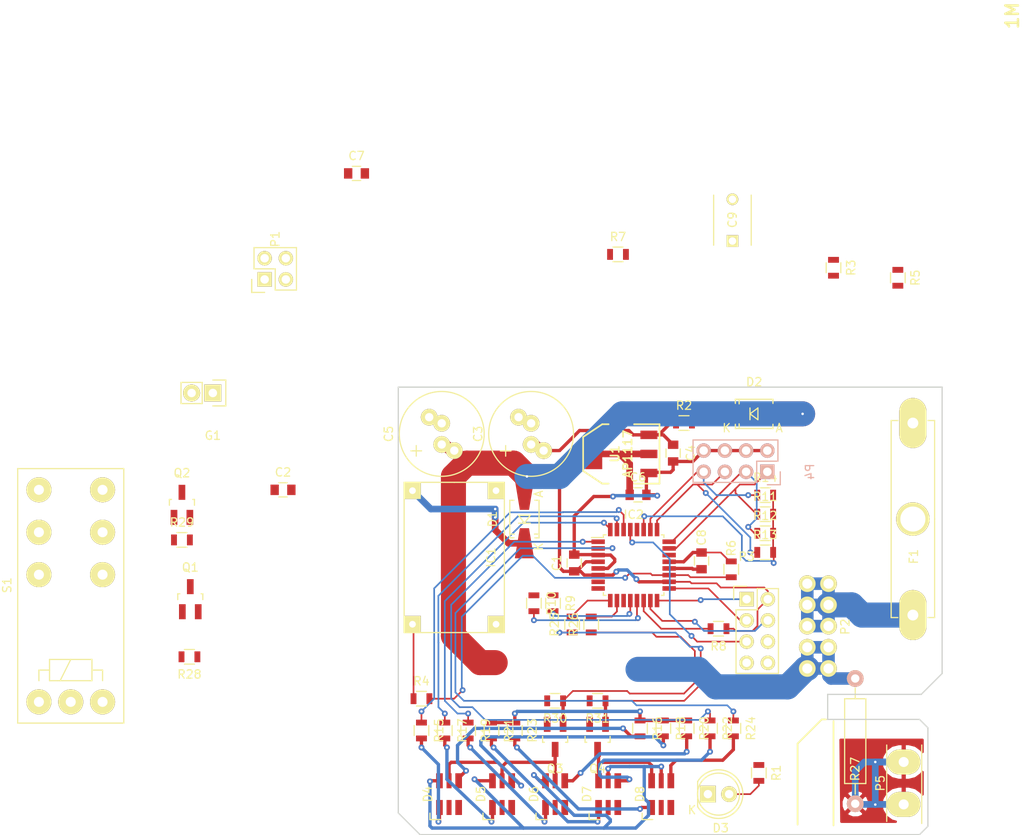
<source format=kicad_pcb>
(kicad_pcb (version 4) (host pcbnew 4.0.0-rc2-stable)

  (general
    (links 147)
    (no_connects 51)
    (area 147.445 35.078571 270.3 135.287)
    (thickness 1.6)
    (drawings 22)
    (tracks 527)
    (zones 0)
    (modules 63)
    (nets 71)
  )

  (page A4)
  (layers
    (0 F.Cu signal)
    (31 B.Cu signal)
    (32 B.Adhes user)
    (33 F.Adhes user)
    (34 B.Paste user)
    (35 F.Paste user)
    (36 B.SilkS user)
    (37 F.SilkS user)
    (38 B.Mask user)
    (39 F.Mask user)
    (40 Dwgs.User user)
    (41 Cmts.User user)
    (42 Eco1.User user)
    (43 Eco2.User user)
    (44 Edge.Cuts user)
    (45 Margin user)
    (46 B.CrtYd user)
    (47 F.CrtYd user)
    (48 B.Fab user)
    (49 F.Fab user)
  )

  (setup
    (last_trace_width 3)
    (user_trace_width 0.4)
    (user_trace_width 0.8)
    (user_trace_width 1.5)
    (user_trace_width 3)
    (trace_clearance 0.2)
    (zone_clearance 0.3)
    (zone_45_only yes)
    (trace_min 0.2)
    (segment_width 0.2)
    (edge_width 0.15)
    (via_size 0.7)
    (via_drill 0.3)
    (via_min_size 0.4)
    (via_min_drill 0.3)
    (uvia_size 0.3)
    (uvia_drill 0.1)
    (uvias_allowed no)
    (uvia_min_size 0.2)
    (uvia_min_drill 0.1)
    (pcb_text_width 0.3)
    (pcb_text_size 1.5 1.5)
    (mod_edge_width 0.15)
    (mod_text_size 1 1)
    (mod_text_width 0.15)
    (pad_size 1.524 1.524)
    (pad_drill 0.762)
    (pad_to_mask_clearance 0.2)
    (aux_axis_origin 0 0)
    (visible_elements 7FFFF7FF)
    (pcbplotparams
      (layerselection 0x00030_80000001)
      (usegerberextensions false)
      (excludeedgelayer true)
      (linewidth 0.100000)
      (plotframeref false)
      (viasonmask false)
      (mode 1)
      (useauxorigin false)
      (hpglpennumber 1)
      (hpglpenspeed 20)
      (hpglpendiameter 15)
      (hpglpenoverlay 2)
      (psnegative false)
      (psa4output false)
      (plotreference true)
      (plotvalue true)
      (plotinvisibletext false)
      (padsonsilk false)
      (subtractmaskfromsilk false)
      (outputformat 1)
      (mirror false)
      (drillshape 1)
      (scaleselection 1)
      (outputdirectory ""))
  )

  (net 0 "")
  (net 1 +5VA)
  (net 2 GND)
  (net 3 "Net-(C3-Pad1)")
  (net 4 VCC)
  (net 5 /Tab)
  (net 6 "Net-(C8-Pad1)")
  (net 7 GNDA)
  (net 8 /ESD)
  (net 9 "Net-(D1-Pad1)")
  (net 10 "Net-(D2-Pad1)")
  (net 11 "Net-(D3-Pad2)")
  (net 12 "Net-(D4-Pad6)")
  (net 13 "Net-(D4-Pad3)")
  (net 14 "Net-(D4-Pad4)")
  (net 15 "Net-(D5-Pad6)")
  (net 16 "Net-(D5-Pad4)")
  (net 17 "Net-(D6-Pad6)")
  (net 18 "Net-(D6-Pad4)")
  (net 19 "Net-(D7-Pad1)")
  (net 20 "Net-(D7-Pad6)")
  (net 21 "Net-(D7-Pad4)")
  (net 22 "Net-(D8-Pad6)")
  (net 23 "Net-(D8-Pad4)")
  (net 24 "Net-(F1-Pad2)")
  (net 25 "Net-(F1-Pad1)")
  (net 26 +5V)
  (net 27 "Net-(IC2-Pad1)")
  (net 28 "Net-(IC2-Pad2)")
  (net 29 "Net-(IC2-Pad7)")
  (net 30 "Net-(IC2-Pad8)")
  (net 31 "Net-(IC2-Pad9)")
  (net 32 "Net-(IC2-Pad10)")
  (net 33 "Net-(IC2-Pad11)")
  (net 34 "Net-(IC2-Pad12)")
  (net 35 "Net-(IC2-Pad13)")
  (net 36 /MOSI)
  (net 37 /MISO)
  (net 38 /SCK)
  (net 39 /Sens5V)
  (net 40 /BatSens)
  (net 41 "Net-(IC2-Pad23)")
  (net 42 "Net-(IC2-Pad24)")
  (net 43 "Net-(IC2-Pad25)")
  (net 44 "Net-(IC2-Pad26)")
  (net 45 "Net-(IC2-Pad27)")
  (net 46 "Net-(IC2-Pad28)")
  (net 47 /RES)
  (net 48 "Net-(IC2-Pad30)")
  (net 49 "Net-(IC2-Pad31)")
  (net 50 "Net-(IC2-Pad32)")
  (net 51 "Net-(Q1-Pad1)")
  (net 52 /RelOn)
  (net 53 "Net-(Q2-Pad1)")
  (net 54 /RelOff)
  (net 55 /AllBlue)
  (net 56 /AllRed)
  (net 57 "Net-(S1-Pad2L)")
  (net 58 "Net-(S1-Pad1L)")
  (net 59 "Net-(P3-Pad7)")
  (net 60 "Net-(P3-Pad8)")
  (net 61 "Net-(D4-Pad5)")
  (net 62 "Net-(D4-Pad2)")
  (net 63 "Net-(D5-Pad5)")
  (net 64 "Net-(D5-Pad2)")
  (net 65 "Net-(D6-Pad5)")
  (net 66 "Net-(D6-Pad2)")
  (net 67 "Net-(D7-Pad5)")
  (net 68 "Net-(D7-Pad2)")
  (net 69 "Net-(D8-Pad5)")
  (net 70 "Net-(D8-Pad2)")

  (net_class Default "This is the default net class."
    (clearance 0.2)
    (trace_width 0.2)
    (via_dia 0.7)
    (via_drill 0.3)
    (uvia_dia 0.3)
    (uvia_drill 0.1)
    (add_net +5V)
    (add_net +5VA)
    (add_net /AllBlue)
    (add_net /AllRed)
    (add_net /BatSens)
    (add_net /MISO)
    (add_net /MOSI)
    (add_net /RES)
    (add_net /RelOff)
    (add_net /RelOn)
    (add_net /SCK)
    (add_net /Sens5V)
    (add_net /Tab)
    (add_net GND)
    (add_net GNDA)
    (add_net "Net-(C3-Pad1)")
    (add_net "Net-(C8-Pad1)")
    (add_net "Net-(D1-Pad1)")
    (add_net "Net-(D2-Pad1)")
    (add_net "Net-(D3-Pad2)")
    (add_net "Net-(D4-Pad2)")
    (add_net "Net-(D4-Pad3)")
    (add_net "Net-(D4-Pad4)")
    (add_net "Net-(D4-Pad5)")
    (add_net "Net-(D4-Pad6)")
    (add_net "Net-(D5-Pad2)")
    (add_net "Net-(D5-Pad4)")
    (add_net "Net-(D5-Pad5)")
    (add_net "Net-(D5-Pad6)")
    (add_net "Net-(D6-Pad2)")
    (add_net "Net-(D6-Pad4)")
    (add_net "Net-(D6-Pad5)")
    (add_net "Net-(D6-Pad6)")
    (add_net "Net-(D7-Pad1)")
    (add_net "Net-(D7-Pad2)")
    (add_net "Net-(D7-Pad4)")
    (add_net "Net-(D7-Pad5)")
    (add_net "Net-(D7-Pad6)")
    (add_net "Net-(D8-Pad2)")
    (add_net "Net-(D8-Pad4)")
    (add_net "Net-(D8-Pad5)")
    (add_net "Net-(D8-Pad6)")
    (add_net "Net-(IC2-Pad1)")
    (add_net "Net-(IC2-Pad10)")
    (add_net "Net-(IC2-Pad11)")
    (add_net "Net-(IC2-Pad12)")
    (add_net "Net-(IC2-Pad13)")
    (add_net "Net-(IC2-Pad2)")
    (add_net "Net-(IC2-Pad23)")
    (add_net "Net-(IC2-Pad24)")
    (add_net "Net-(IC2-Pad25)")
    (add_net "Net-(IC2-Pad26)")
    (add_net "Net-(IC2-Pad27)")
    (add_net "Net-(IC2-Pad28)")
    (add_net "Net-(IC2-Pad30)")
    (add_net "Net-(IC2-Pad31)")
    (add_net "Net-(IC2-Pad32)")
    (add_net "Net-(IC2-Pad7)")
    (add_net "Net-(IC2-Pad8)")
    (add_net "Net-(IC2-Pad9)")
    (add_net "Net-(P3-Pad7)")
    (add_net "Net-(P3-Pad8)")
    (add_net "Net-(Q1-Pad1)")
    (add_net "Net-(Q2-Pad1)")
    (add_net "Net-(S1-Pad1L)")
    (add_net "Net-(S1-Pad2L)")
  )

  (net_class 12V ""
    (clearance 0.4)
    (trace_width 0.2)
    (via_dia 0.7)
    (via_drill 0.3)
    (uvia_dia 0.3)
    (uvia_drill 0.1)
    (add_net /ESD)
    (add_net "Net-(F1-Pad1)")
    (add_net "Net-(F1-Pad2)")
    (add_net VCC)
  )

  (module Sven:Screw_Connector_5,08mm_x2 (layer F.Cu) (tedit 5682A4DA) (tstamp 567AFCAC)
    (at 247.1 115 90)
    (descr "Through hole socket strip")
    (tags "socket strip")
    (path /567905E0)
    (fp_text reference P2 (at 5 2 90) (layer F.SilkS)
      (effects (font (size 1 1) (thickness 0.15)))
    )
    (fp_text value BatIn (at 3.81 -4.318 90) (layer F.Fab)
      (effects (font (size 1 1) (thickness 0.15)))
    )
    (pad 1 thru_hole oval (at 0 0 90) (size 2 2) (drill 1.2) (layers *.Cu *.Mask F.SilkS)
      (net 2 GND))
    (pad 2 thru_hole oval (at 5.08 0 90) (size 2 2) (drill 1.2) (layers *.Cu *.Mask F.SilkS)
      (net 25 "Net-(F1-Pad1)"))
    (pad 1 thru_hole oval (at 2.54 0 90) (size 2 2) (drill 1.2) (layers *.Cu *.Mask F.SilkS)
      (net 2 GND))
    (pad 2 thru_hole oval (at 7.62 0 90) (size 2 2) (drill 1.2) (layers *.Cu *.Mask F.SilkS)
      (net 25 "Net-(F1-Pad1)"))
    (pad 2 thru_hole oval (at 7.62 -2.54 90) (size 2 2) (drill 1.2) (layers *.Cu *.Mask F.SilkS)
      (net 25 "Net-(F1-Pad1)"))
    (pad 2 thru_hole oval (at 5.08 -2.54 90) (size 2 2) (drill 1.2) (layers *.Cu *.Mask F.SilkS)
      (net 25 "Net-(F1-Pad1)"))
    (pad 1 thru_hole oval (at 2.54 -2.54 90) (size 2 2) (drill 1.2) (layers *.Cu *.Mask F.SilkS)
      (net 2 GND))
    (pad 1 thru_hole oval (at 0 -2.54 90) (size 2 2) (drill 1.2) (layers *.Cu *.Mask F.SilkS)
      (net 2 GND))
    (pad 2 thru_hole oval (at 10.16 -2.54 90) (size 2 2) (drill 1.2) (layers *.Cu *.Mask F.SilkS)
      (net 25 "Net-(F1-Pad1)"))
    (pad 2 thru_hole oval (at 10.16 0 90) (size 2 2) (drill 1.2) (layers *.Cu *.Mask F.SilkS)
      (net 25 "Net-(F1-Pad1)"))
    (model Socket_Strips.3dshapes/Socket_Strip_Straight_1x02.wrl
      (at (xyz 0.05 0 0))
      (scale (xyz 1 1 1))
      (rotate (xyz 0 0 180))
    )
  )

  (module Relays_ThroughHole:Relay_DPDT_Schrack-RT2_RM5mm (layer F.Cu) (tedit 567AFB6D) (tstamp 567AFE56)
    (at 160.2 119 90)
    (descr "Relay, DPST, Schrack-RT2, RM5mm,")
    (tags "Relay, DPST,  Schrack-RT1, RM5mm, Reais, 2 x um,")
    (path /56795A8D)
    (fp_text reference S1 (at 13.97 -11.43 90) (layer F.SilkS)
      (effects (font (size 1 1) (thickness 0.15)))
    )
    (fp_text value Relai_Bistabil (at 12.7 5.08 90) (layer F.Fab)
      (effects (font (size 1 1) (thickness 0.15)))
    )
    (fp_line (start 2.54 -5.08) (end 5.08 -3.81) (layer F.SilkS) (width 0.15))
    (fp_line (start 3.81 -1.27) (end 3.81 0) (layer F.SilkS) (width 0.15))
    (fp_line (start 3.81 0) (end 2.54 0) (layer F.SilkS) (width 0.15))
    (fp_line (start 2.54 -7.62) (end 3.81 -7.62) (layer F.SilkS) (width 0.15))
    (fp_line (start 3.81 -7.62) (end 3.81 -6.35) (layer F.SilkS) (width 0.15))
    (fp_line (start 3.81 -6.35) (end 5.08 -6.35) (layer F.SilkS) (width 0.15))
    (fp_line (start 5.08 -6.35) (end 5.08 -1.27) (layer F.SilkS) (width 0.15))
    (fp_line (start 5.08 -1.27) (end 2.54 -1.27) (layer F.SilkS) (width 0.15))
    (fp_line (start 2.54 -1.27) (end 2.54 -6.35) (layer F.SilkS) (width 0.15))
    (fp_line (start 2.54 -6.35) (end 3.81 -6.35) (layer F.SilkS) (width 0.15))
    (fp_line (start -2.54 -10.16) (end 27.94 -10.16) (layer F.SilkS) (width 0.15))
    (fp_line (start 27.94 -10.16) (end 27.94 2.54) (layer F.SilkS) (width 0.15))
    (fp_line (start 27.94 2.54) (end -2.54 2.54) (layer F.SilkS) (width 0.15))
    (fp_line (start -2.54 2.54) (end -2.54 -10.16) (layer F.SilkS) (width 0.15))
    (pad 2 thru_hole circle (at 0 -7.62 90) (size 2.99974 2.99974) (drill 1.19888) (layers *.Cu *.Mask F.SilkS)
      (net 54 /RelOff))
    (pad 3 thru_hole circle (at 0 0 90) (size 2.99974 2.99974) (drill 1.19888) (layers *.Cu *.Mask F.SilkS)
      (net 52 /RelOn))
    (pad 2R thru_hole circle (at 15.24 0 90) (size 2.99974 2.99974) (drill 1.19888) (layers *.Cu *.Mask F.SilkS)
      (net 4 VCC))
    (pad 2IN thru_hole circle (at 20.32 0 90) (size 2.99974 2.99974) (drill 1.19888) (layers *.Cu *.Mask F.SilkS)
      (net 24 "Net-(F1-Pad2)"))
    (pad 2L thru_hole circle (at 25.4 0 90) (size 2.99974 2.99974) (drill 1.19888) (layers *.Cu *.Mask F.SilkS)
      (net 57 "Net-(S1-Pad2L)"))
    (pad 1R thru_hole circle (at 15.24 -7.62 90) (size 2.99974 2.99974) (drill 1.19888) (layers *.Cu *.Mask F.SilkS)
      (net 4 VCC))
    (pad 1IN thru_hole circle (at 20.32 -7.62 90) (size 2.99974 2.99974) (drill 1.19888) (layers *.Cu *.Mask F.SilkS)
      (net 24 "Net-(F1-Pad2)"))
    (pad 1L thru_hole circle (at 25.4 -7.62 90) (size 2.99974 2.99974) (drill 1.19888) (layers *.Cu *.Mask F.SilkS)
      (net 58 "Net-(S1-Pad1L)"))
    (pad 1 thru_hole circle (at 0 -3.81 90) (size 3 3) (drill 1.2) (layers *.Cu *.Mask F.SilkS)
      (net 1 +5VA))
  )

  (module Toni:SOT223_GND_VO_VI (layer F.Cu) (tedit 567AFA89) (tstamp 567AFE66)
    (at 222.3 89.3 90)
    (descr "module CMS SOT223 4 pins")
    (tags "CMS SOT")
    (path /567AD495)
    (attr smd)
    (fp_text reference U1 (at 0 -0.762 90) (layer F.SilkS)
      (effects (font (size 1.016 1.016) (thickness 0.2032)))
    )
    (fp_text value AP1117 (at 0 0.762 90) (layer F.SilkS)
      (effects (font (size 1.016 1.016) (thickness 0.2032)))
    )
    (fp_line (start -3.556 1.524) (end -3.556 4.572) (layer F.SilkS) (width 0.2032))
    (fp_line (start -3.556 4.572) (end 3.556 4.572) (layer F.SilkS) (width 0.2032))
    (fp_line (start 3.556 4.572) (end 3.556 1.524) (layer F.SilkS) (width 0.2032))
    (fp_line (start -3.556 -1.524) (end -3.556 -2.286) (layer F.SilkS) (width 0.2032))
    (fp_line (start -3.556 -2.286) (end -2.032 -4.572) (layer F.SilkS) (width 0.2032))
    (fp_line (start -2.032 -4.572) (end 2.032 -4.572) (layer F.SilkS) (width 0.2032))
    (fp_line (start 2.032 -4.572) (end 3.556 -2.286) (layer F.SilkS) (width 0.2032))
    (fp_line (start 3.556 -2.286) (end 3.556 -1.524) (layer F.SilkS) (width 0.2032))
    (pad 2 smd rect (at 0 -3.302 90) (size 3.6576 2.032) (layers F.Cu F.Paste F.Mask)
      (net 1 +5VA))
    (pad 2 smd rect (at 0 3.302 90) (size 1.016 2.032) (layers F.Cu F.Paste F.Mask)
      (net 1 +5VA))
    (pad 3 smd rect (at 2.286 3.302 90) (size 1.016 2.032) (layers F.Cu F.Paste F.Mask)
      (net 3 "Net-(C3-Pad1)"))
    (pad 1 smd rect (at -2.286 3.302 90) (size 1.016 2.032) (layers F.Cu F.Paste F.Mask)
      (net 2 GND))
    (model smd/SOT223.wrl
      (at (xyz 0 0 0))
      (scale (xyz 0.4 0.4 0.4))
      (rotate (xyz 0 0 0))
    )
  )

  (module Capacitors_SMD:C_0805 (layer F.Cu) (tedit 5415D6EA) (tstamp 567AFB57)
    (at 216.662 102.362 90)
    (descr "Capacitor SMD 0805, reflow soldering, AVX (see smccp.pdf)")
    (tags "capacitor 0805")
    (path /567B20AC)
    (attr smd)
    (fp_text reference C1 (at 0 -2.1 90) (layer F.SilkS)
      (effects (font (size 1 1) (thickness 0.15)))
    )
    (fp_text value 100n (at 0 2.1 90) (layer F.Fab)
      (effects (font (size 1 1) (thickness 0.15)))
    )
    (fp_line (start -1.8 -1) (end 1.8 -1) (layer F.CrtYd) (width 0.05))
    (fp_line (start -1.8 1) (end 1.8 1) (layer F.CrtYd) (width 0.05))
    (fp_line (start -1.8 -1) (end -1.8 1) (layer F.CrtYd) (width 0.05))
    (fp_line (start 1.8 -1) (end 1.8 1) (layer F.CrtYd) (width 0.05))
    (fp_line (start 0.5 -0.85) (end -0.5 -0.85) (layer F.SilkS) (width 0.15))
    (fp_line (start -0.5 0.85) (end 0.5 0.85) (layer F.SilkS) (width 0.15))
    (pad 1 smd rect (at -1 0 90) (size 1 1.25) (layers F.Cu F.Paste F.Mask)
      (net 1 +5VA))
    (pad 2 smd rect (at 1 0 90) (size 1 1.25) (layers F.Cu F.Paste F.Mask)
      (net 2 GND))
    (model Capacitors_SMD.3dshapes/C_0805.wrl
      (at (xyz 0 0 0))
      (scale (xyz 1 1 1))
      (rotate (xyz 0 0 0))
    )
  )

  (module Capacitors_SMD:C_0805 (layer F.Cu) (tedit 5415D6EA) (tstamp 567AFB63)
    (at 181.8 93.6)
    (descr "Capacitor SMD 0805, reflow soldering, AVX (see smccp.pdf)")
    (tags "capacitor 0805")
    (path /567B1B7C)
    (attr smd)
    (fp_text reference C2 (at 0 -2.1) (layer F.SilkS)
      (effects (font (size 1 1) (thickness 0.15)))
    )
    (fp_text value 100µ (at 0 2.1) (layer F.Fab)
      (effects (font (size 1 1) (thickness 0.15)))
    )
    (fp_line (start -1.8 -1) (end 1.8 -1) (layer F.CrtYd) (width 0.05))
    (fp_line (start -1.8 1) (end 1.8 1) (layer F.CrtYd) (width 0.05))
    (fp_line (start -1.8 -1) (end -1.8 1) (layer F.CrtYd) (width 0.05))
    (fp_line (start 1.8 -1) (end 1.8 1) (layer F.CrtYd) (width 0.05))
    (fp_line (start 0.5 -0.85) (end -0.5 -0.85) (layer F.SilkS) (width 0.15))
    (fp_line (start -0.5 0.85) (end 0.5 0.85) (layer F.SilkS) (width 0.15))
    (pad 1 smd rect (at -1 0) (size 1 1.25) (layers F.Cu F.Paste F.Mask)
      (net 1 +5VA))
    (pad 2 smd rect (at 1 0) (size 1 1.25) (layers F.Cu F.Paste F.Mask)
      (net 2 GND))
    (model Capacitors_SMD.3dshapes/C_0805.wrl
      (at (xyz 0 0 0))
      (scale (xyz 1 1 1))
      (rotate (xyz 0 0 0))
    )
  )

  (module Capacitors_ThroughHole:C_Radial_D10_L20_P2.5-5 (layer F.Cu) (tedit 0) (tstamp 567AFB6E)
    (at 211.5 86.9 90)
    (descr "Electrolytic Capacitor, vertical, diameter 10mm, RM 2.5-5mm, Copper without +, radial,")
    (tags "Electrolytic Capacitor, vertical, diameter 10mm, RM 2.5-5mm, Copper without +, radial,")
    (path /567B390D)
    (fp_text reference C3 (at 0 -6.35 90) (layer F.SilkS)
      (effects (font (size 1 1) (thickness 0.15)))
    )
    (fp_text value 47µ (at 0 6.35 90) (layer F.Fab)
      (effects (font (size 1 1) (thickness 0.15)))
    )
    (fp_line (start -2.032 -3.683) (end -2.032 -2.413) (layer F.SilkS) (width 0.15))
    (fp_line (start -2.667 -3.048) (end -1.397 -3.048) (layer F.SilkS) (width 0.15))
    (fp_circle (center 0 0) (end 5.08 0) (layer F.SilkS) (width 0.15))
    (pad 1 thru_hole circle (at -1.27 0 90) (size 1.99898 1.99898) (drill 1.00076) (layers *.Cu *.Mask F.SilkS)
      (net 3 "Net-(C3-Pad1)"))
    (pad 1 thru_hole circle (at -1.99898 1.50114 90) (size 1.99898 1.99898) (drill 1.00076) (layers *.Cu *.Mask F.SilkS)
      (net 3 "Net-(C3-Pad1)"))
    (pad 2 thru_hole circle (at 1.27 0 90) (size 1.99898 1.99898) (drill 1.00076) (layers *.Cu *.Mask F.SilkS)
      (net 2 GND))
    (pad 2 thru_hole circle (at 1.99898 -1.50114 90) (size 1.99898 1.99898) (drill 1.00076) (layers *.Cu *.Mask F.SilkS)
      (net 2 GND))
  )

  (module Capacitors_SMD:C_0805 (layer F.Cu) (tedit 5415D6EA) (tstamp 567AFB7A)
    (at 228.5 89.2 270)
    (descr "Capacitor SMD 0805, reflow soldering, AVX (see smccp.pdf)")
    (tags "capacitor 0805")
    (path /567B2EB6)
    (attr smd)
    (fp_text reference C4 (at 0 -2.1 270) (layer F.SilkS)
      (effects (font (size 1 1) (thickness 0.15)))
    )
    (fp_text value 100n (at 0 2.1 270) (layer F.Fab)
      (effects (font (size 1 1) (thickness 0.15)))
    )
    (fp_line (start -1.8 -1) (end 1.8 -1) (layer F.CrtYd) (width 0.05))
    (fp_line (start -1.8 1) (end 1.8 1) (layer F.CrtYd) (width 0.05))
    (fp_line (start -1.8 -1) (end -1.8 1) (layer F.CrtYd) (width 0.05))
    (fp_line (start 1.8 -1) (end 1.8 1) (layer F.CrtYd) (width 0.05))
    (fp_line (start 0.5 -0.85) (end -0.5 -0.85) (layer F.SilkS) (width 0.15))
    (fp_line (start -0.5 0.85) (end 0.5 0.85) (layer F.SilkS) (width 0.15))
    (pad 1 smd rect (at -1 0 270) (size 1 1.25) (layers F.Cu F.Paste F.Mask)
      (net 3 "Net-(C3-Pad1)"))
    (pad 2 smd rect (at 1 0 270) (size 1 1.25) (layers F.Cu F.Paste F.Mask)
      (net 2 GND))
    (model Capacitors_SMD.3dshapes/C_0805.wrl
      (at (xyz 0 0 0))
      (scale (xyz 1 1 1))
      (rotate (xyz 0 0 0))
    )
  )

  (module Capacitors_ThroughHole:C_Radial_D10_L20_P2.5-5 (layer F.Cu) (tedit 0) (tstamp 567AFB85)
    (at 200.8 86.9 90)
    (descr "Electrolytic Capacitor, vertical, diameter 10mm, RM 2.5-5mm, Copper without +, radial,")
    (tags "Electrolytic Capacitor, vertical, diameter 10mm, RM 2.5-5mm, Copper without +, radial,")
    (path /5679971C)
    (fp_text reference C5 (at 0 -6.35 90) (layer F.SilkS)
      (effects (font (size 1 1) (thickness 0.15)))
    )
    (fp_text value 47µ (at 0 6.35 90) (layer F.Fab)
      (effects (font (size 1 1) (thickness 0.15)))
    )
    (fp_line (start -2.032 -3.683) (end -2.032 -2.413) (layer F.SilkS) (width 0.15))
    (fp_line (start -2.667 -3.048) (end -1.397 -3.048) (layer F.SilkS) (width 0.15))
    (fp_circle (center 0 0) (end 5.08 0) (layer F.SilkS) (width 0.15))
    (pad 1 thru_hole circle (at -1.27 0 90) (size 1.99898 1.99898) (drill 1.00076) (layers *.Cu *.Mask F.SilkS)
      (net 4 VCC))
    (pad 1 thru_hole circle (at -1.99898 1.50114 90) (size 1.99898 1.99898) (drill 1.00076) (layers *.Cu *.Mask F.SilkS)
      (net 4 VCC))
    (pad 2 thru_hole circle (at 1.27 0 90) (size 1.99898 1.99898) (drill 1.00076) (layers *.Cu *.Mask F.SilkS)
      (net 2 GND))
    (pad 2 thru_hole circle (at 1.99898 -1.50114 90) (size 1.99898 1.99898) (drill 1.00076) (layers *.Cu *.Mask F.SilkS)
      (net 2 GND))
  )

  (module Capacitors_SMD:C_0805 (layer F.Cu) (tedit 5415D6EA) (tstamp 567AFB91)
    (at 224.3 94.2)
    (descr "Capacitor SMD 0805, reflow soldering, AVX (see smccp.pdf)")
    (tags "capacitor 0805")
    (path /567B2190)
    (attr smd)
    (fp_text reference C6 (at 0 -2.1) (layer F.SilkS)
      (effects (font (size 1 1) (thickness 0.15)))
    )
    (fp_text value 100n (at 0 2.1) (layer F.Fab)
      (effects (font (size 1 1) (thickness 0.15)))
    )
    (fp_line (start -1.8 -1) (end 1.8 -1) (layer F.CrtYd) (width 0.05))
    (fp_line (start -1.8 1) (end 1.8 1) (layer F.CrtYd) (width 0.05))
    (fp_line (start -1.8 -1) (end -1.8 1) (layer F.CrtYd) (width 0.05))
    (fp_line (start 1.8 -1) (end 1.8 1) (layer F.CrtYd) (width 0.05))
    (fp_line (start 0.5 -0.85) (end -0.5 -0.85) (layer F.SilkS) (width 0.15))
    (fp_line (start -0.5 0.85) (end 0.5 0.85) (layer F.SilkS) (width 0.15))
    (pad 1 smd rect (at -1 0) (size 1 1.25) (layers F.Cu F.Paste F.Mask)
      (net 1 +5VA))
    (pad 2 smd rect (at 1 0) (size 1 1.25) (layers F.Cu F.Paste F.Mask)
      (net 2 GND))
    (model Capacitors_SMD.3dshapes/C_0805.wrl
      (at (xyz 0 0 0))
      (scale (xyz 1 1 1))
      (rotate (xyz 0 0 0))
    )
  )

  (module Capacitors_SMD:C_0805 (layer F.Cu) (tedit 5415D6EA) (tstamp 567AFB9D)
    (at 190.6 55.7)
    (descr "Capacitor SMD 0805, reflow soldering, AVX (see smccp.pdf)")
    (tags "capacitor 0805")
    (path /567BB6F7)
    (attr smd)
    (fp_text reference C7 (at 0 -2.1) (layer F.SilkS)
      (effects (font (size 1 1) (thickness 0.15)))
    )
    (fp_text value 100n (at 0 2.1) (layer F.Fab)
      (effects (font (size 1 1) (thickness 0.15)))
    )
    (fp_line (start -1.8 -1) (end 1.8 -1) (layer F.CrtYd) (width 0.05))
    (fp_line (start -1.8 1) (end 1.8 1) (layer F.CrtYd) (width 0.05))
    (fp_line (start -1.8 -1) (end -1.8 1) (layer F.CrtYd) (width 0.05))
    (fp_line (start 1.8 -1) (end 1.8 1) (layer F.CrtYd) (width 0.05))
    (fp_line (start 0.5 -0.85) (end -0.5 -0.85) (layer F.SilkS) (width 0.15))
    (fp_line (start -0.5 0.85) (end 0.5 0.85) (layer F.SilkS) (width 0.15))
    (pad 1 smd rect (at -1 0) (size 1 1.25) (layers F.Cu F.Paste F.Mask)
      (net 5 /Tab))
    (pad 2 smd rect (at 1 0) (size 1 1.25) (layers F.Cu F.Paste F.Mask)
      (net 2 GND))
    (model Capacitors_SMD.3dshapes/C_0805.wrl
      (at (xyz 0 0 0))
      (scale (xyz 1 1 1))
      (rotate (xyz 0 0 0))
    )
  )

  (module Capacitors_SMD:C_0805 (layer F.Cu) (tedit 567D1E6D) (tstamp 567AFBA9)
    (at 231.902 102.108 90)
    (descr "Capacitor SMD 0805, reflow soldering, AVX (see smccp.pdf)")
    (tags "capacitor 0805")
    (path /567B6A8A)
    (attr smd)
    (fp_text reference C8 (at 2.794 0 90) (layer F.SilkS)
      (effects (font (size 1 1) (thickness 0.15)))
    )
    (fp_text value C (at 0 2.1 90) (layer F.Fab)
      (effects (font (size 1 1) (thickness 0.15)))
    )
    (fp_line (start -1.8 -1) (end 1.8 -1) (layer F.CrtYd) (width 0.05))
    (fp_line (start -1.8 1) (end 1.8 1) (layer F.CrtYd) (width 0.05))
    (fp_line (start -1.8 -1) (end -1.8 1) (layer F.CrtYd) (width 0.05))
    (fp_line (start 1.8 -1) (end 1.8 1) (layer F.CrtYd) (width 0.05))
    (fp_line (start 0.5 -0.85) (end -0.5 -0.85) (layer F.SilkS) (width 0.15))
    (fp_line (start -0.5 0.85) (end 0.5 0.85) (layer F.SilkS) (width 0.15))
    (pad 1 smd rect (at -1 0 90) (size 1 1.25) (layers F.Cu F.Paste F.Mask)
      (net 6 "Net-(C8-Pad1)"))
    (pad 2 smd rect (at 1 0 90) (size 1 1.25) (layers F.Cu F.Paste F.Mask)
      (net 7 GNDA))
    (model Capacitors_SMD.3dshapes/C_0805.wrl
      (at (xyz 0 0 0))
      (scale (xyz 1 1 1))
      (rotate (xyz 0 0 0))
    )
  )

  (module Capacitors_ThroughHole:C_Disc_D6_P5 (layer F.Cu) (tedit 567B12EB) (tstamp 567AFBB5)
    (at 235.6 63.8 90)
    (descr "Capacitor 6mm Disc, Pitch 5mm")
    (tags Capacitor)
    (path /56791081)
    (fp_text reference C9 (at 2.54 0 90) (layer F.SilkS)
      (effects (font (size 1 1) (thickness 0.15)))
    )
    (fp_text value ESD (at 2.5 3.5 90) (layer F.Fab)
      (effects (font (size 1 1) (thickness 0.15)))
    )
    (fp_line (start -0.95 -2.5) (end 5.95 -2.5) (layer F.CrtYd) (width 0.05))
    (fp_line (start 5.95 -2.5) (end 5.95 2.5) (layer F.CrtYd) (width 0.05))
    (fp_line (start 5.95 2.5) (end -0.95 2.5) (layer F.CrtYd) (width 0.05))
    (fp_line (start -0.95 2.5) (end -0.95 -2.5) (layer F.CrtYd) (width 0.05))
    (fp_line (start -0.5 -2.25) (end 5.5 -2.25) (layer F.SilkS) (width 0.15))
    (fp_line (start 5.5 2.25) (end -0.5 2.25) (layer F.SilkS) (width 0.15))
    (pad 1 thru_hole rect (at 0 0 90) (size 1.4 1.4) (drill 0.9) (layers *.Cu *.Mask F.SilkS)
      (net 8 /ESD))
    (pad 2 thru_hole circle (at 5 0 90) (size 1.4 1.4) (drill 0.9) (layers *.Cu *.Mask F.SilkS)
      (net 2 GND))
    (model Capacitors_ThroughHole.3dshapes/C_Disc_D6_P5.wrl
      (at (xyz 0.0984252 0 0))
      (scale (xyz 1 1 1))
      (rotate (xyz 0 0 0))
    )
  )

  (module Diodes_SMD:SMA-SMB_Universal_Handsoldering (layer F.Cu) (tedit 552FF496) (tstamp 567AFBCF)
    (at 210.7 97.1 90)
    (descr "Diode, Universal, SMA, SMB, Handsoldering,")
    (tags "Diode Universal SMA SMB Handsoldering ")
    (path /567B3FD4)
    (attr smd)
    (fp_text reference D1 (at 0 -3.81 90) (layer F.SilkS)
      (effects (font (size 1 1) (thickness 0.15)))
    )
    (fp_text value D (at 0 3.81 90) (layer F.Fab)
      (effects (font (size 1 1) (thickness 0.15)))
    )
    (fp_line (start -0.49958 0) (end 0.45038 -0.70104) (layer F.SilkS) (width 0.15))
    (fp_line (start 0.45038 -0.70104) (end 0.45038 0.70104) (layer F.SilkS) (width 0.15))
    (fp_line (start 0.45038 0.70104) (end -0.49958 0) (layer F.SilkS) (width 0.15))
    (fp_line (start -0.49958 -0.70104) (end -0.49958 0.70104) (layer F.SilkS) (width 0.15))
    (fp_line (start -2.25044 1.39954) (end -2.25044 1.24968) (layer F.SilkS) (width 0.15))
    (fp_line (start -2.25044 -1.39954) (end -2.25044 -1.24968) (layer F.SilkS) (width 0.15))
    (fp_line (start -1.79914 1.39954) (end -1.79914 1.19888) (layer F.SilkS) (width 0.15))
    (fp_line (start 2.25044 1.34874) (end 2.25044 1.24968) (layer F.SilkS) (width 0.15))
    (fp_line (start -1.79914 -1.34874) (end -1.79914 -1.19888) (layer F.SilkS) (width 0.15))
    (fp_line (start 2.25044 -1.39954) (end 2.25044 -1.24968) (layer F.SilkS) (width 0.15))
    (fp_text user K (at -3.3 1.7 90) (layer F.SilkS)
      (effects (font (size 1 1) (thickness 0.15)))
    )
    (fp_text user A (at 2.99974 1.69926 90) (layer F.SilkS)
      (effects (font (size 1 1) (thickness 0.15)))
    )
    (fp_line (start -1.79914 1.75006) (end -1.79914 1.39954) (layer F.SilkS) (width 0.15))
    (fp_line (start -1.79914 -1.75006) (end -1.79914 -1.39954) (layer F.SilkS) (width 0.15))
    (fp_line (start 2.25044 1.75006) (end 2.25044 1.39954) (layer F.SilkS) (width 0.15))
    (fp_line (start -2.25044 1.75006) (end -2.25044 1.39954) (layer F.SilkS) (width 0.15))
    (fp_line (start -2.25044 -1.75006) (end -2.25044 -1.39954) (layer F.SilkS) (width 0.15))
    (fp_line (start 2.25044 -1.75006) (end 2.25044 -1.39954) (layer F.SilkS) (width 0.15))
    (fp_line (start -2.25044 1.75006) (end 2.25044 1.75006) (layer F.SilkS) (width 0.15))
    (fp_line (start -2.25044 -1.75006) (end 2.25044 -1.75006) (layer F.SilkS) (width 0.15))
    (pad 1 smd trapezoid (at -2.90068 0 90) (size 3.60172 1.69926) (rect_delta 0.59944 0 ) (layers F.Cu F.Paste F.Mask)
      (net 9 "Net-(D1-Pad1)"))
    (pad 2 smd trapezoid (at 2.90068 0 270) (size 3.60172 1.69926) (rect_delta 0.59944 0 ) (layers F.Cu F.Paste F.Mask)
      (net 4 VCC))
    (model Diodes_SMD.3dshapes/SMA-SMB_Universal_Handsoldering.wrl
      (at (xyz 0 0 0))
      (scale (xyz 0.3937 0.3937 0.3937))
      (rotate (xyz 0 0 180))
    )
  )

  (module Diodes_SMD:SMA-SMB_Universal_Handsoldering (layer F.Cu) (tedit 552FF496) (tstamp 567AFBE9)
    (at 238.2 84.5)
    (descr "Diode, Universal, SMA, SMB, Handsoldering,")
    (tags "Diode Universal SMA SMB Handsoldering ")
    (path /567B2FCD)
    (attr smd)
    (fp_text reference D2 (at 0 -3.81) (layer F.SilkS)
      (effects (font (size 1 1) (thickness 0.15)))
    )
    (fp_text value D (at 0 3.81) (layer F.Fab)
      (effects (font (size 1 1) (thickness 0.15)))
    )
    (fp_line (start -0.49958 0) (end 0.45038 -0.70104) (layer F.SilkS) (width 0.15))
    (fp_line (start 0.45038 -0.70104) (end 0.45038 0.70104) (layer F.SilkS) (width 0.15))
    (fp_line (start 0.45038 0.70104) (end -0.49958 0) (layer F.SilkS) (width 0.15))
    (fp_line (start -0.49958 -0.70104) (end -0.49958 0.70104) (layer F.SilkS) (width 0.15))
    (fp_line (start -2.25044 1.39954) (end -2.25044 1.24968) (layer F.SilkS) (width 0.15))
    (fp_line (start -2.25044 -1.39954) (end -2.25044 -1.24968) (layer F.SilkS) (width 0.15))
    (fp_line (start -1.79914 1.39954) (end -1.79914 1.19888) (layer F.SilkS) (width 0.15))
    (fp_line (start 2.25044 1.34874) (end 2.25044 1.24968) (layer F.SilkS) (width 0.15))
    (fp_line (start -1.79914 -1.34874) (end -1.79914 -1.19888) (layer F.SilkS) (width 0.15))
    (fp_line (start 2.25044 -1.39954) (end 2.25044 -1.24968) (layer F.SilkS) (width 0.15))
    (fp_text user K (at -3.3 1.7) (layer F.SilkS)
      (effects (font (size 1 1) (thickness 0.15)))
    )
    (fp_text user A (at 2.99974 1.69926) (layer F.SilkS)
      (effects (font (size 1 1) (thickness 0.15)))
    )
    (fp_line (start -1.79914 1.75006) (end -1.79914 1.39954) (layer F.SilkS) (width 0.15))
    (fp_line (start -1.79914 -1.75006) (end -1.79914 -1.39954) (layer F.SilkS) (width 0.15))
    (fp_line (start 2.25044 1.75006) (end 2.25044 1.39954) (layer F.SilkS) (width 0.15))
    (fp_line (start -2.25044 1.75006) (end -2.25044 1.39954) (layer F.SilkS) (width 0.15))
    (fp_line (start -2.25044 -1.75006) (end -2.25044 -1.39954) (layer F.SilkS) (width 0.15))
    (fp_line (start 2.25044 -1.75006) (end 2.25044 -1.39954) (layer F.SilkS) (width 0.15))
    (fp_line (start -2.25044 1.75006) (end 2.25044 1.75006) (layer F.SilkS) (width 0.15))
    (fp_line (start -2.25044 -1.75006) (end 2.25044 -1.75006) (layer F.SilkS) (width 0.15))
    (pad 1 smd trapezoid (at -2.90068 0) (size 3.60172 1.69926) (rect_delta 0.59944 0 ) (layers F.Cu F.Paste F.Mask)
      (net 10 "Net-(D2-Pad1)"))
    (pad 2 smd trapezoid (at 2.90068 0 180) (size 3.60172 1.69926) (rect_delta 0.59944 0 ) (layers F.Cu F.Paste F.Mask)
      (net 4 VCC))
    (model Diodes_SMD.3dshapes/SMA-SMB_Universal_Handsoldering.wrl
      (at (xyz 0 0 0))
      (scale (xyz 0.3937 0.3937 0.3937))
      (rotate (xyz 0 0 180))
    )
  )

  (module LEDs:LED-5MM (layer F.Cu) (tedit 5570F7EA) (tstamp 567AFBF5)
    (at 232.664 130.048)
    (descr "LED 5mm round vertical")
    (tags "LED 5mm round vertical")
    (path /567942D7)
    (fp_text reference D3 (at 1.524 4.064) (layer F.SilkS)
      (effects (font (size 1 1) (thickness 0.15)))
    )
    (fp_text value "PWR Blue" (at 1.524 -3.937) (layer F.Fab)
      (effects (font (size 1 1) (thickness 0.15)))
    )
    (fp_line (start -1.5 -1.55) (end -1.5 1.55) (layer F.CrtYd) (width 0.05))
    (fp_arc (start 1.3 0) (end -1.5 1.55) (angle -302) (layer F.CrtYd) (width 0.05))
    (fp_arc (start 1.27 0) (end -1.23 -1.5) (angle 297.5) (layer F.SilkS) (width 0.15))
    (fp_line (start -1.23 1.5) (end -1.23 -1.5) (layer F.SilkS) (width 0.15))
    (fp_circle (center 1.27 0) (end 0.97 -2.5) (layer F.SilkS) (width 0.15))
    (fp_text user K (at -1.905 1.905) (layer F.SilkS)
      (effects (font (size 1 1) (thickness 0.15)))
    )
    (pad 1 thru_hole rect (at 0 0 90) (size 2 1.9) (drill 1.00076) (layers *.Cu *.Mask F.SilkS)
      (net 2 GND))
    (pad 2 thru_hole circle (at 2.54 0) (size 1.9 1.9) (drill 1.00076) (layers *.Cu *.Mask F.SilkS)
      (net 11 "Net-(D3-Pad2)"))
    (model LEDs.3dshapes/LED-5MM.wrl
      (at (xyz 0.05 0 0))
      (scale (xyz 1 1 1))
      (rotate (xyz 0 0 90))
    )
  )

  (module Sven:Fuseholder5x20 (layer F.Cu) (tedit 56826310) (tstamp 567AFC40)
    (at 257.2 97.1 90)
    (descr "Fuseholder, horizontal, open, 6x32, Schurter, 0031.8002,")
    (tags "Fuseholder, horizontal, open, 6x32, Schurter, 0031.8002, Sicherungshalter,")
    (path /56790820)
    (fp_text reference F1 (at -4.5 0.1 90) (layer F.SilkS)
      (effects (font (size 1 1) (thickness 0.15)))
    )
    (fp_text value FUSE (at 0.2 5.4 90) (layer F.Fab)
      (effects (font (size 1 1) (thickness 0.15)))
    )
    (fp_line (start 0 -2.6) (end -11.8 -2.6) (layer F.SilkS) (width 0.15))
    (fp_line (start -11.8 -2.6) (end -11.8 -1.8) (layer F.SilkS) (width 0.15))
    (fp_line (start 0 2.6) (end -11.8 2.6) (layer F.SilkS) (width 0.15))
    (fp_line (start -11.8 2.6) (end -11.8 1.8) (layer F.SilkS) (width 0.15))
    (fp_line (start 0 2.6) (end 11.8 2.6) (layer F.SilkS) (width 0.15))
    (fp_line (start 11.8 2.6) (end 11.8 1.8) (layer F.SilkS) (width 0.15))
    (fp_line (start 0 -2.6) (end 11.8 -2.6) (layer F.SilkS) (width 0.15))
    (fp_line (start 11.8 -2.6) (end 11.8 -1.8) (layer F.SilkS) (width 0.15))
    (pad "" thru_hole circle (at 0 0 90) (size 4 4) (drill 3) (layers *.Cu *.Mask F.SilkS))
    (pad 2 thru_hole oval (at 11.5 0 180) (size 3.2512 5.99948) (drill 1.30048) (layers *.Cu *.Mask F.SilkS)
      (net 24 "Net-(F1-Pad2)"))
    (pad 1 thru_hole oval (at -11.5 0 180) (size 3.2512 5.99948) (drill 1.30048) (layers *.Cu *.Mask F.SilkS)
      (net 25 "Net-(F1-Pad1)"))
  )

  (module Socket_Strips:Socket_Strip_Straight_1x02 (layer F.Cu) (tedit 54E9F75E) (tstamp 567AFC51)
    (at 173.4 82 180)
    (descr "Through hole socket strip")
    (tags "socket strip")
    (path /5679228C)
    (fp_text reference G1 (at 0 -5.1 180) (layer F.SilkS)
      (effects (font (size 1 1) (thickness 0.15)))
    )
    (fp_text value GasDischargeTube (at 0 -3.1 180) (layer F.Fab)
      (effects (font (size 1 1) (thickness 0.15)))
    )
    (fp_line (start -1.55 1.55) (end 0 1.55) (layer F.SilkS) (width 0.15))
    (fp_line (start 3.81 1.27) (end 1.27 1.27) (layer F.SilkS) (width 0.15))
    (fp_line (start -1.75 -1.75) (end -1.75 1.75) (layer F.CrtYd) (width 0.05))
    (fp_line (start 4.3 -1.75) (end 4.3 1.75) (layer F.CrtYd) (width 0.05))
    (fp_line (start -1.75 -1.75) (end 4.3 -1.75) (layer F.CrtYd) (width 0.05))
    (fp_line (start -1.75 1.75) (end 4.3 1.75) (layer F.CrtYd) (width 0.05))
    (fp_line (start 1.27 1.27) (end 1.27 -1.27) (layer F.SilkS) (width 0.15))
    (fp_line (start 0 -1.55) (end -1.55 -1.55) (layer F.SilkS) (width 0.15))
    (fp_line (start -1.55 -1.55) (end -1.55 1.55) (layer F.SilkS) (width 0.15))
    (fp_line (start 1.27 -1.27) (end 3.81 -1.27) (layer F.SilkS) (width 0.15))
    (fp_line (start 3.81 -1.27) (end 3.81 1.27) (layer F.SilkS) (width 0.15))
    (pad 1 thru_hole rect (at 0 0 180) (size 2.032 2.032) (drill 1.016) (layers *.Cu *.Mask F.SilkS)
      (net 8 /ESD))
    (pad 2 thru_hole oval (at 2.54 0 180) (size 2.032 2.032) (drill 1.016) (layers *.Cu *.Mask F.SilkS)
      (net 2 GND))
    (model Socket_Strips.3dshapes/Socket_Strip_Straight_1x02.wrl
      (at (xyz 0.05 0 0))
      (scale (xyz 1 1 1))
      (rotate (xyz 0 0 180))
    )
  )

  (module PhilippsFootprints:Mini360 (layer F.Cu) (tedit 5677DD82) (tstamp 567AFC5E)
    (at 202.3 101.7 270)
    (path /567990E0)
    (fp_text reference IC1 (at 0 -4.4 270) (layer F.SilkS)
      (effects (font (size 1 1) (thickness 0.15)))
    )
    (fp_text value MINI360 (at 0 4.6 270) (layer F.Fab)
      (effects (font (size 1 1) (thickness 0.15)))
    )
    (fp_line (start -9 0) (end -9 -6) (layer F.SilkS) (width 0.15))
    (fp_line (start -9 -6) (end 9 -6) (layer F.SilkS) (width 0.15))
    (fp_line (start 9 -6) (end 9 6) (layer F.SilkS) (width 0.15))
    (fp_line (start 9 6) (end -9 6) (layer F.SilkS) (width 0.15))
    (fp_line (start -9 6) (end -9 0) (layer F.SilkS) (width 0.15))
    (pad 2 thru_hole rect (at -8 -5 270) (size 2 2) (drill 0.8) (layers *.Cu *.Mask F.SilkS)
      (net 2 GND))
    (pad 1 thru_hole rect (at -8 5 270) (size 2 2) (drill 0.8) (layers *.Cu *.Mask F.SilkS)
      (net 9 "Net-(D1-Pad1)"))
    (pad 3 thru_hole rect (at 8 5 270) (size 2 2) (drill 0.8) (layers *.Cu *.Mask F.SilkS)
      (net 26 +5V))
    (pad 4 thru_hole rect (at 8 -5 270) (size 2 2) (drill 0.8) (layers *.Cu *.Mask F.SilkS)
      (net 2 GND))
  )

  (module Housings_QFP:TQFP-32_7x7mm_Pitch0.8mm (layer F.Cu) (tedit 54130A77) (tstamp 567AFC8F)
    (at 223.774 102.616)
    (descr "32-Lead Plastic Thin Quad Flatpack (PT) - 7x7x1.0 mm Body, 2.00 mm [TQFP] (see Microchip Packaging Specification 00000049BS.pdf)")
    (tags "QFP 0.8")
    (path /56790439)
    (attr smd)
    (fp_text reference IC2 (at 0 -6.05) (layer F.SilkS)
      (effects (font (size 1 1) (thickness 0.15)))
    )
    (fp_text value ATMEGA8-AI (at 0 6.05) (layer F.Fab)
      (effects (font (size 1 1) (thickness 0.15)))
    )
    (fp_line (start -5.3 -5.3) (end -5.3 5.3) (layer F.CrtYd) (width 0.05))
    (fp_line (start 5.3 -5.3) (end 5.3 5.3) (layer F.CrtYd) (width 0.05))
    (fp_line (start -5.3 -5.3) (end 5.3 -5.3) (layer F.CrtYd) (width 0.05))
    (fp_line (start -5.3 5.3) (end 5.3 5.3) (layer F.CrtYd) (width 0.05))
    (fp_line (start -3.625 -3.625) (end -3.625 -3.3) (layer F.SilkS) (width 0.15))
    (fp_line (start 3.625 -3.625) (end 3.625 -3.3) (layer F.SilkS) (width 0.15))
    (fp_line (start 3.625 3.625) (end 3.625 3.3) (layer F.SilkS) (width 0.15))
    (fp_line (start -3.625 3.625) (end -3.625 3.3) (layer F.SilkS) (width 0.15))
    (fp_line (start -3.625 -3.625) (end -3.3 -3.625) (layer F.SilkS) (width 0.15))
    (fp_line (start -3.625 3.625) (end -3.3 3.625) (layer F.SilkS) (width 0.15))
    (fp_line (start 3.625 3.625) (end 3.3 3.625) (layer F.SilkS) (width 0.15))
    (fp_line (start 3.625 -3.625) (end 3.3 -3.625) (layer F.SilkS) (width 0.15))
    (fp_line (start -3.625 -3.3) (end -5.05 -3.3) (layer F.SilkS) (width 0.15))
    (pad 1 smd rect (at -4.25 -2.8) (size 1.6 0.55) (layers F.Cu F.Paste F.Mask)
      (net 27 "Net-(IC2-Pad1)"))
    (pad 2 smd rect (at -4.25 -2) (size 1.6 0.55) (layers F.Cu F.Paste F.Mask)
      (net 28 "Net-(IC2-Pad2)"))
    (pad 3 smd rect (at -4.25 -1.2) (size 1.6 0.55) (layers F.Cu F.Paste F.Mask)
      (net 2 GND))
    (pad 4 smd rect (at -4.25 -0.4) (size 1.6 0.55) (layers F.Cu F.Paste F.Mask)
      (net 1 +5VA))
    (pad 5 smd rect (at -4.25 0.4) (size 1.6 0.55) (layers F.Cu F.Paste F.Mask)
      (net 2 GND))
    (pad 6 smd rect (at -4.25 1.2) (size 1.6 0.55) (layers F.Cu F.Paste F.Mask)
      (net 1 +5VA))
    (pad 7 smd rect (at -4.25 2) (size 1.6 0.55) (layers F.Cu F.Paste F.Mask)
      (net 29 "Net-(IC2-Pad7)"))
    (pad 8 smd rect (at -4.25 2.8) (size 1.6 0.55) (layers F.Cu F.Paste F.Mask)
      (net 30 "Net-(IC2-Pad8)"))
    (pad 9 smd rect (at -2.8 4.25 90) (size 1.6 0.55) (layers F.Cu F.Paste F.Mask)
      (net 31 "Net-(IC2-Pad9)"))
    (pad 10 smd rect (at -2 4.25 90) (size 1.6 0.55) (layers F.Cu F.Paste F.Mask)
      (net 32 "Net-(IC2-Pad10)"))
    (pad 11 smd rect (at -1.2 4.25 90) (size 1.6 0.55) (layers F.Cu F.Paste F.Mask)
      (net 33 "Net-(IC2-Pad11)"))
    (pad 12 smd rect (at -0.4 4.25 90) (size 1.6 0.55) (layers F.Cu F.Paste F.Mask)
      (net 34 "Net-(IC2-Pad12)"))
    (pad 13 smd rect (at 0.4 4.25 90) (size 1.6 0.55) (layers F.Cu F.Paste F.Mask)
      (net 35 "Net-(IC2-Pad13)"))
    (pad 14 smd rect (at 1.2 4.25 90) (size 1.6 0.55) (layers F.Cu F.Paste F.Mask)
      (net 5 /Tab))
    (pad 15 smd rect (at 2 4.25 90) (size 1.6 0.55) (layers F.Cu F.Paste F.Mask)
      (net 36 /MOSI))
    (pad 16 smd rect (at 2.8 4.25 90) (size 1.6 0.55) (layers F.Cu F.Paste F.Mask)
      (net 37 /MISO))
    (pad 17 smd rect (at 4.25 2.8) (size 1.6 0.55) (layers F.Cu F.Paste F.Mask)
      (net 38 /SCK))
    (pad 18 smd rect (at 4.25 2) (size 1.6 0.55) (layers F.Cu F.Paste F.Mask)
      (net 1 +5VA))
    (pad 19 smd rect (at 4.25 1.2) (size 1.6 0.55) (layers F.Cu F.Paste F.Mask)
      (net 39 /Sens5V))
    (pad 20 smd rect (at 4.25 0.4) (size 1.6 0.55) (layers F.Cu F.Paste F.Mask)
      (net 6 "Net-(C8-Pad1)"))
    (pad 21 smd rect (at 4.25 -0.4) (size 1.6 0.55) (layers F.Cu F.Paste F.Mask)
      (net 7 GNDA))
    (pad 22 smd rect (at 4.25 -1.2) (size 1.6 0.55) (layers F.Cu F.Paste F.Mask)
      (net 40 /BatSens))
    (pad 23 smd rect (at 4.25 -2) (size 1.6 0.55) (layers F.Cu F.Paste F.Mask)
      (net 41 "Net-(IC2-Pad23)"))
    (pad 24 smd rect (at 4.25 -2.8) (size 1.6 0.55) (layers F.Cu F.Paste F.Mask)
      (net 42 "Net-(IC2-Pad24)"))
    (pad 25 smd rect (at 2.8 -4.25 90) (size 1.6 0.55) (layers F.Cu F.Paste F.Mask)
      (net 43 "Net-(IC2-Pad25)"))
    (pad 26 smd rect (at 2 -4.25 90) (size 1.6 0.55) (layers F.Cu F.Paste F.Mask)
      (net 44 "Net-(IC2-Pad26)"))
    (pad 27 smd rect (at 1.2 -4.25 90) (size 1.6 0.55) (layers F.Cu F.Paste F.Mask)
      (net 45 "Net-(IC2-Pad27)"))
    (pad 28 smd rect (at 0.4 -4.25 90) (size 1.6 0.55) (layers F.Cu F.Paste F.Mask)
      (net 46 "Net-(IC2-Pad28)"))
    (pad 29 smd rect (at -0.4 -4.25 90) (size 1.6 0.55) (layers F.Cu F.Paste F.Mask)
      (net 47 /RES))
    (pad 30 smd rect (at -1.2 -4.25 90) (size 1.6 0.55) (layers F.Cu F.Paste F.Mask)
      (net 48 "Net-(IC2-Pad30)"))
    (pad 31 smd rect (at -2 -4.25 90) (size 1.6 0.55) (layers F.Cu F.Paste F.Mask)
      (net 49 "Net-(IC2-Pad31)"))
    (pad 32 smd rect (at -2.8 -4.25 90) (size 1.6 0.55) (layers F.Cu F.Paste F.Mask)
      (net 50 "Net-(IC2-Pad32)"))
    (model Housings_QFP.3dshapes/TQFP-32_7x7mm_Pitch0.8mm.wrl
      (at (xyz 0 0 0))
      (scale (xyz 1 1 1))
      (rotate (xyz 0 0 0))
    )
  )

  (module Socket_Strips:Socket_Strip_Straight_2x02 (layer F.Cu) (tedit 567B1228) (tstamp 567AFCA4)
    (at 179.6 68.4 90)
    (descr "Through hole socket strip")
    (tags "socket strip")
    (path /567AE633)
    (fp_text reference P1 (at 4.826 1.27 90) (layer F.SilkS)
      (effects (font (size 1 1) (thickness 0.15)))
    )
    (fp_text value CONN_02X02 (at 0 -3.1 90) (layer F.Fab)
      (effects (font (size 1 1) (thickness 0.15)))
    )
    (fp_line (start -1.55 -1.55) (end -1.55 0) (layer F.SilkS) (width 0.15))
    (fp_line (start -1.75 -1.75) (end -1.75 4.3) (layer F.CrtYd) (width 0.05))
    (fp_line (start 4.3 -1.75) (end 4.3 4.3) (layer F.CrtYd) (width 0.05))
    (fp_line (start -1.75 -1.75) (end 4.3 -1.75) (layer F.CrtYd) (width 0.05))
    (fp_line (start -1.75 4.3) (end 4.3 4.3) (layer F.CrtYd) (width 0.05))
    (fp_line (start 0 -1.55) (end -1.55 -1.55) (layer F.SilkS) (width 0.15))
    (fp_line (start 0 -1.55) (end -1.55 -1.55) (layer F.SilkS) (width 0.15))
    (fp_line (start 1.27 -1.27) (end 1.27 1.27) (layer F.SilkS) (width 0.15))
    (fp_line (start 1.27 1.27) (end -1.27 1.27) (layer F.SilkS) (width 0.15))
    (fp_line (start -1.27 1.27) (end -1.27 3.81) (layer F.SilkS) (width 0.15))
    (fp_line (start -1.27 3.81) (end 3.81 3.81) (layer F.SilkS) (width 0.15))
    (fp_line (start 3.81 3.81) (end 3.81 -1.27) (layer F.SilkS) (width 0.15))
    (fp_line (start 3.81 -1.27) (end 1.27 -1.27) (layer F.SilkS) (width 0.15))
    (pad 1 thru_hole rect (at 0 0 90) (size 1.7272 1.7272) (drill 1.016) (layers *.Cu *.Mask F.SilkS)
      (net 24 "Net-(F1-Pad2)"))
    (pad 2 thru_hole oval (at 0 2.54 90) (size 1.7272 1.7272) (drill 1.016) (layers *.Cu *.Mask F.SilkS)
      (net 4 VCC))
    (pad 3 thru_hole oval (at 2.54 0 90) (size 1.7272 1.7272) (drill 1.016) (layers *.Cu *.Mask F.SilkS)
      (net 5 /Tab))
    (pad 4 thru_hole oval (at 2.54 2.54 90) (size 1.7272 1.7272) (drill 1.016) (layers *.Cu *.Mask F.SilkS)
      (net 2 GND))
    (model Socket_Strips.3dshapes/Socket_Strip_Straight_2x02.wrl
      (at (xyz 0.05 -0.05 0))
      (scale (xyz 1 1 1))
      (rotate (xyz 0 0 180))
    )
  )

  (module Pin_Headers:Pin_Header_Straight_2x04 (layer B.Cu) (tedit 0) (tstamp 567AFCC4)
    (at 239.776 91.44 90)
    (descr "Through hole pin header")
    (tags "pin header")
    (path /567B7394)
    (fp_text reference P4 (at 0 5.1 90) (layer B.SilkS)
      (effects (font (size 1 1) (thickness 0.15)) (justify mirror))
    )
    (fp_text value CONN_02X04 (at 0 3.1 90) (layer B.Fab)
      (effects (font (size 1 1) (thickness 0.15)) (justify mirror))
    )
    (fp_line (start -1.75 1.75) (end -1.75 -9.4) (layer B.CrtYd) (width 0.05))
    (fp_line (start 4.3 1.75) (end 4.3 -9.4) (layer B.CrtYd) (width 0.05))
    (fp_line (start -1.75 1.75) (end 4.3 1.75) (layer B.CrtYd) (width 0.05))
    (fp_line (start -1.75 -9.4) (end 4.3 -9.4) (layer B.CrtYd) (width 0.05))
    (fp_line (start -1.27 -1.27) (end -1.27 -8.89) (layer B.SilkS) (width 0.15))
    (fp_line (start -1.27 -8.89) (end 3.81 -8.89) (layer B.SilkS) (width 0.15))
    (fp_line (start 3.81 -8.89) (end 3.81 1.27) (layer B.SilkS) (width 0.15))
    (fp_line (start 3.81 1.27) (end 1.27 1.27) (layer B.SilkS) (width 0.15))
    (fp_line (start 0 1.55) (end -1.55 1.55) (layer B.SilkS) (width 0.15))
    (fp_line (start 1.27 1.27) (end 1.27 -1.27) (layer B.SilkS) (width 0.15))
    (fp_line (start 1.27 -1.27) (end -1.27 -1.27) (layer B.SilkS) (width 0.15))
    (fp_line (start -1.55 1.55) (end -1.55 0) (layer B.SilkS) (width 0.15))
    (pad 1 thru_hole rect (at 0 0 90) (size 1.7272 1.7272) (drill 1.016) (layers *.Cu *.Mask B.SilkS)
      (net 41 "Net-(IC2-Pad23)"))
    (pad 2 thru_hole oval (at 2.54 0 90) (size 1.7272 1.7272) (drill 1.016) (layers *.Cu *.Mask B.SilkS)
      (net 2 GND))
    (pad 3 thru_hole oval (at 0 -2.54 90) (size 1.7272 1.7272) (drill 1.016) (layers *.Cu *.Mask B.SilkS)
      (net 42 "Net-(IC2-Pad24)"))
    (pad 4 thru_hole oval (at 2.54 -2.54 90) (size 1.7272 1.7272) (drill 1.016) (layers *.Cu *.Mask B.SilkS)
      (net 2 GND))
    (pad 5 thru_hole oval (at 0 -5.08 90) (size 1.7272 1.7272) (drill 1.016) (layers *.Cu *.Mask B.SilkS)
      (net 43 "Net-(IC2-Pad25)"))
    (pad 6 thru_hole oval (at 2.54 -5.08 90) (size 1.7272 1.7272) (drill 1.016) (layers *.Cu *.Mask B.SilkS)
      (net 2 GND))
    (pad 7 thru_hole oval (at 0 -7.62 90) (size 1.7272 1.7272) (drill 1.016) (layers *.Cu *.Mask B.SilkS)
      (net 44 "Net-(IC2-Pad26)"))
    (pad 8 thru_hole oval (at 2.54 -7.62 90) (size 1.7272 1.7272) (drill 1.016) (layers *.Cu *.Mask B.SilkS)
      (net 2 GND))
    (model Pin_Headers.3dshapes/Pin_Header_Straight_2x04.wrl
      (at (xyz 0.05 -0.15 0))
      (scale (xyz 1 1 1))
      (rotate (xyz 0 0 90))
    )
  )

  (module Sven:Screw_Connector_5,08mm_x2 (layer F.Cu) (tedit 565D4428) (tstamp 567AFCCC)
    (at 256.1 126.2 270)
    (descr "Through hole socket strip")
    (tags "socket strip")
    (path /56790D30)
    (fp_text reference P5 (at 2.54 2.794 270) (layer F.SilkS)
      (effects (font (size 1 1) (thickness 0.15)))
    )
    (fp_text value ESD (at 2.54 -2.921 270) (layer F.Fab)
      (effects (font (size 1 1) (thickness 0.15)))
    )
    (fp_line (start 7.112 2.032) (end -2.032 2.032) (layer F.SilkS) (width 0.15))
    (fp_line (start -2.032 -2.159) (end 7.366 -2.159) (layer F.SilkS) (width 0.15))
    (pad 1 thru_hole oval (at 0 0 270) (size 3 4) (drill 1.2) (layers *.Cu *.Mask F.SilkS)
      (net 8 /ESD))
    (pad 2 thru_hole oval (at 5.08 0 270) (size 3 4) (drill 1.2) (layers *.Cu *.Mask F.SilkS)
      (net 8 /ESD))
    (model Socket_Strips.3dshapes/Socket_Strip_Straight_1x02.wrl
      (at (xyz 0.05 0 0))
      (scale (xyz 1 1 1))
      (rotate (xyz 0 0 180))
    )
  )

  (module TO_SOT_Packages_SMD:SOT-23_Handsoldering (layer F.Cu) (tedit 54E9291B) (tstamp 567AFCD7)
    (at 170.7 106.7)
    (descr "SOT-23, Handsoldering")
    (tags SOT-23)
    (path /567B46AC)
    (attr smd)
    (fp_text reference Q1 (at 0 -3.81) (layer F.SilkS)
      (effects (font (size 1 1) (thickness 0.15)))
    )
    (fp_text value Q_NMOS_GSD (at 0 3.81) (layer F.Fab)
      (effects (font (size 1 1) (thickness 0.15)))
    )
    (fp_line (start -1.49982 0.0508) (end -1.49982 -0.65024) (layer F.SilkS) (width 0.15))
    (fp_line (start -1.49982 -0.65024) (end -1.2509 -0.65024) (layer F.SilkS) (width 0.15))
    (fp_line (start 1.29916 -0.65024) (end 1.49982 -0.65024) (layer F.SilkS) (width 0.15))
    (fp_line (start 1.49982 -0.65024) (end 1.49982 0.0508) (layer F.SilkS) (width 0.15))
    (pad 1 smd rect (at -0.95 1.50114) (size 0.8001 1.80086) (layers F.Cu F.Paste F.Mask)
      (net 51 "Net-(Q1-Pad1)"))
    (pad 2 smd rect (at 0.95 1.50114) (size 0.8001 1.80086) (layers F.Cu F.Paste F.Mask)
      (net 2 GND))
    (pad 3 smd rect (at 0 -1.50114) (size 0.8001 1.80086) (layers F.Cu F.Paste F.Mask)
      (net 52 /RelOn))
    (model TO_SOT_Packages_SMD.3dshapes/SOT-23_Handsoldering.wrl
      (at (xyz 0 0 0))
      (scale (xyz 1 1 1))
      (rotate (xyz 0 0 0))
    )
  )

  (module TO_SOT_Packages_SMD:SOT-23_Handsoldering (layer F.Cu) (tedit 54E9291B) (tstamp 567AFCE2)
    (at 169.7 95.4)
    (descr "SOT-23, Handsoldering")
    (tags SOT-23)
    (path /567B4A7E)
    (attr smd)
    (fp_text reference Q2 (at 0 -3.81) (layer F.SilkS)
      (effects (font (size 1 1) (thickness 0.15)))
    )
    (fp_text value Q_NMOS_GSD (at 0 3.81) (layer F.Fab)
      (effects (font (size 1 1) (thickness 0.15)))
    )
    (fp_line (start -1.49982 0.0508) (end -1.49982 -0.65024) (layer F.SilkS) (width 0.15))
    (fp_line (start -1.49982 -0.65024) (end -1.2509 -0.65024) (layer F.SilkS) (width 0.15))
    (fp_line (start 1.29916 -0.65024) (end 1.49982 -0.65024) (layer F.SilkS) (width 0.15))
    (fp_line (start 1.49982 -0.65024) (end 1.49982 0.0508) (layer F.SilkS) (width 0.15))
    (pad 1 smd rect (at -0.95 1.50114) (size 0.8001 1.80086) (layers F.Cu F.Paste F.Mask)
      (net 53 "Net-(Q2-Pad1)"))
    (pad 2 smd rect (at 0.95 1.50114) (size 0.8001 1.80086) (layers F.Cu F.Paste F.Mask)
      (net 2 GND))
    (pad 3 smd rect (at 0 -1.50114) (size 0.8001 1.80086) (layers F.Cu F.Paste F.Mask)
      (net 54 /RelOff))
    (model TO_SOT_Packages_SMD.3dshapes/SOT-23_Handsoldering.wrl
      (at (xyz 0 0 0))
      (scale (xyz 1 1 1))
      (rotate (xyz 0 0 0))
    )
  )

  (module TO_SOT_Packages_SMD:SOT-23_Handsoldering (layer F.Cu) (tedit 54E9291B) (tstamp 567AFCED)
    (at 214.376 123.19 180)
    (descr "SOT-23, Handsoldering")
    (tags SOT-23)
    (path /567AB4D8)
    (attr smd)
    (fp_text reference Q3 (at 0 -3.81 180) (layer F.SilkS)
      (effects (font (size 1 1) (thickness 0.15)))
    )
    (fp_text value Q_NMOS_GSD (at 0 3.81 180) (layer F.Fab)
      (effects (font (size 1 1) (thickness 0.15)))
    )
    (fp_line (start -1.49982 0.0508) (end -1.49982 -0.65024) (layer F.SilkS) (width 0.15))
    (fp_line (start -1.49982 -0.65024) (end -1.2509 -0.65024) (layer F.SilkS) (width 0.15))
    (fp_line (start 1.29916 -0.65024) (end 1.49982 -0.65024) (layer F.SilkS) (width 0.15))
    (fp_line (start 1.49982 -0.65024) (end 1.49982 0.0508) (layer F.SilkS) (width 0.15))
    (pad 1 smd rect (at -0.95 1.50114 180) (size 0.8001 1.80086) (layers F.Cu F.Paste F.Mask)
      (net 55 /AllBlue))
    (pad 2 smd rect (at 0.95 1.50114 180) (size 0.8001 1.80086) (layers F.Cu F.Paste F.Mask)
      (net 2 GND))
    (pad 3 smd rect (at 0 -1.50114 180) (size 0.8001 1.80086) (layers F.Cu F.Paste F.Mask)
      (net 13 "Net-(D4-Pad3)"))
    (model TO_SOT_Packages_SMD.3dshapes/SOT-23_Handsoldering.wrl
      (at (xyz 0 0 0))
      (scale (xyz 1 1 1))
      (rotate (xyz 0 0 0))
    )
  )

  (module TO_SOT_Packages_SMD:SOT-23_Handsoldering (layer F.Cu) (tedit 54E9291B) (tstamp 567AFCF8)
    (at 219.456 123.19 180)
    (descr "SOT-23, Handsoldering")
    (tags SOT-23)
    (path /567AB5B3)
    (attr smd)
    (fp_text reference Q4 (at 0 -3.81 180) (layer F.SilkS)
      (effects (font (size 1 1) (thickness 0.15)))
    )
    (fp_text value Q_NMOS_GSD (at 0 3.81 180) (layer F.Fab)
      (effects (font (size 1 1) (thickness 0.15)))
    )
    (fp_line (start -1.49982 0.0508) (end -1.49982 -0.65024) (layer F.SilkS) (width 0.15))
    (fp_line (start -1.49982 -0.65024) (end -1.2509 -0.65024) (layer F.SilkS) (width 0.15))
    (fp_line (start 1.29916 -0.65024) (end 1.49982 -0.65024) (layer F.SilkS) (width 0.15))
    (fp_line (start 1.49982 -0.65024) (end 1.49982 0.0508) (layer F.SilkS) (width 0.15))
    (pad 1 smd rect (at -0.95 1.50114 180) (size 0.8001 1.80086) (layers F.Cu F.Paste F.Mask)
      (net 56 /AllRed))
    (pad 2 smd rect (at 0.95 1.50114 180) (size 0.8001 1.80086) (layers F.Cu F.Paste F.Mask)
      (net 2 GND))
    (pad 3 smd rect (at 0 -1.50114 180) (size 0.8001 1.80086) (layers F.Cu F.Paste F.Mask)
      (net 19 "Net-(D7-Pad1)"))
    (model TO_SOT_Packages_SMD.3dshapes/SOT-23_Handsoldering.wrl
      (at (xyz 0 0 0))
      (scale (xyz 1 1 1))
      (rotate (xyz 0 0 0))
    )
  )

  (module Resistors_SMD:R_0805 (layer F.Cu) (tedit 5415CDEB) (tstamp 567AFD04)
    (at 238.76 127.508 270)
    (descr "Resistor SMD 0805, reflow soldering, Vishay (see dcrcw.pdf)")
    (tags "resistor 0805")
    (path /5679439C)
    (attr smd)
    (fp_text reference R1 (at 0 -2.1 270) (layer F.SilkS)
      (effects (font (size 1 1) (thickness 0.15)))
    )
    (fp_text value 1k (at 0 2.1 270) (layer F.Fab)
      (effects (font (size 1 1) (thickness 0.15)))
    )
    (fp_line (start -1.6 -1) (end 1.6 -1) (layer F.CrtYd) (width 0.05))
    (fp_line (start -1.6 1) (end 1.6 1) (layer F.CrtYd) (width 0.05))
    (fp_line (start -1.6 -1) (end -1.6 1) (layer F.CrtYd) (width 0.05))
    (fp_line (start 1.6 -1) (end 1.6 1) (layer F.CrtYd) (width 0.05))
    (fp_line (start 0.6 0.875) (end -0.6 0.875) (layer F.SilkS) (width 0.15))
    (fp_line (start -0.6 -0.875) (end 0.6 -0.875) (layer F.SilkS) (width 0.15))
    (pad 1 smd rect (at -0.95 0 270) (size 0.7 1.3) (layers F.Cu F.Paste F.Mask)
      (net 4 VCC))
    (pad 2 smd rect (at 0.95 0 270) (size 0.7 1.3) (layers F.Cu F.Paste F.Mask)
      (net 11 "Net-(D3-Pad2)"))
    (model Resistors_SMD.3dshapes/R_0805.wrl
      (at (xyz 0 0 0))
      (scale (xyz 1 1 1))
      (rotate (xyz 0 0 0))
    )
  )

  (module Resistors_SMD:R_0805 (layer F.Cu) (tedit 5415CDEB) (tstamp 567AFD10)
    (at 229.8 85.6)
    (descr "Resistor SMD 0805, reflow soldering, Vishay (see dcrcw.pdf)")
    (tags "resistor 0805")
    (path /567B30AA)
    (attr smd)
    (fp_text reference R2 (at 0 -2.1) (layer F.SilkS)
      (effects (font (size 1 1) (thickness 0.15)))
    )
    (fp_text value 1 (at 0 2.1) (layer F.Fab)
      (effects (font (size 1 1) (thickness 0.15)))
    )
    (fp_line (start -1.6 -1) (end 1.6 -1) (layer F.CrtYd) (width 0.05))
    (fp_line (start -1.6 1) (end 1.6 1) (layer F.CrtYd) (width 0.05))
    (fp_line (start -1.6 -1) (end -1.6 1) (layer F.CrtYd) (width 0.05))
    (fp_line (start 1.6 -1) (end 1.6 1) (layer F.CrtYd) (width 0.05))
    (fp_line (start 0.6 0.875) (end -0.6 0.875) (layer F.SilkS) (width 0.15))
    (fp_line (start -0.6 -0.875) (end 0.6 -0.875) (layer F.SilkS) (width 0.15))
    (pad 1 smd rect (at -0.95 0) (size 0.7 1.3) (layers F.Cu F.Paste F.Mask)
      (net 3 "Net-(C3-Pad1)"))
    (pad 2 smd rect (at 0.95 0) (size 0.7 1.3) (layers F.Cu F.Paste F.Mask)
      (net 10 "Net-(D2-Pad1)"))
    (model Resistors_SMD.3dshapes/R_0805.wrl
      (at (xyz 0 0 0))
      (scale (xyz 1 1 1))
      (rotate (xyz 0 0 0))
    )
  )

  (module Resistors_SMD:R_0805 (layer F.Cu) (tedit 5415CDEB) (tstamp 567AFD1C)
    (at 247.7 67 270)
    (descr "Resistor SMD 0805, reflow soldering, Vishay (see dcrcw.pdf)")
    (tags "resistor 0805")
    (path /567984E7)
    (attr smd)
    (fp_text reference R3 (at 0 -2.1 270) (layer F.SilkS)
      (effects (font (size 1 1) (thickness 0.15)))
    )
    (fp_text value R (at 0 2.1 270) (layer F.Fab)
      (effects (font (size 1 1) (thickness 0.15)))
    )
    (fp_line (start -1.6 -1) (end 1.6 -1) (layer F.CrtYd) (width 0.05))
    (fp_line (start -1.6 1) (end 1.6 1) (layer F.CrtYd) (width 0.05))
    (fp_line (start -1.6 -1) (end -1.6 1) (layer F.CrtYd) (width 0.05))
    (fp_line (start 1.6 -1) (end 1.6 1) (layer F.CrtYd) (width 0.05))
    (fp_line (start 0.6 0.875) (end -0.6 0.875) (layer F.SilkS) (width 0.15))
    (fp_line (start -0.6 -0.875) (end 0.6 -0.875) (layer F.SilkS) (width 0.15))
    (pad 1 smd rect (at -0.95 0 270) (size 0.7 1.3) (layers F.Cu F.Paste F.Mask)
      (net 4 VCC))
    (pad 2 smd rect (at 0.95 0 270) (size 0.7 1.3) (layers F.Cu F.Paste F.Mask)
      (net 40 /BatSens))
    (model Resistors_SMD.3dshapes/R_0805.wrl
      (at (xyz 0 0 0))
      (scale (xyz 1 1 1))
      (rotate (xyz 0 0 0))
    )
  )

  (module Resistors_SMD:R_0805 (layer F.Cu) (tedit 5415CDEB) (tstamp 567AFD28)
    (at 198.374 118.618)
    (descr "Resistor SMD 0805, reflow soldering, Vishay (see dcrcw.pdf)")
    (tags "resistor 0805")
    (path /567B90F2)
    (attr smd)
    (fp_text reference R4 (at 0 -2.1) (layer F.SilkS)
      (effects (font (size 1 1) (thickness 0.15)))
    )
    (fp_text value R (at 0 2.1) (layer F.Fab)
      (effects (font (size 1 1) (thickness 0.15)))
    )
    (fp_line (start -1.6 -1) (end 1.6 -1) (layer F.CrtYd) (width 0.05))
    (fp_line (start -1.6 1) (end 1.6 1) (layer F.CrtYd) (width 0.05))
    (fp_line (start -1.6 -1) (end -1.6 1) (layer F.CrtYd) (width 0.05))
    (fp_line (start 1.6 -1) (end 1.6 1) (layer F.CrtYd) (width 0.05))
    (fp_line (start 0.6 0.875) (end -0.6 0.875) (layer F.SilkS) (width 0.15))
    (fp_line (start -0.6 -0.875) (end 0.6 -0.875) (layer F.SilkS) (width 0.15))
    (pad 1 smd rect (at -0.95 0) (size 0.7 1.3) (layers F.Cu F.Paste F.Mask)
      (net 26 +5V))
    (pad 2 smd rect (at 0.95 0) (size 0.7 1.3) (layers F.Cu F.Paste F.Mask)
      (net 39 /Sens5V))
    (model Resistors_SMD.3dshapes/R_0805.wrl
      (at (xyz 0 0 0))
      (scale (xyz 1 1 1))
      (rotate (xyz 0 0 0))
    )
  )

  (module Resistors_SMD:R_0805 (layer F.Cu) (tedit 5415CDEB) (tstamp 567AFD34)
    (at 255.4 68.2 270)
    (descr "Resistor SMD 0805, reflow soldering, Vishay (see dcrcw.pdf)")
    (tags "resistor 0805")
    (path /56798829)
    (attr smd)
    (fp_text reference R5 (at 0 -2.1 270) (layer F.SilkS)
      (effects (font (size 1 1) (thickness 0.15)))
    )
    (fp_text value R (at 0 2.1 270) (layer F.Fab)
      (effects (font (size 1 1) (thickness 0.15)))
    )
    (fp_line (start -1.6 -1) (end 1.6 -1) (layer F.CrtYd) (width 0.05))
    (fp_line (start -1.6 1) (end 1.6 1) (layer F.CrtYd) (width 0.05))
    (fp_line (start -1.6 -1) (end -1.6 1) (layer F.CrtYd) (width 0.05))
    (fp_line (start 1.6 -1) (end 1.6 1) (layer F.CrtYd) (width 0.05))
    (fp_line (start 0.6 0.875) (end -0.6 0.875) (layer F.SilkS) (width 0.15))
    (fp_line (start -0.6 -0.875) (end 0.6 -0.875) (layer F.SilkS) (width 0.15))
    (pad 1 smd rect (at -0.95 0 270) (size 0.7 1.3) (layers F.Cu F.Paste F.Mask)
      (net 40 /BatSens))
    (pad 2 smd rect (at 0.95 0 270) (size 0.7 1.3) (layers F.Cu F.Paste F.Mask)
      (net 7 GNDA))
    (model Resistors_SMD.3dshapes/R_0805.wrl
      (at (xyz 0 0 0))
      (scale (xyz 1 1 1))
      (rotate (xyz 0 0 0))
    )
  )

  (module Resistors_SMD:R_0805 (layer F.Cu) (tedit 567D1E74) (tstamp 567AFD40)
    (at 235.458 103.124 90)
    (descr "Resistor SMD 0805, reflow soldering, Vishay (see dcrcw.pdf)")
    (tags "resistor 0805")
    (path /567B91B6)
    (attr smd)
    (fp_text reference R6 (at 2.54 0 90) (layer F.SilkS)
      (effects (font (size 1 1) (thickness 0.15)))
    )
    (fp_text value R (at 0 2.1 90) (layer F.Fab)
      (effects (font (size 1 1) (thickness 0.15)))
    )
    (fp_line (start -1.6 -1) (end 1.6 -1) (layer F.CrtYd) (width 0.05))
    (fp_line (start -1.6 1) (end 1.6 1) (layer F.CrtYd) (width 0.05))
    (fp_line (start -1.6 -1) (end -1.6 1) (layer F.CrtYd) (width 0.05))
    (fp_line (start 1.6 -1) (end 1.6 1) (layer F.CrtYd) (width 0.05))
    (fp_line (start 0.6 0.875) (end -0.6 0.875) (layer F.SilkS) (width 0.15))
    (fp_line (start -0.6 -0.875) (end 0.6 -0.875) (layer F.SilkS) (width 0.15))
    (pad 1 smd rect (at -0.95 0 90) (size 0.7 1.3) (layers F.Cu F.Paste F.Mask)
      (net 39 /Sens5V))
    (pad 2 smd rect (at 0.95 0 90) (size 0.7 1.3) (layers F.Cu F.Paste F.Mask)
      (net 7 GNDA))
    (model Resistors_SMD.3dshapes/R_0805.wrl
      (at (xyz 0 0 0))
      (scale (xyz 1 1 1))
      (rotate (xyz 0 0 0))
    )
  )

  (module Resistors_SMD:R_0805 (layer F.Cu) (tedit 5415CDEB) (tstamp 567AFD4C)
    (at 221.9 65.4)
    (descr "Resistor SMD 0805, reflow soldering, Vishay (see dcrcw.pdf)")
    (tags "resistor 0805")
    (path /56790715)
    (attr smd)
    (fp_text reference R7 (at 0 -2.1) (layer F.SilkS)
      (effects (font (size 1 1) (thickness 0.15)))
    )
    (fp_text value 0R (at 0 2.1) (layer F.Fab)
      (effects (font (size 1 1) (thickness 0.15)))
    )
    (fp_line (start -1.6 -1) (end 1.6 -1) (layer F.CrtYd) (width 0.05))
    (fp_line (start -1.6 1) (end 1.6 1) (layer F.CrtYd) (width 0.05))
    (fp_line (start -1.6 -1) (end -1.6 1) (layer F.CrtYd) (width 0.05))
    (fp_line (start 1.6 -1) (end 1.6 1) (layer F.CrtYd) (width 0.05))
    (fp_line (start 0.6 0.875) (end -0.6 0.875) (layer F.SilkS) (width 0.15))
    (fp_line (start -0.6 -0.875) (end 0.6 -0.875) (layer F.SilkS) (width 0.15))
    (pad 1 smd rect (at -0.95 0) (size 0.7 1.3) (layers F.Cu F.Paste F.Mask)
      (net 7 GNDA))
    (pad 2 smd rect (at 0.95 0) (size 0.7 1.3) (layers F.Cu F.Paste F.Mask)
      (net 2 GND))
    (model Resistors_SMD.3dshapes/R_0805.wrl
      (at (xyz 0 0 0))
      (scale (xyz 1 1 1))
      (rotate (xyz 0 0 0))
    )
  )

  (module Resistors_SMD:R_0805 (layer F.Cu) (tedit 5415CDEB) (tstamp 567AFD58)
    (at 233.934 110.236 180)
    (descr "Resistor SMD 0805, reflow soldering, Vishay (see dcrcw.pdf)")
    (tags "resistor 0805")
    (path /567BADB3)
    (attr smd)
    (fp_text reference R8 (at 0 -2.1 180) (layer F.SilkS)
      (effects (font (size 1 1) (thickness 0.15)))
    )
    (fp_text value R (at 0 2.1 180) (layer F.Fab)
      (effects (font (size 1 1) (thickness 0.15)))
    )
    (fp_line (start -1.6 -1) (end 1.6 -1) (layer F.CrtYd) (width 0.05))
    (fp_line (start -1.6 1) (end 1.6 1) (layer F.CrtYd) (width 0.05))
    (fp_line (start -1.6 -1) (end -1.6 1) (layer F.CrtYd) (width 0.05))
    (fp_line (start 1.6 -1) (end 1.6 1) (layer F.CrtYd) (width 0.05))
    (fp_line (start 0.6 0.875) (end -0.6 0.875) (layer F.SilkS) (width 0.15))
    (fp_line (start -0.6 -0.875) (end 0.6 -0.875) (layer F.SilkS) (width 0.15))
    (pad 1 smd rect (at -0.95 0 180) (size 0.7 1.3) (layers F.Cu F.Paste F.Mask)
      (net 1 +5VA))
    (pad 2 smd rect (at 0.95 0 180) (size 0.7 1.3) (layers F.Cu F.Paste F.Mask)
      (net 5 /Tab))
    (model Resistors_SMD.3dshapes/R_0805.wrl
      (at (xyz 0 0 0))
      (scale (xyz 1 1 1))
      (rotate (xyz 0 0 0))
    )
  )

  (module Resistors_SMD:R_0805 (layer F.Cu) (tedit 5415CDEB) (tstamp 567AFD64)
    (at 214.122 107.188 270)
    (descr "Resistor SMD 0805, reflow soldering, Vishay (see dcrcw.pdf)")
    (tags "resistor 0805")
    (path /567B4E02)
    (attr smd)
    (fp_text reference R9 (at 0 -2.1 270) (layer F.SilkS)
      (effects (font (size 1 1) (thickness 0.15)))
    )
    (fp_text value 10 (at 0 2.1 270) (layer F.Fab)
      (effects (font (size 1 1) (thickness 0.15)))
    )
    (fp_line (start -1.6 -1) (end 1.6 -1) (layer F.CrtYd) (width 0.05))
    (fp_line (start -1.6 1) (end 1.6 1) (layer F.CrtYd) (width 0.05))
    (fp_line (start -1.6 -1) (end -1.6 1) (layer F.CrtYd) (width 0.05))
    (fp_line (start 1.6 -1) (end 1.6 1) (layer F.CrtYd) (width 0.05))
    (fp_line (start 0.6 0.875) (end -0.6 0.875) (layer F.SilkS) (width 0.15))
    (fp_line (start -0.6 -0.875) (end 0.6 -0.875) (layer F.SilkS) (width 0.15))
    (pad 1 smd rect (at -0.95 0 270) (size 0.7 1.3) (layers F.Cu F.Paste F.Mask)
      (net 51 "Net-(Q1-Pad1)"))
    (pad 2 smd rect (at 0.95 0 270) (size 0.7 1.3) (layers F.Cu F.Paste F.Mask)
      (net 34 "Net-(IC2-Pad12)"))
    (model Resistors_SMD.3dshapes/R_0805.wrl
      (at (xyz 0 0 0))
      (scale (xyz 1 1 1))
      (rotate (xyz 0 0 0))
    )
  )

  (module Resistors_SMD:R_0805 (layer F.Cu) (tedit 5415CDEB) (tstamp 567AFD70)
    (at 211.836 107.188 270)
    (descr "Resistor SMD 0805, reflow soldering, Vishay (see dcrcw.pdf)")
    (tags "resistor 0805")
    (path /567B509A)
    (attr smd)
    (fp_text reference R10 (at 0 -2.1 270) (layer F.SilkS)
      (effects (font (size 1 1) (thickness 0.15)))
    )
    (fp_text value 10 (at 0 2.1 270) (layer F.Fab)
      (effects (font (size 1 1) (thickness 0.15)))
    )
    (fp_line (start -1.6 -1) (end 1.6 -1) (layer F.CrtYd) (width 0.05))
    (fp_line (start -1.6 1) (end 1.6 1) (layer F.CrtYd) (width 0.05))
    (fp_line (start -1.6 -1) (end -1.6 1) (layer F.CrtYd) (width 0.05))
    (fp_line (start 1.6 -1) (end 1.6 1) (layer F.CrtYd) (width 0.05))
    (fp_line (start 0.6 0.875) (end -0.6 0.875) (layer F.SilkS) (width 0.15))
    (fp_line (start -0.6 -0.875) (end 0.6 -0.875) (layer F.SilkS) (width 0.15))
    (pad 1 smd rect (at -0.95 0 270) (size 0.7 1.3) (layers F.Cu F.Paste F.Mask)
      (net 53 "Net-(Q2-Pad1)"))
    (pad 2 smd rect (at 0.95 0 270) (size 0.7 1.3) (layers F.Cu F.Paste F.Mask)
      (net 35 "Net-(IC2-Pad13)"))
    (model Resistors_SMD.3dshapes/R_0805.wrl
      (at (xyz 0 0 0))
      (scale (xyz 1 1 1))
      (rotate (xyz 0 0 0))
    )
  )

  (module Resistors_SMD:R_0805 (layer F.Cu) (tedit 5415CDEB) (tstamp 567AFD7C)
    (at 239.522 96.52)
    (descr "Resistor SMD 0805, reflow soldering, Vishay (see dcrcw.pdf)")
    (tags "resistor 0805")
    (path /567B7779)
    (attr smd)
    (fp_text reference R11 (at 0 -2.1) (layer F.SilkS)
      (effects (font (size 1 1) (thickness 0.15)))
    )
    (fp_text value 10k (at 0 2.1) (layer F.Fab)
      (effects (font (size 1 1) (thickness 0.15)))
    )
    (fp_line (start -1.6 -1) (end 1.6 -1) (layer F.CrtYd) (width 0.05))
    (fp_line (start -1.6 1) (end 1.6 1) (layer F.CrtYd) (width 0.05))
    (fp_line (start -1.6 -1) (end -1.6 1) (layer F.CrtYd) (width 0.05))
    (fp_line (start 1.6 -1) (end 1.6 1) (layer F.CrtYd) (width 0.05))
    (fp_line (start 0.6 0.875) (end -0.6 0.875) (layer F.SilkS) (width 0.15))
    (fp_line (start -0.6 -0.875) (end 0.6 -0.875) (layer F.SilkS) (width 0.15))
    (pad 1 smd rect (at -0.95 0) (size 0.7 1.3) (layers F.Cu F.Paste F.Mask)
      (net 41 "Net-(IC2-Pad23)"))
    (pad 2 smd rect (at 0.95 0) (size 0.7 1.3) (layers F.Cu F.Paste F.Mask)
      (net 45 "Net-(IC2-Pad27)"))
    (model Resistors_SMD.3dshapes/R_0805.wrl
      (at (xyz 0 0 0))
      (scale (xyz 1 1 1))
      (rotate (xyz 0 0 0))
    )
  )

  (module Resistors_SMD:R_0805 (layer F.Cu) (tedit 5415CDEB) (tstamp 567AFD88)
    (at 239.522 98.806)
    (descr "Resistor SMD 0805, reflow soldering, Vishay (see dcrcw.pdf)")
    (tags "resistor 0805")
    (path /567B79C9)
    (attr smd)
    (fp_text reference R12 (at 0 -2.1) (layer F.SilkS)
      (effects (font (size 1 1) (thickness 0.15)))
    )
    (fp_text value 10k (at 0 2.1) (layer F.Fab)
      (effects (font (size 1 1) (thickness 0.15)))
    )
    (fp_line (start -1.6 -1) (end 1.6 -1) (layer F.CrtYd) (width 0.05))
    (fp_line (start -1.6 1) (end 1.6 1) (layer F.CrtYd) (width 0.05))
    (fp_line (start -1.6 -1) (end -1.6 1) (layer F.CrtYd) (width 0.05))
    (fp_line (start 1.6 -1) (end 1.6 1) (layer F.CrtYd) (width 0.05))
    (fp_line (start 0.6 0.875) (end -0.6 0.875) (layer F.SilkS) (width 0.15))
    (fp_line (start -0.6 -0.875) (end 0.6 -0.875) (layer F.SilkS) (width 0.15))
    (pad 1 smd rect (at -0.95 0) (size 0.7 1.3) (layers F.Cu F.Paste F.Mask)
      (net 42 "Net-(IC2-Pad24)"))
    (pad 2 smd rect (at 0.95 0) (size 0.7 1.3) (layers F.Cu F.Paste F.Mask)
      (net 45 "Net-(IC2-Pad27)"))
    (model Resistors_SMD.3dshapes/R_0805.wrl
      (at (xyz 0 0 0))
      (scale (xyz 1 1 1))
      (rotate (xyz 0 0 0))
    )
  )

  (module Resistors_SMD:R_0805 (layer F.Cu) (tedit 5415CDEB) (tstamp 567AFD94)
    (at 239.522 101.092)
    (descr "Resistor SMD 0805, reflow soldering, Vishay (see dcrcw.pdf)")
    (tags "resistor 0805")
    (path /567B7A88)
    (attr smd)
    (fp_text reference R13 (at 0 -2.1) (layer F.SilkS)
      (effects (font (size 1 1) (thickness 0.15)))
    )
    (fp_text value 10k (at 0 2.1) (layer F.Fab)
      (effects (font (size 1 1) (thickness 0.15)))
    )
    (fp_line (start -1.6 -1) (end 1.6 -1) (layer F.CrtYd) (width 0.05))
    (fp_line (start -1.6 1) (end 1.6 1) (layer F.CrtYd) (width 0.05))
    (fp_line (start -1.6 -1) (end -1.6 1) (layer F.CrtYd) (width 0.05))
    (fp_line (start 1.6 -1) (end 1.6 1) (layer F.CrtYd) (width 0.05))
    (fp_line (start 0.6 0.875) (end -0.6 0.875) (layer F.SilkS) (width 0.15))
    (fp_line (start -0.6 -0.875) (end 0.6 -0.875) (layer F.SilkS) (width 0.15))
    (pad 1 smd rect (at -0.95 0) (size 0.7 1.3) (layers F.Cu F.Paste F.Mask)
      (net 43 "Net-(IC2-Pad25)"))
    (pad 2 smd rect (at 0.95 0) (size 0.7 1.3) (layers F.Cu F.Paste F.Mask)
      (net 45 "Net-(IC2-Pad27)"))
    (model Resistors_SMD.3dshapes/R_0805.wrl
      (at (xyz 0 0 0))
      (scale (xyz 1 1 1))
      (rotate (xyz 0 0 0))
    )
  )

  (module Resistors_SMD:R_0805 (layer F.Cu) (tedit 5415CDEB) (tstamp 567AFDA0)
    (at 239.522 94.234)
    (descr "Resistor SMD 0805, reflow soldering, Vishay (see dcrcw.pdf)")
    (tags "resistor 0805")
    (path /567B7B3E)
    (attr smd)
    (fp_text reference R14 (at 0 -2.1) (layer F.SilkS)
      (effects (font (size 1 1) (thickness 0.15)))
    )
    (fp_text value 10k (at 0 2.1) (layer F.Fab)
      (effects (font (size 1 1) (thickness 0.15)))
    )
    (fp_line (start -1.6 -1) (end 1.6 -1) (layer F.CrtYd) (width 0.05))
    (fp_line (start -1.6 1) (end 1.6 1) (layer F.CrtYd) (width 0.05))
    (fp_line (start -1.6 -1) (end -1.6 1) (layer F.CrtYd) (width 0.05))
    (fp_line (start 1.6 -1) (end 1.6 1) (layer F.CrtYd) (width 0.05))
    (fp_line (start 0.6 0.875) (end -0.6 0.875) (layer F.SilkS) (width 0.15))
    (fp_line (start -0.6 -0.875) (end 0.6 -0.875) (layer F.SilkS) (width 0.15))
    (pad 1 smd rect (at -0.95 0) (size 0.7 1.3) (layers F.Cu F.Paste F.Mask)
      (net 44 "Net-(IC2-Pad26)"))
    (pad 2 smd rect (at 0.95 0) (size 0.7 1.3) (layers F.Cu F.Paste F.Mask)
      (net 45 "Net-(IC2-Pad27)"))
    (model Resistors_SMD.3dshapes/R_0805.wrl
      (at (xyz 0 0 0))
      (scale (xyz 1 1 1))
      (rotate (xyz 0 0 0))
    )
  )

  (module Resistors_SMD:R_0805 (layer F.Cu) (tedit 5415CDEB) (tstamp 567AFDAC)
    (at 198.374 122.428 270)
    (descr "Resistor SMD 0805, reflow soldering, Vishay (see dcrcw.pdf)")
    (tags "resistor 0805")
    (path /567A9CE7)
    (attr smd)
    (fp_text reference R15 (at 0 -2.1 270) (layer F.SilkS)
      (effects (font (size 1 1) (thickness 0.15)))
    )
    (fp_text value R (at 0 2.1 270) (layer F.Fab)
      (effects (font (size 1 1) (thickness 0.15)))
    )
    (fp_line (start -1.6 -1) (end 1.6 -1) (layer F.CrtYd) (width 0.05))
    (fp_line (start -1.6 1) (end 1.6 1) (layer F.CrtYd) (width 0.05))
    (fp_line (start -1.6 -1) (end -1.6 1) (layer F.CrtYd) (width 0.05))
    (fp_line (start 1.6 -1) (end 1.6 1) (layer F.CrtYd) (width 0.05))
    (fp_line (start 0.6 0.875) (end -0.6 0.875) (layer F.SilkS) (width 0.15))
    (fp_line (start -0.6 -0.875) (end 0.6 -0.875) (layer F.SilkS) (width 0.15))
    (pad 1 smd rect (at -0.95 0 270) (size 0.7 1.3) (layers F.Cu F.Paste F.Mask)
      (net 48 "Net-(IC2-Pad30)"))
    (pad 2 smd rect (at 0.95 0 270) (size 0.7 1.3) (layers F.Cu F.Paste F.Mask)
      (net 12 "Net-(D4-Pad6)"))
    (model Resistors_SMD.3dshapes/R_0805.wrl
      (at (xyz 0 0 0))
      (scale (xyz 1 1 1))
      (rotate (xyz 0 0 0))
    )
  )

  (module Resistors_SMD:R_0805 (layer F.Cu) (tedit 5415CDEB) (tstamp 567AFDB8)
    (at 224.536 122.174 270)
    (descr "Resistor SMD 0805, reflow soldering, Vishay (see dcrcw.pdf)")
    (tags "resistor 0805")
    (path /567A9BD8)
    (attr smd)
    (fp_text reference R16 (at 0 -2.1 270) (layer F.SilkS)
      (effects (font (size 1 1) (thickness 0.15)))
    )
    (fp_text value R (at 0 2.1 270) (layer F.Fab)
      (effects (font (size 1 1) (thickness 0.15)))
    )
    (fp_line (start -1.6 -1) (end 1.6 -1) (layer F.CrtYd) (width 0.05))
    (fp_line (start -1.6 1) (end 1.6 1) (layer F.CrtYd) (width 0.05))
    (fp_line (start -1.6 -1) (end -1.6 1) (layer F.CrtYd) (width 0.05))
    (fp_line (start 1.6 -1) (end 1.6 1) (layer F.CrtYd) (width 0.05))
    (fp_line (start 0.6 0.875) (end -0.6 0.875) (layer F.SilkS) (width 0.15))
    (fp_line (start -0.6 -0.875) (end 0.6 -0.875) (layer F.SilkS) (width 0.15))
    (pad 1 smd rect (at -0.95 0 270) (size 0.7 1.3) (layers F.Cu F.Paste F.Mask)
      (net 26 +5V))
    (pad 2 smd rect (at 0.95 0 270) (size 0.7 1.3) (layers F.Cu F.Paste F.Mask)
      (net 14 "Net-(D4-Pad4)"))
    (model Resistors_SMD.3dshapes/R_0805.wrl
      (at (xyz 0 0 0))
      (scale (xyz 1 1 1))
      (rotate (xyz 0 0 0))
    )
  )

  (module Resistors_SMD:R_0805 (layer F.Cu) (tedit 5415CDEB) (tstamp 567AFDC4)
    (at 201.168 122.428 270)
    (descr "Resistor SMD 0805, reflow soldering, Vishay (see dcrcw.pdf)")
    (tags "resistor 0805")
    (path /567A9EB3)
    (attr smd)
    (fp_text reference R17 (at 0 -2.1 270) (layer F.SilkS)
      (effects (font (size 1 1) (thickness 0.15)))
    )
    (fp_text value R (at 0 2.1 270) (layer F.Fab)
      (effects (font (size 1 1) (thickness 0.15)))
    )
    (fp_line (start -1.6 -1) (end 1.6 -1) (layer F.CrtYd) (width 0.05))
    (fp_line (start -1.6 1) (end 1.6 1) (layer F.CrtYd) (width 0.05))
    (fp_line (start -1.6 -1) (end -1.6 1) (layer F.CrtYd) (width 0.05))
    (fp_line (start 1.6 -1) (end 1.6 1) (layer F.CrtYd) (width 0.05))
    (fp_line (start 0.6 0.875) (end -0.6 0.875) (layer F.SilkS) (width 0.15))
    (fp_line (start -0.6 -0.875) (end 0.6 -0.875) (layer F.SilkS) (width 0.15))
    (pad 1 smd rect (at -0.95 0 270) (size 0.7 1.3) (layers F.Cu F.Paste F.Mask)
      (net 49 "Net-(IC2-Pad31)"))
    (pad 2 smd rect (at 0.95 0 270) (size 0.7 1.3) (layers F.Cu F.Paste F.Mask)
      (net 15 "Net-(D5-Pad6)"))
    (model Resistors_SMD.3dshapes/R_0805.wrl
      (at (xyz 0 0 0))
      (scale (xyz 1 1 1))
      (rotate (xyz 0 0 0))
    )
  )

  (module Resistors_SMD:R_0805 (layer F.Cu) (tedit 5415CDEB) (tstamp 567AFDD0)
    (at 227.33 122.174 270)
    (descr "Resistor SMD 0805, reflow soldering, Vishay (see dcrcw.pdf)")
    (tags "resistor 0805")
    (path /567A9DA3)
    (attr smd)
    (fp_text reference R18 (at 0 -2.1 270) (layer F.SilkS)
      (effects (font (size 1 1) (thickness 0.15)))
    )
    (fp_text value R (at 0 2.1 270) (layer F.Fab)
      (effects (font (size 1 1) (thickness 0.15)))
    )
    (fp_line (start -1.6 -1) (end 1.6 -1) (layer F.CrtYd) (width 0.05))
    (fp_line (start -1.6 1) (end 1.6 1) (layer F.CrtYd) (width 0.05))
    (fp_line (start -1.6 -1) (end -1.6 1) (layer F.CrtYd) (width 0.05))
    (fp_line (start 1.6 -1) (end 1.6 1) (layer F.CrtYd) (width 0.05))
    (fp_line (start 0.6 0.875) (end -0.6 0.875) (layer F.SilkS) (width 0.15))
    (fp_line (start -0.6 -0.875) (end 0.6 -0.875) (layer F.SilkS) (width 0.15))
    (pad 1 smd rect (at -0.95 0 270) (size 0.7 1.3) (layers F.Cu F.Paste F.Mask)
      (net 26 +5V))
    (pad 2 smd rect (at 0.95 0 270) (size 0.7 1.3) (layers F.Cu F.Paste F.Mask)
      (net 16 "Net-(D5-Pad4)"))
    (model Resistors_SMD.3dshapes/R_0805.wrl
      (at (xyz 0 0 0))
      (scale (xyz 1 1 1))
      (rotate (xyz 0 0 0))
    )
  )

  (module Resistors_SMD:R_0805 (layer F.Cu) (tedit 5415CDEB) (tstamp 567AFDDC)
    (at 203.962 122.428 270)
    (descr "Resistor SMD 0805, reflow soldering, Vishay (see dcrcw.pdf)")
    (tags "resistor 0805")
    (path /567A9FAC)
    (attr smd)
    (fp_text reference R19 (at 0 -2.1 270) (layer F.SilkS)
      (effects (font (size 1 1) (thickness 0.15)))
    )
    (fp_text value R (at 0 2.1 270) (layer F.Fab)
      (effects (font (size 1 1) (thickness 0.15)))
    )
    (fp_line (start -1.6 -1) (end 1.6 -1) (layer F.CrtYd) (width 0.05))
    (fp_line (start -1.6 1) (end 1.6 1) (layer F.CrtYd) (width 0.05))
    (fp_line (start -1.6 -1) (end -1.6 1) (layer F.CrtYd) (width 0.05))
    (fp_line (start 1.6 -1) (end 1.6 1) (layer F.CrtYd) (width 0.05))
    (fp_line (start 0.6 0.875) (end -0.6 0.875) (layer F.SilkS) (width 0.15))
    (fp_line (start -0.6 -0.875) (end 0.6 -0.875) (layer F.SilkS) (width 0.15))
    (pad 1 smd rect (at -0.95 0 270) (size 0.7 1.3) (layers F.Cu F.Paste F.Mask)
      (net 50 "Net-(IC2-Pad32)"))
    (pad 2 smd rect (at 0.95 0 270) (size 0.7 1.3) (layers F.Cu F.Paste F.Mask)
      (net 17 "Net-(D6-Pad6)"))
    (model Resistors_SMD.3dshapes/R_0805.wrl
      (at (xyz 0 0 0))
      (scale (xyz 1 1 1))
      (rotate (xyz 0 0 0))
    )
  )

  (module Resistors_SMD:R_0805 (layer F.Cu) (tedit 5415CDEB) (tstamp 567AFDE8)
    (at 230.124 122.174 270)
    (descr "Resistor SMD 0805, reflow soldering, Vishay (see dcrcw.pdf)")
    (tags "resistor 0805")
    (path /567AA05E)
    (attr smd)
    (fp_text reference R20 (at 0 -2.1 270) (layer F.SilkS)
      (effects (font (size 1 1) (thickness 0.15)))
    )
    (fp_text value R (at 0 2.1 270) (layer F.Fab)
      (effects (font (size 1 1) (thickness 0.15)))
    )
    (fp_line (start -1.6 -1) (end 1.6 -1) (layer F.CrtYd) (width 0.05))
    (fp_line (start -1.6 1) (end 1.6 1) (layer F.CrtYd) (width 0.05))
    (fp_line (start -1.6 -1) (end -1.6 1) (layer F.CrtYd) (width 0.05))
    (fp_line (start 1.6 -1) (end 1.6 1) (layer F.CrtYd) (width 0.05))
    (fp_line (start 0.6 0.875) (end -0.6 0.875) (layer F.SilkS) (width 0.15))
    (fp_line (start -0.6 -0.875) (end 0.6 -0.875) (layer F.SilkS) (width 0.15))
    (pad 1 smd rect (at -0.95 0 270) (size 0.7 1.3) (layers F.Cu F.Paste F.Mask)
      (net 26 +5V))
    (pad 2 smd rect (at 0.95 0 270) (size 0.7 1.3) (layers F.Cu F.Paste F.Mask)
      (net 18 "Net-(D6-Pad4)"))
    (model Resistors_SMD.3dshapes/R_0805.wrl
      (at (xyz 0 0 0))
      (scale (xyz 1 1 1))
      (rotate (xyz 0 0 0))
    )
  )

  (module Resistors_SMD:R_0805 (layer F.Cu) (tedit 5415CDEB) (tstamp 567AFDF4)
    (at 206.756 122.428 270)
    (descr "Resistor SMD 0805, reflow soldering, Vishay (see dcrcw.pdf)")
    (tags "resistor 0805")
    (path /567AA0FB)
    (attr smd)
    (fp_text reference R21 (at 0 -2.1 270) (layer F.SilkS)
      (effects (font (size 1 1) (thickness 0.15)))
    )
    (fp_text value R (at 0 2.1 270) (layer F.Fab)
      (effects (font (size 1 1) (thickness 0.15)))
    )
    (fp_line (start -1.6 -1) (end 1.6 -1) (layer F.CrtYd) (width 0.05))
    (fp_line (start -1.6 1) (end 1.6 1) (layer F.CrtYd) (width 0.05))
    (fp_line (start -1.6 -1) (end -1.6 1) (layer F.CrtYd) (width 0.05))
    (fp_line (start 1.6 -1) (end 1.6 1) (layer F.CrtYd) (width 0.05))
    (fp_line (start 0.6 0.875) (end -0.6 0.875) (layer F.SilkS) (width 0.15))
    (fp_line (start -0.6 -0.875) (end 0.6 -0.875) (layer F.SilkS) (width 0.15))
    (pad 1 smd rect (at -0.95 0 270) (size 0.7 1.3) (layers F.Cu F.Paste F.Mask)
      (net 26 +5V))
    (pad 2 smd rect (at 0.95 0 270) (size 0.7 1.3) (layers F.Cu F.Paste F.Mask)
      (net 20 "Net-(D7-Pad6)"))
    (model Resistors_SMD.3dshapes/R_0805.wrl
      (at (xyz 0 0 0))
      (scale (xyz 1 1 1))
      (rotate (xyz 0 0 0))
    )
  )

  (module Resistors_SMD:R_0805 (layer F.Cu) (tedit 5415CDEB) (tstamp 567AFE00)
    (at 232.918 122.174 270)
    (descr "Resistor SMD 0805, reflow soldering, Vishay (see dcrcw.pdf)")
    (tags "resistor 0805")
    (path /567AA1A1)
    (attr smd)
    (fp_text reference R22 (at 0 -2.1 270) (layer F.SilkS)
      (effects (font (size 1 1) (thickness 0.15)))
    )
    (fp_text value R (at 0 2.1 270) (layer F.Fab)
      (effects (font (size 1 1) (thickness 0.15)))
    )
    (fp_line (start -1.6 -1) (end 1.6 -1) (layer F.CrtYd) (width 0.05))
    (fp_line (start -1.6 1) (end 1.6 1) (layer F.CrtYd) (width 0.05))
    (fp_line (start -1.6 -1) (end -1.6 1) (layer F.CrtYd) (width 0.05))
    (fp_line (start 1.6 -1) (end 1.6 1) (layer F.CrtYd) (width 0.05))
    (fp_line (start 0.6 0.875) (end -0.6 0.875) (layer F.SilkS) (width 0.15))
    (fp_line (start -0.6 -0.875) (end 0.6 -0.875) (layer F.SilkS) (width 0.15))
    (pad 1 smd rect (at -0.95 0 270) (size 0.7 1.3) (layers F.Cu F.Paste F.Mask)
      (net 27 "Net-(IC2-Pad1)"))
    (pad 2 smd rect (at 0.95 0 270) (size 0.7 1.3) (layers F.Cu F.Paste F.Mask)
      (net 21 "Net-(D7-Pad4)"))
    (model Resistors_SMD.3dshapes/R_0805.wrl
      (at (xyz 0 0 0))
      (scale (xyz 1 1 1))
      (rotate (xyz 0 0 0))
    )
  )

  (module Resistors_SMD:R_0805 (layer F.Cu) (tedit 5415CDEB) (tstamp 567AFE0C)
    (at 209.55 122.428 270)
    (descr "Resistor SMD 0805, reflow soldering, Vishay (see dcrcw.pdf)")
    (tags "resistor 0805")
    (path /567AA246)
    (attr smd)
    (fp_text reference R23 (at 0 -2.1 270) (layer F.SilkS)
      (effects (font (size 1 1) (thickness 0.15)))
    )
    (fp_text value R (at 0 2.1 270) (layer F.Fab)
      (effects (font (size 1 1) (thickness 0.15)))
    )
    (fp_line (start -1.6 -1) (end 1.6 -1) (layer F.CrtYd) (width 0.05))
    (fp_line (start -1.6 1) (end 1.6 1) (layer F.CrtYd) (width 0.05))
    (fp_line (start -1.6 -1) (end -1.6 1) (layer F.CrtYd) (width 0.05))
    (fp_line (start 1.6 -1) (end 1.6 1) (layer F.CrtYd) (width 0.05))
    (fp_line (start 0.6 0.875) (end -0.6 0.875) (layer F.SilkS) (width 0.15))
    (fp_line (start -0.6 -0.875) (end 0.6 -0.875) (layer F.SilkS) (width 0.15))
    (pad 1 smd rect (at -0.95 0 270) (size 0.7 1.3) (layers F.Cu F.Paste F.Mask)
      (net 26 +5V))
    (pad 2 smd rect (at 0.95 0 270) (size 0.7 1.3) (layers F.Cu F.Paste F.Mask)
      (net 22 "Net-(D8-Pad6)"))
    (model Resistors_SMD.3dshapes/R_0805.wrl
      (at (xyz 0 0 0))
      (scale (xyz 1 1 1))
      (rotate (xyz 0 0 0))
    )
  )

  (module Resistors_SMD:R_0805 (layer F.Cu) (tedit 5415CDEB) (tstamp 567AFE18)
    (at 235.712 122.174 270)
    (descr "Resistor SMD 0805, reflow soldering, Vishay (see dcrcw.pdf)")
    (tags "resistor 0805")
    (path /567AA2EE)
    (attr smd)
    (fp_text reference R24 (at 0 -2.1 270) (layer F.SilkS)
      (effects (font (size 1 1) (thickness 0.15)))
    )
    (fp_text value R (at 0 2.1 270) (layer F.Fab)
      (effects (font (size 1 1) (thickness 0.15)))
    )
    (fp_line (start -1.6 -1) (end 1.6 -1) (layer F.CrtYd) (width 0.05))
    (fp_line (start -1.6 1) (end 1.6 1) (layer F.CrtYd) (width 0.05))
    (fp_line (start -1.6 -1) (end -1.6 1) (layer F.CrtYd) (width 0.05))
    (fp_line (start 1.6 -1) (end 1.6 1) (layer F.CrtYd) (width 0.05))
    (fp_line (start 0.6 0.875) (end -0.6 0.875) (layer F.SilkS) (width 0.15))
    (fp_line (start -0.6 -0.875) (end 0.6 -0.875) (layer F.SilkS) (width 0.15))
    (pad 1 smd rect (at -0.95 0 270) (size 0.7 1.3) (layers F.Cu F.Paste F.Mask)
      (net 28 "Net-(IC2-Pad2)"))
    (pad 2 smd rect (at 0.95 0 270) (size 0.7 1.3) (layers F.Cu F.Paste F.Mask)
      (net 23 "Net-(D8-Pad4)"))
    (model Resistors_SMD.3dshapes/R_0805.wrl
      (at (xyz 0 0 0))
      (scale (xyz 1 1 1))
      (rotate (xyz 0 0 0))
    )
  )

  (module Resistors_SMD:R_0805 (layer F.Cu) (tedit 5415CDEB) (tstamp 567AFE24)
    (at 216.408 109.728 90)
    (descr "Resistor SMD 0805, reflow soldering, Vishay (see dcrcw.pdf)")
    (tags "resistor 0805")
    (path /567ABBD9)
    (attr smd)
    (fp_text reference R25 (at 0 -2.1 90) (layer F.SilkS)
      (effects (font (size 1 1) (thickness 0.15)))
    )
    (fp_text value 10 (at 0 2.1 90) (layer F.Fab)
      (effects (font (size 1 1) (thickness 0.15)))
    )
    (fp_line (start -1.6 -1) (end 1.6 -1) (layer F.CrtYd) (width 0.05))
    (fp_line (start -1.6 1) (end 1.6 1) (layer F.CrtYd) (width 0.05))
    (fp_line (start -1.6 -1) (end -1.6 1) (layer F.CrtYd) (width 0.05))
    (fp_line (start 1.6 -1) (end 1.6 1) (layer F.CrtYd) (width 0.05))
    (fp_line (start 0.6 0.875) (end -0.6 0.875) (layer F.SilkS) (width 0.15))
    (fp_line (start -0.6 -0.875) (end 0.6 -0.875) (layer F.SilkS) (width 0.15))
    (pad 1 smd rect (at -0.95 0 90) (size 0.7 1.3) (layers F.Cu F.Paste F.Mask)
      (net 56 /AllRed))
    (pad 2 smd rect (at 0.95 0 90) (size 0.7 1.3) (layers F.Cu F.Paste F.Mask)
      (net 31 "Net-(IC2-Pad9)"))
    (model Resistors_SMD.3dshapes/R_0805.wrl
      (at (xyz 0 0 0))
      (scale (xyz 1 1 1))
      (rotate (xyz 0 0 0))
    )
  )

  (module Resistors_SMD:R_0805 (layer F.Cu) (tedit 5415CDEB) (tstamp 567AFE30)
    (at 218.694 109.728 90)
    (descr "Resistor SMD 0805, reflow soldering, Vishay (see dcrcw.pdf)")
    (tags "resistor 0805")
    (path /567ABCD4)
    (attr smd)
    (fp_text reference R26 (at 0 -2.1 90) (layer F.SilkS)
      (effects (font (size 1 1) (thickness 0.15)))
    )
    (fp_text value 10 (at 0 2.1 90) (layer F.Fab)
      (effects (font (size 1 1) (thickness 0.15)))
    )
    (fp_line (start -1.6 -1) (end 1.6 -1) (layer F.CrtYd) (width 0.05))
    (fp_line (start -1.6 1) (end 1.6 1) (layer F.CrtYd) (width 0.05))
    (fp_line (start -1.6 -1) (end -1.6 1) (layer F.CrtYd) (width 0.05))
    (fp_line (start 1.6 -1) (end 1.6 1) (layer F.CrtYd) (width 0.05))
    (fp_line (start 0.6 0.875) (end -0.6 0.875) (layer F.SilkS) (width 0.15))
    (fp_line (start -0.6 -0.875) (end 0.6 -0.875) (layer F.SilkS) (width 0.15))
    (pad 1 smd rect (at -0.95 0 90) (size 0.7 1.3) (layers F.Cu F.Paste F.Mask)
      (net 55 /AllBlue))
    (pad 2 smd rect (at 0.95 0 90) (size 0.7 1.3) (layers F.Cu F.Paste F.Mask)
      (net 32 "Net-(IC2-Pad10)"))
    (model Resistors_SMD.3dshapes/R_0805.wrl
      (at (xyz 0 0 0))
      (scale (xyz 1 1 1))
      (rotate (xyz 0 0 0))
    )
  )

  (module Resistors_ThroughHole:Resistor_Horizontal_RM15mm (layer F.Cu) (tedit 568180F5) (tstamp 567AFE3C)
    (at 250.3 123.7 270)
    (descr "Resistor, Axial, RM 15mm,")
    (tags "Resistor, Axial, RM 15mm,")
    (path /56790F2A)
    (fp_text reference R27 (at 3.338 0.012 270) (layer F.SilkS)
      (effects (font (size 1 1) (thickness 0.15)))
    )
    (fp_text value "1M ESD" (at 0 4.0005 270) (layer F.Fab)
      (effects (font (size 1 1) (thickness 0.15)))
    )
    (fp_line (start -5.08 -1.27) (end -5.08 1.27) (layer F.SilkS) (width 0.15))
    (fp_line (start -5.08 1.27) (end 5.08 1.27) (layer F.SilkS) (width 0.15))
    (fp_line (start 5.08 1.27) (end 5.08 -1.27) (layer F.SilkS) (width 0.15))
    (fp_line (start 5.08 -1.27) (end -5.08 -1.27) (layer F.SilkS) (width 0.15))
    (fp_line (start 6.35 0) (end 5.08 0) (layer F.SilkS) (width 0.15))
    (fp_line (start -6.35 0) (end -5.08 0) (layer F.SilkS) (width 0.15))
    (pad 1 thru_hole circle (at -7.5 0 270) (size 1.99898 1.99898) (drill 1.00076) (layers *.Cu *.SilkS *.Mask)
      (net 2 GND))
    (pad 2 thru_hole circle (at 7.5 0 270) (size 1.99898 1.99898) (drill 1.00076) (layers *.Cu *.SilkS *.Mask)
      (net 8 /ESD))
    (model Resistors_ThroughHole.3dshapes/Resistor_Horizontal_RM15mm.wrl
      (at (xyz 0 0 0))
      (scale (xyz 0.4 0.4 0.4))
      (rotate (xyz 0 0 0))
    )
  )

  (module Pin_Headers:Pin_Header_Straight_2x04 (layer F.Cu) (tedit 0) (tstamp 567B03AB)
    (at 237.3 106.7)
    (descr "Through hole pin header")
    (tags "pin header")
    (path /567B57F0)
    (fp_text reference P3 (at 0 -5.1) (layer F.SilkS)
      (effects (font (size 1 1) (thickness 0.15)))
    )
    (fp_text value CONN_02X04 (at 0 -3.1) (layer F.Fab)
      (effects (font (size 1 1) (thickness 0.15)))
    )
    (fp_line (start -1.75 -1.75) (end -1.75 9.4) (layer F.CrtYd) (width 0.05))
    (fp_line (start 4.3 -1.75) (end 4.3 9.4) (layer F.CrtYd) (width 0.05))
    (fp_line (start -1.75 -1.75) (end 4.3 -1.75) (layer F.CrtYd) (width 0.05))
    (fp_line (start -1.75 9.4) (end 4.3 9.4) (layer F.CrtYd) (width 0.05))
    (fp_line (start -1.27 1.27) (end -1.27 8.89) (layer F.SilkS) (width 0.15))
    (fp_line (start -1.27 8.89) (end 3.81 8.89) (layer F.SilkS) (width 0.15))
    (fp_line (start 3.81 8.89) (end 3.81 -1.27) (layer F.SilkS) (width 0.15))
    (fp_line (start 3.81 -1.27) (end 1.27 -1.27) (layer F.SilkS) (width 0.15))
    (fp_line (start 0 -1.55) (end -1.55 -1.55) (layer F.SilkS) (width 0.15))
    (fp_line (start 1.27 -1.27) (end 1.27 1.27) (layer F.SilkS) (width 0.15))
    (fp_line (start 1.27 1.27) (end -1.27 1.27) (layer F.SilkS) (width 0.15))
    (fp_line (start -1.55 -1.55) (end -1.55 0) (layer F.SilkS) (width 0.15))
    (pad 1 thru_hole rect (at 0 0) (size 1.7272 1.7272) (drill 1.016) (layers *.Cu *.Mask F.SilkS)
      (net 37 /MISO))
    (pad 2 thru_hole oval (at 2.54 0) (size 1.7272 1.7272) (drill 1.016) (layers *.Cu *.Mask F.SilkS)
      (net 1 +5VA))
    (pad 3 thru_hole oval (at 0 2.54) (size 1.7272 1.7272) (drill 1.016) (layers *.Cu *.Mask F.SilkS)
      (net 38 /SCK))
    (pad 4 thru_hole oval (at 2.54 2.54) (size 1.7272 1.7272) (drill 1.016) (layers *.Cu *.Mask F.SilkS)
      (net 36 /MOSI))
    (pad 5 thru_hole oval (at 0 5.08) (size 1.7272 1.7272) (drill 1.016) (layers *.Cu *.Mask F.SilkS)
      (net 47 /RES))
    (pad 6 thru_hole oval (at 2.54 5.08) (size 1.7272 1.7272) (drill 1.016) (layers *.Cu *.Mask F.SilkS)
      (net 2 GND))
    (pad 7 thru_hole oval (at 0 7.62) (size 1.7272 1.7272) (drill 1.016) (layers *.Cu *.Mask F.SilkS)
      (net 59 "Net-(P3-Pad7)"))
    (pad 8 thru_hole oval (at 2.54 7.62) (size 1.7272 1.7272) (drill 1.016) (layers *.Cu *.Mask F.SilkS)
      (net 60 "Net-(P3-Pad8)"))
    (model Pin_Headers.3dshapes/Pin_Header_Straight_2x04.wrl
      (at (xyz 0.05 -0.15 0))
      (scale (xyz 1 1 1))
      (rotate (xyz 0 0 90))
    )
  )

  (module Resistors_SMD:R_0805 (layer F.Cu) (tedit 5415CDEB) (tstamp 567B03B7)
    (at 170.6 113.6 180)
    (descr "Resistor SMD 0805, reflow soldering, Vishay (see dcrcw.pdf)")
    (tags "resistor 0805")
    (path /567B726F)
    (attr smd)
    (fp_text reference R28 (at 0 -2.1 180) (layer F.SilkS)
      (effects (font (size 1 1) (thickness 0.15)))
    )
    (fp_text value 1k (at 0 2.1 180) (layer F.Fab)
      (effects (font (size 1 1) (thickness 0.15)))
    )
    (fp_line (start -1.6 -1) (end 1.6 -1) (layer F.CrtYd) (width 0.05))
    (fp_line (start -1.6 1) (end 1.6 1) (layer F.CrtYd) (width 0.05))
    (fp_line (start -1.6 -1) (end -1.6 1) (layer F.CrtYd) (width 0.05))
    (fp_line (start 1.6 -1) (end 1.6 1) (layer F.CrtYd) (width 0.05))
    (fp_line (start 0.6 0.875) (end -0.6 0.875) (layer F.SilkS) (width 0.15))
    (fp_line (start -0.6 -0.875) (end 0.6 -0.875) (layer F.SilkS) (width 0.15))
    (pad 1 smd rect (at -0.95 0 180) (size 0.7 1.3) (layers F.Cu F.Paste F.Mask)
      (net 2 GND))
    (pad 2 smd rect (at 0.95 0 180) (size 0.7 1.3) (layers F.Cu F.Paste F.Mask)
      (net 51 "Net-(Q1-Pad1)"))
    (model Resistors_SMD.3dshapes/R_0805.wrl
      (at (xyz 0 0 0))
      (scale (xyz 1 1 1))
      (rotate (xyz 0 0 0))
    )
  )

  (module Resistors_SMD:R_0805 (layer F.Cu) (tedit 5415CDEB) (tstamp 567B03C3)
    (at 169.7 99.6)
    (descr "Resistor SMD 0805, reflow soldering, Vishay (see dcrcw.pdf)")
    (tags "resistor 0805")
    (path /567B7B07)
    (attr smd)
    (fp_text reference R29 (at 0 -2.1) (layer F.SilkS)
      (effects (font (size 1 1) (thickness 0.15)))
    )
    (fp_text value 1k (at 0 2.1) (layer F.Fab)
      (effects (font (size 1 1) (thickness 0.15)))
    )
    (fp_line (start -1.6 -1) (end 1.6 -1) (layer F.CrtYd) (width 0.05))
    (fp_line (start -1.6 1) (end 1.6 1) (layer F.CrtYd) (width 0.05))
    (fp_line (start -1.6 -1) (end -1.6 1) (layer F.CrtYd) (width 0.05))
    (fp_line (start 1.6 -1) (end 1.6 1) (layer F.CrtYd) (width 0.05))
    (fp_line (start 0.6 0.875) (end -0.6 0.875) (layer F.SilkS) (width 0.15))
    (fp_line (start -0.6 -0.875) (end 0.6 -0.875) (layer F.SilkS) (width 0.15))
    (pad 1 smd rect (at -0.95 0) (size 0.7 1.3) (layers F.Cu F.Paste F.Mask)
      (net 53 "Net-(Q2-Pad1)"))
    (pad 2 smd rect (at 0.95 0) (size 0.7 1.3) (layers F.Cu F.Paste F.Mask)
      (net 2 GND))
    (model Resistors_SMD.3dshapes/R_0805.wrl
      (at (xyz 0 0 0))
      (scale (xyz 1 1 1))
      (rotate (xyz 0 0 0))
    )
  )

  (module LEDs2:LRTB_G6TG (layer F.Cu) (tedit 567B08F1) (tstamp 567B0A17)
    (at 201.676 130.048)
    (path /567A7A49)
    (fp_text reference D4 (at -2.54 0 90) (layer F.SilkS)
      (effects (font (size 1 1) (thickness 0.15)))
    )
    (fp_text value "SMD-LED BC02" (at 0 -4.064) (layer F.Fab)
      (effects (font (size 1 1) (thickness 0.15)))
    )
    (fp_line (start -2.286 2.286) (end -2.286 3.048) (layer F.SilkS) (width 0.15))
    (fp_line (start -2.286 3.048) (end -1.016 3.048) (layer F.SilkS) (width 0.15))
    (pad 1 smd rect (at -1.15 -1.6) (size 0.8 1.8) (layers F.Cu F.Paste F.Mask)
      (net 2 GND))
    (pad 3 smd rect (at 0 -1.6) (size 0.6 1.8) (layers F.Cu F.Paste F.Mask)
      (net 13 "Net-(D4-Pad3)"))
    (pad 4 smd rect (at 1.15 -1.6) (size 0.8 1.8) (layers F.Cu F.Paste F.Mask)
      (net 14 "Net-(D4-Pad4)"))
    (pad 6 smd rect (at -1.15 1.6) (size 0.8 1.8) (layers F.Cu F.Paste F.Mask)
      (net 12 "Net-(D4-Pad6)"))
    (pad 5 smd rect (at 1.15 1.6) (size 0.8 1.8) (layers F.Cu F.Paste F.Mask)
      (net 61 "Net-(D4-Pad5)"))
    (pad 2 smd rect (at 0 1.6) (size 0.6 1.8) (layers F.Cu F.Paste F.Mask)
      (net 62 "Net-(D4-Pad2)"))
  )

  (module LEDs2:LRTB_G6TG (layer F.Cu) (tedit 567B08F1) (tstamp 567B0A21)
    (at 208.026 130.048)
    (path /567A8E53)
    (fp_text reference D5 (at -2.54 0 90) (layer F.SilkS)
      (effects (font (size 1 1) (thickness 0.15)))
    )
    (fp_text value "SMD-LED BC02" (at 0 -4.064) (layer F.Fab)
      (effects (font (size 1 1) (thickness 0.15)))
    )
    (fp_line (start -2.286 2.286) (end -2.286 3.048) (layer F.SilkS) (width 0.15))
    (fp_line (start -2.286 3.048) (end -1.016 3.048) (layer F.SilkS) (width 0.15))
    (pad 1 smd rect (at -1.15 -1.6) (size 0.8 1.8) (layers F.Cu F.Paste F.Mask)
      (net 2 GND))
    (pad 3 smd rect (at 0 -1.6) (size 0.6 1.8) (layers F.Cu F.Paste F.Mask)
      (net 13 "Net-(D4-Pad3)"))
    (pad 4 smd rect (at 1.15 -1.6) (size 0.8 1.8) (layers F.Cu F.Paste F.Mask)
      (net 16 "Net-(D5-Pad4)"))
    (pad 6 smd rect (at -1.15 1.6) (size 0.8 1.8) (layers F.Cu F.Paste F.Mask)
      (net 15 "Net-(D5-Pad6)"))
    (pad 5 smd rect (at 1.15 1.6) (size 0.8 1.8) (layers F.Cu F.Paste F.Mask)
      (net 63 "Net-(D5-Pad5)"))
    (pad 2 smd rect (at 0 1.6) (size 0.6 1.8) (layers F.Cu F.Paste F.Mask)
      (net 64 "Net-(D5-Pad2)"))
  )

  (module LEDs2:LRTB_G6TG (layer F.Cu) (tedit 567B08F1) (tstamp 567B0A2B)
    (at 214.376 130.048)
    (path /567A8EFB)
    (fp_text reference D6 (at -2.54 0 90) (layer F.SilkS)
      (effects (font (size 1 1) (thickness 0.15)))
    )
    (fp_text value "SMD-LED BC02" (at 0 -4.064) (layer F.Fab)
      (effects (font (size 1 1) (thickness 0.15)))
    )
    (fp_line (start -2.286 2.286) (end -2.286 3.048) (layer F.SilkS) (width 0.15))
    (fp_line (start -2.286 3.048) (end -1.016 3.048) (layer F.SilkS) (width 0.15))
    (pad 1 smd rect (at -1.15 -1.6) (size 0.8 1.8) (layers F.Cu F.Paste F.Mask)
      (net 2 GND))
    (pad 3 smd rect (at 0 -1.6) (size 0.6 1.8) (layers F.Cu F.Paste F.Mask)
      (net 13 "Net-(D4-Pad3)"))
    (pad 4 smd rect (at 1.15 -1.6) (size 0.8 1.8) (layers F.Cu F.Paste F.Mask)
      (net 18 "Net-(D6-Pad4)"))
    (pad 6 smd rect (at -1.15 1.6) (size 0.8 1.8) (layers F.Cu F.Paste F.Mask)
      (net 17 "Net-(D6-Pad6)"))
    (pad 5 smd rect (at 1.15 1.6) (size 0.8 1.8) (layers F.Cu F.Paste F.Mask)
      (net 65 "Net-(D6-Pad5)"))
    (pad 2 smd rect (at 0 1.6) (size 0.6 1.8) (layers F.Cu F.Paste F.Mask)
      (net 66 "Net-(D6-Pad2)"))
  )

  (module LEDs2:LRTB_G6TG (layer F.Cu) (tedit 567B08F1) (tstamp 567B0A35)
    (at 220.726 130.048)
    (path /567A9077)
    (fp_text reference D7 (at -2.54 0 90) (layer F.SilkS)
      (effects (font (size 1 1) (thickness 0.15)))
    )
    (fp_text value "SMD-LED BC02" (at 0 -4.064) (layer F.Fab)
      (effects (font (size 1 1) (thickness 0.15)))
    )
    (fp_line (start -2.286 2.286) (end -2.286 3.048) (layer F.SilkS) (width 0.15))
    (fp_line (start -2.286 3.048) (end -1.016 3.048) (layer F.SilkS) (width 0.15))
    (pad 1 smd rect (at -1.15 -1.6) (size 0.8 1.8) (layers F.Cu F.Paste F.Mask)
      (net 19 "Net-(D7-Pad1)"))
    (pad 3 smd rect (at 0 -1.6) (size 0.6 1.8) (layers F.Cu F.Paste F.Mask)
      (net 2 GND))
    (pad 4 smd rect (at 1.15 -1.6) (size 0.8 1.8) (layers F.Cu F.Paste F.Mask)
      (net 21 "Net-(D7-Pad4)"))
    (pad 6 smd rect (at -1.15 1.6) (size 0.8 1.8) (layers F.Cu F.Paste F.Mask)
      (net 20 "Net-(D7-Pad6)"))
    (pad 5 smd rect (at 1.15 1.6) (size 0.8 1.8) (layers F.Cu F.Paste F.Mask)
      (net 67 "Net-(D7-Pad5)"))
    (pad 2 smd rect (at 0 1.6) (size 0.6 1.8) (layers F.Cu F.Paste F.Mask)
      (net 68 "Net-(D7-Pad2)"))
  )

  (module LEDs2:LRTB_G6TG (layer F.Cu) (tedit 567B08F1) (tstamp 567B0A3F)
    (at 227.076 130.048)
    (path /567A9113)
    (fp_text reference D8 (at -2.54 0 90) (layer F.SilkS)
      (effects (font (size 1 1) (thickness 0.15)))
    )
    (fp_text value "SMD-LED BC02" (at 0 -4.064) (layer F.Fab)
      (effects (font (size 1 1) (thickness 0.15)))
    )
    (fp_line (start -2.286 2.286) (end -2.286 3.048) (layer F.SilkS) (width 0.15))
    (fp_line (start -2.286 3.048) (end -1.016 3.048) (layer F.SilkS) (width 0.15))
    (pad 1 smd rect (at -1.15 -1.6) (size 0.8 1.8) (layers F.Cu F.Paste F.Mask)
      (net 19 "Net-(D7-Pad1)"))
    (pad 3 smd rect (at 0 -1.6) (size 0.6 1.8) (layers F.Cu F.Paste F.Mask)
      (net 2 GND))
    (pad 4 smd rect (at 1.15 -1.6) (size 0.8 1.8) (layers F.Cu F.Paste F.Mask)
      (net 23 "Net-(D8-Pad4)"))
    (pad 6 smd rect (at -1.15 1.6) (size 0.8 1.8) (layers F.Cu F.Paste F.Mask)
      (net 22 "Net-(D8-Pad6)"))
    (pad 5 smd rect (at 1.15 1.6) (size 0.8 1.8) (layers F.Cu F.Paste F.Mask)
      (net 69 "Net-(D8-Pad5)"))
    (pad 2 smd rect (at 0 1.6) (size 0.6 1.8) (layers F.Cu F.Paste F.Mask)
      (net 70 "Net-(D8-Pad2)"))
  )

  (module Resistors_SMD:R_0805 (layer F.Cu) (tedit 5415CDEB) (tstamp 567B1106)
    (at 214.376 118.872 180)
    (descr "Resistor SMD 0805, reflow soldering, Vishay (see dcrcw.pdf)")
    (tags "resistor 0805")
    (path /567BEC6C)
    (attr smd)
    (fp_text reference R30 (at 0 -2.1 180) (layer F.SilkS)
      (effects (font (size 1 1) (thickness 0.15)))
    )
    (fp_text value 1k (at 0 2.1 180) (layer F.Fab)
      (effects (font (size 1 1) (thickness 0.15)))
    )
    (fp_line (start -1.6 -1) (end 1.6 -1) (layer F.CrtYd) (width 0.05))
    (fp_line (start -1.6 1) (end 1.6 1) (layer F.CrtYd) (width 0.05))
    (fp_line (start -1.6 -1) (end -1.6 1) (layer F.CrtYd) (width 0.05))
    (fp_line (start 1.6 -1) (end 1.6 1) (layer F.CrtYd) (width 0.05))
    (fp_line (start 0.6 0.875) (end -0.6 0.875) (layer F.SilkS) (width 0.15))
    (fp_line (start -0.6 -0.875) (end 0.6 -0.875) (layer F.SilkS) (width 0.15))
    (pad 1 smd rect (at -0.95 0 180) (size 0.7 1.3) (layers F.Cu F.Paste F.Mask)
      (net 55 /AllBlue))
    (pad 2 smd rect (at 0.95 0 180) (size 0.7 1.3) (layers F.Cu F.Paste F.Mask)
      (net 2 GND))
    (model Resistors_SMD.3dshapes/R_0805.wrl
      (at (xyz 0 0 0))
      (scale (xyz 1 1 1))
      (rotate (xyz 0 0 0))
    )
  )

  (module Resistors_SMD:R_0805 (layer F.Cu) (tedit 5415CDEB) (tstamp 567B1112)
    (at 219.456 118.872 180)
    (descr "Resistor SMD 0805, reflow soldering, Vishay (see dcrcw.pdf)")
    (tags "resistor 0805")
    (path /567BF3D7)
    (attr smd)
    (fp_text reference R31 (at 0 -2.1 180) (layer F.SilkS)
      (effects (font (size 1 1) (thickness 0.15)))
    )
    (fp_text value 1k (at 0 2.1 180) (layer F.Fab)
      (effects (font (size 1 1) (thickness 0.15)))
    )
    (fp_line (start -1.6 -1) (end 1.6 -1) (layer F.CrtYd) (width 0.05))
    (fp_line (start -1.6 1) (end 1.6 1) (layer F.CrtYd) (width 0.05))
    (fp_line (start -1.6 -1) (end -1.6 1) (layer F.CrtYd) (width 0.05))
    (fp_line (start 1.6 -1) (end 1.6 1) (layer F.CrtYd) (width 0.05))
    (fp_line (start 0.6 0.875) (end -0.6 0.875) (layer F.SilkS) (width 0.15))
    (fp_line (start -0.6 -0.875) (end 0.6 -0.875) (layer F.SilkS) (width 0.15))
    (pad 1 smd rect (at -0.95 0 180) (size 0.7 1.3) (layers F.Cu F.Paste F.Mask)
      (net 56 /AllRed))
    (pad 2 smd rect (at 0.95 0 180) (size 0.7 1.3) (layers F.Cu F.Paste F.Mask)
      (net 2 GND))
    (model Resistors_SMD.3dshapes/R_0805.wrl
      (at (xyz 0 0 0))
      (scale (xyz 1 1 1))
      (rotate (xyz 0 0 0))
    )
  )

  (gr_line (start 258.2 118.1) (end 258.1 118.1) (angle 90) (layer Edge.Cuts) (width 0.15))
  (gr_line (start 260.7 115.6) (end 258.2 118.1) (angle 90) (layer Edge.Cuts) (width 0.15))
  (gr_line (start 260.7 115.4) (end 260.7 115.6) (angle 90) (layer Edge.Cuts) (width 0.15))
  (gr_line (start 260.7 81.3) (end 260.7 115.4) (angle 90) (layer Edge.Cuts) (width 0.15))
  (gr_line (start 195.6 81.3) (end 260.7 81.3) (angle 90) (layer Edge.Cuts) (width 0.15))
  (gr_line (start 195.6 132.3) (end 195.6 81.3) (angle 90) (layer Edge.Cuts) (width 0.15))
  (gr_line (start 195.8 132.5) (end 195.6 132.3) (angle 90) (layer Edge.Cuts) (width 0.15))
  (gr_line (start 198.2 134.9) (end 195.8 132.5) (angle 90) (layer Edge.Cuts) (width 0.15))
  (gr_line (start 258 134.9) (end 198.2 134.9) (angle 90) (layer Edge.Cuts) (width 0.15))
  (gr_line (start 258.3 134.6) (end 258 134.9) (angle 90) (layer Edge.Cuts) (width 0.15))
  (gr_line (start 259 133.9) (end 258.3 134.6) (angle 90) (layer Edge.Cuts) (width 0.15))
  (gr_line (start 259 122.1) (end 259 133.9) (angle 90) (layer Edge.Cuts) (width 0.15))
  (gr_line (start 258 121.1) (end 259 122.1) (angle 90) (layer Edge.Cuts) (width 0.15))
  (gr_line (start 247.7 121.3) (end 247.7 133.8) (angle 90) (layer F.SilkS) (width 0.2))
  (gr_line (start 246.3 121.1) (end 246.8 121.1) (angle 90) (layer F.SilkS) (width 0.2))
  (gr_line (start 244.5 122.9) (end 246.3 121.1) (angle 90) (layer F.SilkS) (width 0.2))
  (gr_line (start 247 121.1) (end 258 121.1) (angle 90) (layer Edge.Cuts) (width 0.15))
  (gr_line (start 247 118.1) (end 247 121.1) (angle 90) (layer Edge.Cuts) (width 0.15))
  (gr_line (start 258.1 118.1) (end 247 118.1) (angle 90) (layer Edge.Cuts) (width 0.15))
  (gr_line (start 243.4 124) (end 243.4 133.7) (angle 90) (layer F.SilkS) (width 0.2))
  (gr_line (start 244.5 122.9) (end 243.4 124) (angle 90) (layer F.SilkS) (width 0.2))
  (gr_text "1M\n" (at 269.1 36.8 90) (layer F.SilkS)
    (effects (font (size 1.5 1.5) (thickness 0.3)))
  )

  (segment (start 234.884 110.236) (end 235.736 110.236) (width 0.2) (layer F.Cu) (net 1))
  (segment (start 238.6 107.94) (end 239.84 106.7) (width 0.2) (layer F.Cu) (net 1) (tstamp 56829D09))
  (segment (start 238.6 109.9) (end 238.6 107.94) (width 0.2) (layer F.Cu) (net 1) (tstamp 56829D08))
  (segment (start 238 110.5) (end 238.6 109.9) (width 0.2) (layer F.Cu) (net 1) (tstamp 56829D07))
  (segment (start 236 110.5) (end 238 110.5) (width 0.2) (layer F.Cu) (net 1) (tstamp 56829D05))
  (segment (start 235.736 110.236) (end 236 110.5) (width 0.2) (layer F.Cu) (net 1) (tstamp 56829D04))
  (segment (start 228.024 104.616) (end 230.516 104.616) (width 0.2) (layer F.Cu) (net 1))
  (segment (start 230.516 104.616) (end 230.7 104.8) (width 0.2) (layer F.Cu) (net 1) (tstamp 56829CFB))
  (segment (start 230.7 104.8) (end 233.7 104.8) (width 0.2) (layer F.Cu) (net 1) (tstamp 56829CFC))
  (segment (start 233.7 104.8) (end 234.2 105.3) (width 0.2) (layer F.Cu) (net 1) (tstamp 56829CFD))
  (segment (start 234.2 105.3) (end 239.4 105.3) (width 0.2) (layer F.Cu) (net 1) (tstamp 56829CFE))
  (segment (start 239.4 105.3) (end 239.84 105.74) (width 0.2) (layer F.Cu) (net 1) (tstamp 56829CFF))
  (segment (start 239.84 105.74) (end 239.84 106.7) (width 0.2) (layer F.Cu) (net 1) (tstamp 56829D01))
  (segment (start 228.024 104.616) (end 224.416 104.616) (width 0.4) (layer F.Cu) (net 1))
  (segment (start 221.284 103.816) (end 219.524 103.816) (width 0.4) (layer F.Cu) (net 1) (tstamp 56825EFB))
  (segment (start 221.7 103.4) (end 221.284 103.816) (width 0.4) (layer F.Cu) (net 1) (tstamp 56825EFA))
  (via (at 221.7 103.4) (size 0.7) (drill 0.3) (layers F.Cu B.Cu) (net 1))
  (segment (start 221.9 103.2) (end 221.7 103.4) (width 0.4) (layer B.Cu) (net 1) (tstamp 56825EF8))
  (segment (start 223 103.2) (end 221.9 103.2) (width 0.4) (layer B.Cu) (net 1) (tstamp 56825EF7))
  (segment (start 224.1 104.3) (end 223 103.2) (width 0.4) (layer B.Cu) (net 1) (tstamp 56825EF6))
  (via (at 224.1 104.3) (size 0.7) (drill 0.3) (layers F.Cu B.Cu) (net 1))
  (segment (start 224.416 104.616) (end 224.1 104.3) (width 0.4) (layer F.Cu) (net 1) (tstamp 56825EF4))
  (segment (start 218.998 89.3) (end 217.6 89.3) (width 0.4) (layer F.Cu) (net 1))
  (segment (start 215.362 103.362) (end 216.662 103.362) (width 0.4) (layer F.Cu) (net 1) (tstamp 56825EF0))
  (segment (start 214.9 102.9) (end 215.362 103.362) (width 0.4) (layer F.Cu) (net 1) (tstamp 56825EEF))
  (segment (start 214.9 92) (end 214.9 102.9) (width 0.4) (layer F.Cu) (net 1) (tstamp 56825EED))
  (segment (start 217.6 89.3) (end 214.9 92) (width 0.4) (layer F.Cu) (net 1) (tstamp 56825EEC))
  (segment (start 223.3 94.2) (end 223.3 90.5) (width 0.8) (layer F.Cu) (net 1))
  (segment (start 223.3 90.5) (end 222.1 89.3) (width 0.8) (layer F.Cu) (net 1) (tstamp 56825EE7))
  (segment (start 218.998 89.3) (end 222.1 89.3) (width 0.8) (layer F.Cu) (net 1))
  (segment (start 222.1 89.3) (end 225.602 89.3) (width 0.8) (layer F.Cu) (net 1) (tstamp 56825EEA))
  (segment (start 219.524 103.816) (end 217.862 103.816) (width 0.4) (layer F.Cu) (net 1))
  (segment (start 217.862 103.816) (end 217.408 103.362) (width 0.4) (layer F.Cu) (net 1) (tstamp 567D1111))
  (segment (start 217.408 103.362) (end 216.662 103.362) (width 0.4) (layer F.Cu) (net 1) (tstamp 567D1112))
  (segment (start 216.662 103.362) (end 216.932 103.362) (width 0.4) (layer F.Cu) (net 1))
  (segment (start 216.932 103.362) (end 218.078 102.216) (width 0.4) (layer F.Cu) (net 1) (tstamp 567D110D))
  (segment (start 218.078 102.216) (end 219.524 102.216) (width 0.4) (layer F.Cu) (net 1) (tstamp 567D110E))
  (segment (start 216.662 103.362) (end 217.408 103.362) (width 0.2) (layer F.Cu) (net 1))
  (segment (start 217.408 103.362) (end 217.862 103.816) (width 0.2) (layer F.Cu) (net 1) (tstamp 567D1106))
  (segment (start 216.932 103.362) (end 218.078 102.216) (width 0.2) (layer F.Cu) (net 1) (tstamp 567D1101))
  (segment (start 218.078 102.216) (end 219.524 102.216) (width 0.2) (layer F.Cu) (net 1) (tstamp 567D1102))
  (segment (start 234.884 110.236) (end 234.95 110.236) (width 0.2) (layer F.Cu) (net 1))
  (segment (start 244.56 115) (end 244.4 115) (width 3) (layer B.Cu) (net 2) (status C00000))
  (segment (start 244.4 115) (end 242.2 117.2) (width 3) (layer B.Cu) (net 2) (tstamp 5682AC2C) (status 400000))
  (segment (start 231.5 115.1) (end 224.3 115.1) (width 3) (layer B.Cu) (net 2) (tstamp 5682AC30))
  (segment (start 233.6 117.2) (end 231.5 115.1) (width 3) (layer B.Cu) (net 2) (tstamp 5682AC2E))
  (segment (start 242.2 117.2) (end 233.6 117.2) (width 3) (layer B.Cu) (net 2) (tstamp 5682AC2D))
  (segment (start 247.1 115) (end 247.1 115.9) (width 1.5) (layer B.Cu) (net 2))
  (segment (start 247.1 115.9) (end 247.4 116.2) (width 1.5) (layer B.Cu) (net 2) (tstamp 5682A6B7))
  (segment (start 247.4 116.2) (end 250.3 116.2) (width 1.5) (layer B.Cu) (net 2) (tstamp 5682A6B8))
  (segment (start 244.56 112.46) (end 244.56 115) (width 1.5) (layer B.Cu) (net 2))
  (segment (start 244.56 115) (end 247.1 115) (width 1.5) (layer B.Cu) (net 2) (tstamp 5682A6B2))
  (segment (start 247.1 115) (end 247.1 112.46) (width 1.5) (layer B.Cu) (net 2) (tstamp 5682A6B3))
  (segment (start 247.1 112.46) (end 244.56 112.46) (width 1.5) (layer B.Cu) (net 2) (tstamp 5682A6B4))
  (segment (start 216.662 101.362) (end 216.662 96.738) (width 0.4) (layer F.Cu) (net 2))
  (segment (start 226.5 94.2) (end 225.3 94.2) (width 0.4) (layer F.Cu) (net 2) (tstamp 56829B91))
  (segment (start 226.6 94.3) (end 226.5 94.2) (width 0.4) (layer F.Cu) (net 2) (tstamp 56829B90))
  (via (at 226.6 94.3) (size 0.7) (drill 0.3) (layers F.Cu B.Cu) (net 2))
  (segment (start 221.4 94.3) (end 226.6 94.3) (width 0.4) (layer B.Cu) (net 2) (tstamp 56829B8E))
  (segment (start 221.3 94.4) (end 221.4 94.3) (width 0.4) (layer B.Cu) (net 2) (tstamp 56829B8D))
  (via (at 221.3 94.4) (size 0.7) (drill 0.3) (layers F.Cu B.Cu) (net 2))
  (segment (start 219 94.4) (end 221.3 94.4) (width 0.4) (layer F.Cu) (net 2) (tstamp 56829B88))
  (segment (start 216.662 96.738) (end 219 94.4) (width 0.4) (layer F.Cu) (net 2) (tstamp 56829B86))
  (segment (start 219.524 103.016) (end 220.684 103.016) (width 0.4) (layer F.Cu) (net 2))
  (segment (start 221.016 101.416) (end 219.524 101.416) (width 0.4) (layer F.Cu) (net 2) (tstamp 56829B80))
  (segment (start 221.5 101.9) (end 221.016 101.416) (width 0.4) (layer F.Cu) (net 2) (tstamp 56829B7F))
  (segment (start 221.5 102.2) (end 221.5 101.9) (width 0.4) (layer F.Cu) (net 2) (tstamp 56829B7E))
  (segment (start 220.684 103.016) (end 221.5 102.2) (width 0.4) (layer F.Cu) (net 2) (tstamp 56829B79))
  (segment (start 239.776 88.9) (end 237.236 88.9) (width 0.4) (layer F.Cu) (net 2))
  (segment (start 237.236 88.9) (end 234.696 88.9) (width 0.4) (layer F.Cu) (net 2) (tstamp 56825F04))
  (segment (start 234.696 88.9) (end 232.156 88.9) (width 0.4) (layer F.Cu) (net 2) (tstamp 56825F05))
  (segment (start 232.156 88.9) (end 230.856 90.2) (width 0.4) (layer F.Cu) (net 2) (tstamp 56825F06))
  (segment (start 230.856 90.2) (end 228.5 90.2) (width 0.4) (layer F.Cu) (net 2) (tstamp 56825F07))
  (segment (start 225.3 94.2) (end 225.3 91.888) (width 0.4) (layer F.Cu) (net 2))
  (segment (start 225.3 91.888) (end 225.688 91.5) (width 0.4) (layer F.Cu) (net 2) (tstamp 56825EFE))
  (segment (start 225.688 91.5) (end 228.2 91.5) (width 0.4) (layer F.Cu) (net 2) (tstamp 56825EFF))
  (segment (start 228.2 91.5) (end 228.5 91.2) (width 0.4) (layer F.Cu) (net 2) (tstamp 56825F00))
  (segment (start 228.5 91.2) (end 228.5 90.2) (width 0.4) (layer F.Cu) (net 2) (tstamp 56825F01))
  (segment (start 216.662 101.362) (end 219.47 101.362) (width 0.4) (layer F.Cu) (net 2))
  (segment (start 219.47 101.362) (end 219.524 101.416) (width 0.4) (layer F.Cu) (net 2) (tstamp 567D1115))
  (segment (start 219.524 101.416) (end 216.716 101.416) (width 0.2) (layer F.Cu) (net 2))
  (segment (start 216.716 101.416) (end 216.662 101.362) (width 0.2) (layer F.Cu) (net 2) (tstamp 567D110A))
  (segment (start 225.044 126.746) (end 225.044 130.556) (width 0.4) (layer B.Cu) (net 2))
  (segment (start 224.028 134.112) (end 220.218 134.112) (width 0.4) (layer B.Cu) (net 2) (tstamp 567B0E78))
  (segment (start 225.044 130.556) (end 225.552 131.064) (width 0.4) (layer B.Cu) (net 2) (tstamp 567B0E8E))
  (segment (start 225.552 131.064) (end 225.552 132.588) (width 0.4) (layer B.Cu) (net 2) (tstamp 567B0E75))
  (segment (start 225.552 132.588) (end 224.028 134.112) (width 0.4) (layer B.Cu) (net 2) (tstamp 567B0E77))
  (segment (start 220.726 128.448) (end 220.726 127) (width 0.4) (layer F.Cu) (net 2))
  (segment (start 227.076 126.746) (end 227.076 128.448) (width 0.4) (layer F.Cu) (net 2) (tstamp 567B0E6E))
  (via (at 227.076 126.746) (size 0.7) (drill 0.3) (layers F.Cu B.Cu) (net 2))
  (segment (start 220.98 126.746) (end 223.266 126.746) (width 0.4) (layer B.Cu) (net 2) (tstamp 567B0E6A))
  (segment (start 223.266 126.746) (end 225.044 126.746) (width 0.4) (layer B.Cu) (net 2) (tstamp 567B0E72))
  (segment (start 225.044 126.746) (end 227.076 126.746) (width 0.4) (layer B.Cu) (net 2) (tstamp 567B0E8A))
  (segment (start 220.726 127) (end 220.98 126.746) (width 0.4) (layer B.Cu) (net 2) (tstamp 567B0E69))
  (via (at 220.726 127) (size 0.7) (drill 0.3) (layers F.Cu B.Cu) (net 2))
  (segment (start 210.566 134.112) (end 199.644 134.112) (width 0.4) (layer B.Cu) (net 2))
  (segment (start 199.466 128.448) (end 200.526 128.448) (width 0.4) (layer F.Cu) (net 2) (tstamp 567B0E5F))
  (segment (start 199.39 128.524) (end 199.466 128.448) (width 0.4) (layer F.Cu) (net 2) (tstamp 567B0E5E))
  (via (at 199.39 128.524) (size 0.7) (drill 0.3) (layers F.Cu B.Cu) (net 2))
  (segment (start 199.39 133.858) (end 199.39 128.524) (width 0.4) (layer B.Cu) (net 2) (tstamp 567B0E5B))
  (segment (start 199.644 134.112) (end 199.39 133.858) (width 0.4) (layer B.Cu) (net 2) (tstamp 567B0E58))
  (segment (start 213.226 128.448) (end 212.522 128.448) (width 0.4) (layer F.Cu) (net 2))
  (segment (start 212.522 128.448) (end 211.836 127.762) (width 0.4) (layer F.Cu) (net 2) (tstamp 567B0E26))
  (via (at 211.836 127.762) (size 0.7) (drill 0.3) (layers F.Cu B.Cu) (net 2))
  (segment (start 211.836 127.762) (end 216.662 132.588) (width 0.4) (layer B.Cu) (net 2) (tstamp 567B0E29))
  (segment (start 216.662 132.588) (end 220.472 132.588) (width 0.4) (layer B.Cu) (net 2) (tstamp 567B0E2A))
  (segment (start 220.472 132.588) (end 220.98 133.096) (width 0.4) (layer B.Cu) (net 2) (tstamp 567B0E32))
  (segment (start 220.98 133.096) (end 220.98 133.35) (width 0.4) (layer B.Cu) (net 2) (tstamp 567B0E33))
  (segment (start 220.98 133.35) (end 220.218 134.112) (width 0.4) (layer B.Cu) (net 2) (tstamp 567B0E34))
  (segment (start 210.566 134.112) (end 204.724 128.27) (width 0.4) (layer B.Cu) (net 2) (tstamp 567B0E36))
  (segment (start 220.218 134.112) (end 210.566 134.112) (width 0.4) (layer B.Cu) (net 2) (tstamp 567B0E35))
  (segment (start 206.876 128.448) (end 204.902 128.448) (width 0.4) (layer F.Cu) (net 2))
  (via (at 204.724 128.27) (size 0.7) (drill 0.3) (layers F.Cu B.Cu) (net 2))
  (segment (start 204.902 128.448) (end 204.724 128.27) (width 0.4) (layer F.Cu) (net 2) (tstamp 567B0DF0))
  (segment (start 211.5 88.17) (end 212.27216 88.17) (width 0.8) (layer F.Cu) (net 3))
  (segment (start 212.27216 88.17) (end 213.00114 88.89898) (width 0.8) (layer F.Cu) (net 3) (tstamp 56826027))
  (segment (start 213.00114 88.89898) (end 214.90102 88.89898) (width 0.4) (layer F.Cu) (net 3))
  (segment (start 223.714 87.014) (end 225.602 87.014) (width 0.4) (layer F.Cu) (net 3) (tstamp 5682601D))
  (segment (start 223.2 86.5) (end 223.714 87.014) (width 0.4) (layer F.Cu) (net 3) (tstamp 5682601C))
  (segment (start 217.3 86.5) (end 223.2 86.5) (width 0.4) (layer F.Cu) (net 3) (tstamp 5682601A))
  (segment (start 214.90102 88.89898) (end 217.3 86.5) (width 0.4) (layer F.Cu) (net 3) (tstamp 56826018))
  (segment (start 228.85 85.6) (end 228.2 85.6) (width 0.4) (layer F.Cu) (net 3))
  (segment (start 228.2 85.6) (end 226.786 87.014) (width 0.4) (layer F.Cu) (net 3) (tstamp 56826013))
  (segment (start 225.602 87.014) (end 226.786 87.014) (width 0.4) (layer F.Cu) (net 3))
  (segment (start 226.786 87.014) (end 227.314 87.014) (width 0.4) (layer F.Cu) (net 3) (tstamp 56826016))
  (segment (start 227.314 87.014) (end 228.5 88.2) (width 0.4) (layer F.Cu) (net 3) (tstamp 56825F0A))
  (segment (start 202.30114 88.89898) (end 202.30114 89.10114) (width 0.8) (layer F.Cu) (net 4) (status C00000))
  (segment (start 202.30114 89.10114) (end 203.7 90.5) (width 0.8) (layer F.Cu) (net 4) (tstamp 5682AC12) (status 400000))
  (segment (start 203.7 90.5) (end 209.5 90.5) (width 0.8) (layer F.Cu) (net 4) (tstamp 5682AC13))
  (segment (start 209.5 90.5) (end 210.7 91.7) (width 0.8) (layer F.Cu) (net 4) (tstamp 5682AC14))
  (segment (start 210.7 91.7) (end 210.7 94.19932) (width 0.8) (layer F.Cu) (net 4) (tstamp 5682AC15) (status 800000))
  (segment (start 200.8 88.17) (end 201.57216 88.17) (width 0.8) (layer F.Cu) (net 4) (status C00000))
  (segment (start 201.57216 88.17) (end 202.30114 88.89898) (width 0.8) (layer F.Cu) (net 4) (tstamp 5682AC0F) (status C00000))
  (segment (start 202.30114 89.10114) (end 203.7 90.5) (width 0.8) (layer F.Cu) (net 4) (tstamp 5682AC0A) (status 400000))
  (segment (start 241.10068 84.5) (end 244 84.5) (width 3) (layer F.Cu) (net 4) (status 400000))
  (segment (start 205.4 114.3) (end 207.2 114.3) (width 3) (layer F.Cu) (net 4) (tstamp 5682ABF8))
  (segment (start 202.2 111.1) (end 205.4 114.3) (width 3) (layer F.Cu) (net 4) (tstamp 5682ABF7))
  (segment (start 202.2 92) (end 202.2 111.1) (width 3) (layer F.Cu) (net 4) (tstamp 5682ABF5))
  (segment (start 203.8 90.4) (end 203.7 90.5) (width 3) (layer F.Cu) (net 4) (tstamp 5682ABF2))
  (segment (start 203.7 90.5) (end 202.2 92) (width 3) (layer F.Cu) (net 4) (tstamp 5682AC0D))
  (segment (start 209.4 90.4) (end 203.8 90.4) (width 3) (layer F.Cu) (net 4) (tstamp 5682ABF1))
  (segment (start 211 92) (end 209.4 90.4) (width 3) (layer F.Cu) (net 4) (tstamp 5682ABF0))
  (via (at 211 92) (size 0.7) (drill 0.3) (layers F.Cu B.Cu) (net 4))
  (segment (start 214.9 92) (end 211 92) (width 3) (layer B.Cu) (net 4) (tstamp 5682ABDF))
  (segment (start 222.4 84.5) (end 214.9 92) (width 3) (layer B.Cu) (net 4) (tstamp 5682ABDD))
  (segment (start 244 84.5) (end 222.4 84.5) (width 3) (layer B.Cu) (net 4) (tstamp 5682ABDC))
  (via (at 244 84.5) (size 0.7) (drill 0.3) (layers F.Cu B.Cu) (net 4))
  (segment (start 202.30114 88.89898) (end 201.52898 88.89898) (width 0.8) (layer F.Cu) (net 4))
  (segment (start 201.52898 88.89898) (end 200.8 88.17) (width 0.8) (layer F.Cu) (net 4) (tstamp 56826024))
  (segment (start 232.984 110.236) (end 227.076 110.236) (width 0.2) (layer F.Cu) (net 5))
  (segment (start 224.974 108.134) (end 224.974 106.866) (width 0.2) (layer F.Cu) (net 5) (tstamp 567D10B1))
  (segment (start 227.076 110.236) (end 224.974 108.134) (width 0.2) (layer F.Cu) (net 5) (tstamp 567D10AF))
  (segment (start 232.156 103.108) (end 230.87 103.108) (width 0.4) (layer F.Cu) (net 6))
  (segment (start 230.778 103.016) (end 228.024 103.016) (width 0.4) (layer F.Cu) (net 6) (tstamp 567C01C3))
  (segment (start 230.87 103.108) (end 230.778 103.016) (width 0.4) (layer F.Cu) (net 6) (tstamp 567C01C2))
  (segment (start 235.458 102.174) (end 235.27 102.174) (width 0.2) (layer F.Cu) (net 7))
  (segment (start 235.27 102.174) (end 234.204 101.108) (width 0.2) (layer F.Cu) (net 7) (tstamp 567D1594))
  (segment (start 234.204 101.108) (end 232.156 101.108) (width 0.2) (layer F.Cu) (net 7) (tstamp 567D1595))
  (segment (start 228.024 102.216) (end 229.762 102.216) (width 0.4) (layer F.Cu) (net 7))
  (segment (start 230.87 101.108) (end 232.156 101.108) (width 0.4) (layer F.Cu) (net 7) (tstamp 567C01BF))
  (segment (start 229.762 102.216) (end 230.87 101.108) (width 0.4) (layer F.Cu) (net 7) (tstamp 567C01BE))
  (segment (start 256.1 126.2) (end 252.7 126.2) (width 0.8) (layer B.Cu) (net 8))
  (via (at 252.7 126.2) (size 0.7) (drill 0.3) (layers F.Cu B.Cu) (net 8))
  (segment (start 252.7 131.3) (end 252.7 131.28) (width 0.8) (layer B.Cu) (net 8) (tstamp 5682A147))
  (via (at 252.7 131.3) (size 0.7) (drill 0.3) (layers F.Cu B.Cu) (net 8))
  (segment (start 252.7 126.2) (end 252.7 131.3) (width 0.8) (layer F.Cu) (net 8) (tstamp 5682A144))
  (segment (start 252.7 131.28) (end 252.7 126.2) (width 0.8) (layer B.Cu) (net 8))
  (segment (start 252.7 126.2) (end 252.6 126.2) (width 0.8) (layer B.Cu) (net 8) (tstamp 5682A12C))
  (segment (start 256.1 131.28) (end 252.7 131.28) (width 0.8) (layer B.Cu) (net 8))
  (segment (start 252.7 131.28) (end 250.52 131.28) (width 0.8) (layer B.Cu) (net 8) (tstamp 5682A12A))
  (segment (start 250.52 131.28) (end 250.3 131.5) (width 0.8) (layer B.Cu) (net 8) (tstamp 5682A127))
  (segment (start 250.3 131.5) (end 250.3 127.3) (width 0.8) (layer B.Cu) (net 8))
  (segment (start 251.4 126.2) (end 252.6 126.2) (width 0.8) (layer B.Cu) (net 8) (tstamp 5682A124))
  (segment (start 250.3 127.3) (end 251.4 126.2) (width 0.8) (layer B.Cu) (net 8) (tstamp 5682A123))
  (segment (start 252.6 126.2) (end 256.1 126.2) (width 0.8) (layer B.Cu) (net 8) (tstamp 5682A12F))
  (segment (start 207.2 95.9) (end 199.5 95.9) (width 0.8) (layer B.Cu) (net 9))
  (segment (start 199.5 95.9) (end 197.3 93.7) (width 0.8) (layer B.Cu) (net 9) (tstamp 5682AAEE) (status 800000))
  (segment (start 207.2 96.9) (end 207.2 95.9) (width 0.8) (layer F.Cu) (net 9))
  (segment (start 208.80068 100.00068) (end 207.2 98.4) (width 0.8) (layer F.Cu) (net 9) (tstamp 5682AACD))
  (segment (start 207.2 98.4) (end 207.2 96.9) (width 0.8) (layer F.Cu) (net 9) (tstamp 5682AACE))
  (via (at 207.2 96.9) (size 0.7) (drill 0.3) (layers F.Cu B.Cu) (net 9))
  (segment (start 207.2 96.9) (end 207.2 95.9) (width 0.8) (layer B.Cu) (net 9) (tstamp 5682AADF))
  (via (at 207.2 95.9) (size 0.7) (drill 0.3) (layers F.Cu B.Cu) (net 9))
  (segment (start 210.7 100.00068) (end 208.80068 100.00068) (width 0.8) (layer F.Cu) (net 9) (status 400000))
  (segment (start 235.29932 84.5) (end 233.3 84.5) (width 0.4) (layer F.Cu) (net 10))
  (segment (start 232.2 85.6) (end 230.75 85.6) (width 0.4) (layer F.Cu) (net 10) (tstamp 56826010))
  (segment (start 233.3 84.5) (end 232.2 85.6) (width 0.4) (layer F.Cu) (net 10) (tstamp 5682600F))
  (segment (start 238.76 128.458) (end 238.76 129.032) (width 0.2) (layer F.Cu) (net 11))
  (segment (start 237.744 130.048) (end 235.204 130.048) (width 0.2) (layer F.Cu) (net 11) (tstamp 567D14DA))
  (segment (start 238.76 129.032) (end 237.744 130.048) (width 0.2) (layer F.Cu) (net 11) (tstamp 567D14D9))
  (segment (start 198.374 123.378) (end 198.374 124.46) (width 0.4) (layer F.Cu) (net 12))
  (segment (start 200.526 133.23) (end 200.526 131.648) (width 0.4) (layer F.Cu) (net 12) (tstamp 567B0D65))
  (segment (start 200.406 133.35) (end 200.526 133.23) (width 0.4) (layer F.Cu) (net 12) (tstamp 567B0D64))
  (via (at 200.406 133.35) (size 0.7) (drill 0.3) (layers F.Cu B.Cu) (net 12))
  (segment (start 200.406 126.492) (end 200.406 133.35) (width 0.4) (layer B.Cu) (net 12) (tstamp 567B0D61))
  (segment (start 198.374 124.46) (end 200.406 126.492) (width 0.4) (layer B.Cu) (net 12) (tstamp 567B0D60))
  (via (at 198.374 124.46) (size 0.7) (drill 0.3) (layers F.Cu B.Cu) (net 12))
  (segment (start 214.376 124.69114) (end 214.376 126.492) (width 0.4) (layer F.Cu) (net 13))
  (segment (start 214.376 126.492) (end 214.122 126.492) (width 0.4) (layer F.Cu) (net 13) (tstamp 567B0B30))
  (segment (start 214.122 126.492) (end 214.122 126.238) (width 0.4) (layer F.Cu) (net 13) (tstamp 567B0B32))
  (segment (start 208.026 126.746) (end 208.534 126.238) (width 0.4) (layer F.Cu) (net 13))
  (segment (start 214.376 126.492) (end 214.376 128.448) (width 0.4) (layer F.Cu) (net 13) (tstamp 567B0B0D))
  (segment (start 214.122 126.238) (end 214.122 126.238) (width 0.4) (layer F.Cu) (net 13) (tstamp 567B0B0C))
  (segment (start 214.122 126.238) (end 214.376 126.492) (width 0.4) (layer F.Cu) (net 13) (tstamp 567B0B33))
  (segment (start 208.534 126.238) (end 214.122 126.238) (width 0.4) (layer F.Cu) (net 13) (tstamp 567B0B0B))
  (segment (start 201.676 128.448) (end 201.676 126.492) (width 0.4) (layer F.Cu) (net 13))
  (segment (start 208.026 126.746) (end 208.026 128.448) (width 0.4) (layer F.Cu) (net 13) (tstamp 567B0B08))
  (segment (start 207.518 126.238) (end 208.026 126.746) (width 0.4) (layer F.Cu) (net 13) (tstamp 567B0B07))
  (segment (start 201.93 126.238) (end 207.518 126.238) (width 0.4) (layer F.Cu) (net 13) (tstamp 567B0B06))
  (segment (start 201.676 126.492) (end 201.93 126.238) (width 0.4) (layer F.Cu) (net 13) (tstamp 567B0B05))
  (segment (start 202.826 128.448) (end 202.826 128.136) (width 0.4) (layer F.Cu) (net 14))
  (segment (start 202.826 128.136) (end 203.708 127.254) (width 0.4) (layer F.Cu) (net 14) (tstamp 567B0EED))
  (via (at 203.708 127.254) (size 0.7) (drill 0.3) (layers F.Cu B.Cu) (net 14))
  (segment (start 203.708 127.254) (end 202.692 126.238) (width 0.4) (layer B.Cu) (net 14) (tstamp 567B0EEF))
  (segment (start 202.692 126.238) (end 202.692 124.206) (width 0.4) (layer B.Cu) (net 14) (tstamp 567B0EF0))
  (segment (start 202.692 124.206) (end 204.724 122.174) (width 0.4) (layer B.Cu) (net 14) (tstamp 567B0EF1))
  (segment (start 204.724 122.174) (end 222.504 122.174) (width 0.4) (layer B.Cu) (net 14) (tstamp 567B0EF2))
  (via (at 222.504 122.174) (size 0.7) (drill 0.3) (layers F.Cu B.Cu) (net 14))
  (segment (start 222.504 122.174) (end 223.454 123.124) (width 0.4) (layer F.Cu) (net 14) (tstamp 567B0EF8))
  (segment (start 223.454 123.124) (end 224.536 123.124) (width 0.4) (layer F.Cu) (net 14) (tstamp 567B0EF9))
  (segment (start 206.876 131.648) (end 206.876 133.23) (width 0.4) (layer F.Cu) (net 15))
  (segment (start 201.168 124.206) (end 201.168 123.378) (width 0.4) (layer F.Cu) (net 15) (tstamp 567B0D77))
  (segment (start 201.422 124.46) (end 201.168 124.206) (width 0.4) (layer F.Cu) (net 15) (tstamp 567B0D76))
  (via (at 201.422 124.46) (size 0.7) (drill 0.3) (layers F.Cu B.Cu) (net 15))
  (segment (start 201.422 128.27) (end 201.422 124.46) (width 0.4) (layer B.Cu) (net 15) (tstamp 567B0D71))
  (segment (start 206.756 133.35) (end 201.422 128.27) (width 0.4) (layer B.Cu) (net 15) (tstamp 567B0D70))
  (via (at 206.756 133.35) (size 0.7) (drill 0.3) (layers F.Cu B.Cu) (net 15))
  (segment (start 206.876 133.23) (end 206.756 133.35) (width 0.4) (layer F.Cu) (net 15) (tstamp 567B0D6B))
  (segment (start 209.176 128.448) (end 209.728 128.448) (width 0.4) (layer F.Cu) (net 16))
  (segment (start 227.33 124.206) (end 227.33 123.124) (width 0.4) (layer F.Cu) (net 16) (tstamp 567B0EEA))
  (via (at 227.33 124.206) (size 0.7) (drill 0.3) (layers F.Cu B.Cu) (net 16))
  (segment (start 226.314 123.19) (end 227.33 124.206) (width 0.4) (layer B.Cu) (net 16) (tstamp 567B0EE3))
  (segment (start 205.994 123.19) (end 226.314 123.19) (width 0.4) (layer B.Cu) (net 16) (tstamp 567B0EDE))
  (segment (start 205.486 123.698) (end 205.994 123.19) (width 0.4) (layer B.Cu) (net 16) (tstamp 567B0EDC))
  (segment (start 205.486 124.206) (end 205.486 123.698) (width 0.4) (layer B.Cu) (net 16) (tstamp 567B0EDA))
  (segment (start 210.312 129.032) (end 205.486 124.206) (width 0.4) (layer B.Cu) (net 16) (tstamp 567B0ED9))
  (via (at 210.312 129.032) (size 0.7) (drill 0.3) (layers F.Cu B.Cu) (net 16))
  (segment (start 209.728 128.448) (end 210.312 129.032) (width 0.4) (layer F.Cu) (net 16) (tstamp 567B0ED3))
  (segment (start 213.226 131.648) (end 213.226 133.23) (width 0.4) (layer F.Cu) (net 17))
  (segment (start 203.962 124.206) (end 203.962 123.378) (width 0.4) (layer F.Cu) (net 17) (tstamp 567B0D8F))
  (segment (start 204.216 124.46) (end 203.962 124.206) (width 0.4) (layer F.Cu) (net 17) (tstamp 567B0D8E))
  (via (at 204.216 124.46) (size 0.7) (drill 0.3) (layers F.Cu B.Cu) (net 17))
  (segment (start 213.106 133.35) (end 204.216 124.46) (width 0.4) (layer B.Cu) (net 17) (tstamp 567B0D8B))
  (via (at 213.106 133.35) (size 0.7) (drill 0.3) (layers F.Cu B.Cu) (net 17))
  (segment (start 213.226 133.23) (end 213.106 133.35) (width 0.4) (layer F.Cu) (net 17) (tstamp 567B0D84))
  (segment (start 230.124 123.124) (end 230.124 124.968) (width 0.4) (layer F.Cu) (net 18))
  (segment (start 216.484 128.448) (end 215.526 128.448) (width 0.4) (layer F.Cu) (net 18) (tstamp 567B0ECC))
  (segment (start 217.424 127.508) (end 216.484 128.448) (width 0.4) (layer F.Cu) (net 18) (tstamp 567B0ECB))
  (via (at 217.424 127.508) (size 0.7) (drill 0.3) (layers F.Cu B.Cu) (net 18))
  (segment (start 219.71 125.222) (end 217.424 127.508) (width 0.4) (layer B.Cu) (net 18) (tstamp 567B0EC4))
  (segment (start 229.87 125.222) (end 219.71 125.222) (width 0.4) (layer B.Cu) (net 18) (tstamp 567B0EC1))
  (segment (start 230.124 124.968) (end 229.87 125.222) (width 0.4) (layer B.Cu) (net 18) (tstamp 567B0EC0))
  (via (at 230.124 124.968) (size 0.7) (drill 0.3) (layers F.Cu B.Cu) (net 18))
  (segment (start 219.576 126.626) (end 219.576 124.81114) (width 0.4) (layer F.Cu) (net 19))
  (segment (start 219.576 124.81114) (end 219.456 124.69114) (width 0.4) (layer F.Cu) (net 19) (tstamp 567B0B22))
  (segment (start 219.576 128.448) (end 219.576 126.626) (width 0.4) (layer F.Cu) (net 19))
  (segment (start 225.926 126.612) (end 225.926 128.448) (width 0.4) (layer F.Cu) (net 19) (tstamp 567B0B14))
  (segment (start 225.552 126.238) (end 225.926 126.612) (width 0.4) (layer F.Cu) (net 19) (tstamp 567B0B13))
  (segment (start 219.964 126.238) (end 225.552 126.238) (width 0.4) (layer F.Cu) (net 19) (tstamp 567B0B12))
  (segment (start 219.576 126.626) (end 219.964 126.238) (width 0.4) (layer F.Cu) (net 19) (tstamp 567B0B11))
  (segment (start 206.756 123.378) (end 206.756 124.206) (width 0.4) (layer F.Cu) (net 20))
  (segment (start 219.576 133.23) (end 219.576 131.648) (width 0.4) (layer F.Cu) (net 20) (tstamp 567B0D9F))
  (segment (start 219.456 133.35) (end 219.576 133.23) (width 0.4) (layer F.Cu) (net 20) (tstamp 567B0D9E))
  (via (at 219.456 133.35) (size 0.7) (drill 0.3) (layers F.Cu B.Cu) (net 20))
  (segment (start 215.9 133.35) (end 219.456 133.35) (width 0.4) (layer B.Cu) (net 20) (tstamp 567B0D96))
  (segment (start 207.01 124.46) (end 215.9 133.35) (width 0.4) (layer B.Cu) (net 20) (tstamp 567B0D95))
  (via (at 207.01 124.46) (size 0.7) (drill 0.3) (layers F.Cu B.Cu) (net 20))
  (segment (start 206.756 124.206) (end 207.01 124.46) (width 0.4) (layer F.Cu) (net 20) (tstamp 567B0D92))
  (segment (start 220.218 125.984) (end 231.902 125.984) (width 0.4) (layer B.Cu) (net 21))
  (segment (start 231.902 125.984) (end 232.918 124.968) (width 0.4) (layer B.Cu) (net 21) (tstamp 567B0EB7))
  (segment (start 221.876 128.448) (end 223.088 128.448) (width 0.4) (layer F.Cu) (net 21))
  (segment (start 232.918 124.968) (end 232.918 123.124) (width 0.4) (layer F.Cu) (net 21) (tstamp 567B0EA7))
  (via (at 232.918 124.968) (size 0.7) (drill 0.3) (layers F.Cu B.Cu) (net 21))
  (segment (start 219.71 126.492) (end 220.218 125.984) (width 0.4) (layer B.Cu) (net 21) (tstamp 567B0EA3))
  (segment (start 219.71 127.762) (end 219.71 126.492) (width 0.4) (layer B.Cu) (net 21) (tstamp 567B0EA2))
  (segment (start 219.964 128.016) (end 219.71 127.762) (width 0.4) (layer B.Cu) (net 21) (tstamp 567B0EA1))
  (segment (start 223.012 128.016) (end 219.964 128.016) (width 0.4) (layer B.Cu) (net 21) (tstamp 567B0EA0))
  (segment (start 223.266 128.27) (end 223.012 128.016) (width 0.4) (layer B.Cu) (net 21) (tstamp 567B0E9F))
  (via (at 223.266 128.27) (size 0.7) (drill 0.3) (layers F.Cu B.Cu) (net 21))
  (segment (start 223.088 128.448) (end 223.266 128.27) (width 0.4) (layer F.Cu) (net 21) (tstamp 567B0E9B))
  (segment (start 224.536 131.826) (end 217.17 131.826) (width 0.4) (layer B.Cu) (net 22))
  (segment (start 217.17 131.826) (end 216.916 131.572) (width 0.4) (layer B.Cu) (net 22) (tstamp 567B0E1A))
  (segment (start 209.55 123.378) (end 209.55 124.206) (width 0.4) (layer F.Cu) (net 22))
  (segment (start 209.804 124.46) (end 216.916 131.572) (width 0.4) (layer B.Cu) (net 22) (tstamp 567B0DA5))
  (via (at 209.804 124.46) (size 0.7) (drill 0.3) (layers F.Cu B.Cu) (net 22))
  (segment (start 209.55 124.206) (end 209.804 124.46) (width 0.4) (layer F.Cu) (net 22) (tstamp 567B0DA2))
  (segment (start 224.714 131.648) (end 225.926 131.648) (width 0.4) (layer F.Cu) (net 22) (tstamp 567B0DAF))
  (segment (start 224.536 131.826) (end 224.714 131.648) (width 0.4) (layer F.Cu) (net 22) (tstamp 567B0DAE))
  (via (at 224.536 131.826) (size 0.7) (drill 0.3) (layers F.Cu B.Cu) (net 22))
  (segment (start 228.226 128.448) (end 228.226 126.612) (width 0.4) (layer F.Cu) (net 23))
  (segment (start 235.712 124.714) (end 235.712 123.124) (width 0.4) (layer F.Cu) (net 23) (tstamp 567B0E84))
  (segment (start 234.442 125.984) (end 235.712 124.714) (width 0.4) (layer F.Cu) (net 23) (tstamp 567B0E83))
  (segment (start 228.854 125.984) (end 234.442 125.984) (width 0.4) (layer F.Cu) (net 23) (tstamp 567B0E81))
  (segment (start 228.226 126.612) (end 228.854 125.984) (width 0.4) (layer F.Cu) (net 23) (tstamp 567B0E80))
  (segment (start 247.1 107.38) (end 249.88 107.38) (width 3) (layer B.Cu) (net 25))
  (segment (start 251.1 108.6) (end 257.2 108.6) (width 3) (layer B.Cu) (net 25) (tstamp 5682A485))
  (segment (start 249.88 107.38) (end 251.1 108.6) (width 3) (layer B.Cu) (net 25) (tstamp 5682A484))
  (segment (start 247.1 104.84) (end 247.1 109.92) (width 1.5) (layer B.Cu) (net 25))
  (segment (start 244.56 104.84) (end 247.1 104.84) (width 1.5) (layer B.Cu) (net 25))
  (segment (start 244.56 107.38) (end 247.1 107.38) (width 1.5) (layer B.Cu) (net 25))
  (segment (start 244.56 109.92) (end 247.1 109.92) (width 1.5) (layer B.Cu) (net 25))
  (segment (start 244.56 104.84) (end 244.56 109.92) (width 1.5) (layer B.Cu) (net 25))
  (segment (start 197.424 118.618) (end 197.424 109.824) (width 0.2) (layer F.Cu) (net 26) (status C00000))
  (segment (start 197.424 109.824) (end 197.3 109.7) (width 0.2) (layer F.Cu) (net 26) (tstamp 5682AB8A) (status C00000))
  (segment (start 224.536 121.224) (end 227.33 121.224) (width 0.4) (layer F.Cu) (net 26))
  (segment (start 227.33 121.224) (end 230.124 121.224) (width 0.4) (layer F.Cu) (net 26) (tstamp 567B0F13))
  (segment (start 209.55 121.478) (end 209.55 120.396) (width 0.4) (layer F.Cu) (net 26))
  (segment (start 224.536 120.142) (end 224.536 121.224) (width 0.4) (layer F.Cu) (net 26) (tstamp 567B0F10))
  (via (at 224.536 120.142) (size 0.7) (drill 0.3) (layers F.Cu B.Cu) (net 26))
  (segment (start 209.804 120.142) (end 224.536 120.142) (width 0.4) (layer B.Cu) (net 26) (tstamp 567B0F0D))
  (segment (start 209.55 120.396) (end 209.804 120.142) (width 0.4) (layer B.Cu) (net 26) (tstamp 567B0F0C))
  (via (at 209.55 120.396) (size 0.7) (drill 0.3) (layers F.Cu B.Cu) (net 26))
  (segment (start 206.756 121.478) (end 209.55 121.478) (width 0.4) (layer F.Cu) (net 26))
  (segment (start 214.376 99.822) (end 209.478 99.822) (width 0.2) (layer B.Cu) (net 27))
  (segment (start 201.93 107.37) (end 201.93 112.268) (width 0.2) (layer B.Cu) (net 27) (tstamp 5682A9C6))
  (segment (start 209.478 99.822) (end 201.93 107.37) (width 0.2) (layer B.Cu) (net 27) (tstamp 5682A9C4))
  (segment (start 232.918 121.224) (end 232.918 120.396) (width 0.2) (layer F.Cu) (net 27))
  (segment (start 217.684 99.816) (end 219.524 99.816) (width 0.2) (layer F.Cu) (net 27) (tstamp 567D11E9))
  (segment (start 217.678 99.822) (end 217.684 99.816) (width 0.2) (layer F.Cu) (net 27) (tstamp 567D11E8))
  (via (at 217.678 99.822) (size 0.7) (drill 0.3) (layers F.Cu B.Cu) (net 27))
  (segment (start 214.376 99.822) (end 217.678 99.822) (width 0.2) (layer B.Cu) (net 27) (tstamp 567D11E5))
  (segment (start 201.93 118.618) (end 201.93 112.268) (width 0.2) (layer B.Cu) (net 27) (tstamp 567D11DF))
  (segment (start 202.946 119.634) (end 201.93 118.618) (width 0.2) (layer B.Cu) (net 27) (tstamp 567D11DD))
  (segment (start 204.47 119.634) (end 202.946 119.634) (width 0.2) (layer B.Cu) (net 27) (tstamp 567D11DB))
  (segment (start 205.994 121.158) (end 204.47 119.634) (width 0.2) (layer B.Cu) (net 27) (tstamp 567D11D7))
  (segment (start 231.648 121.158) (end 205.994 121.158) (width 0.2) (layer B.Cu) (net 27) (tstamp 567D11D2))
  (segment (start 232.664 120.142) (end 231.648 121.158) (width 0.2) (layer B.Cu) (net 27) (tstamp 567D11D1))
  (via (at 232.664 120.142) (size 0.7) (drill 0.3) (layers F.Cu B.Cu) (net 27))
  (segment (start 232.918 120.396) (end 232.664 120.142) (width 0.2) (layer F.Cu) (net 27) (tstamp 567D11CF))
  (segment (start 202.438 113.1) (end 202.438 108.362) (width 0.2) (layer B.Cu) (net 28))
  (segment (start 210.2 100.6) (end 214.868 100.6) (width 0.2) (layer B.Cu) (net 28) (tstamp 5682A9CE))
  (segment (start 202.438 108.362) (end 210.2 100.6) (width 0.2) (layer B.Cu) (net 28) (tstamp 5682A9CC))
  (segment (start 234.985 119.415) (end 224.115 119.415) (width 0.2) (layer B.Cu) (net 28))
  (segment (start 224.115 119.415) (end 223.572 118.872) (width 0.2) (layer B.Cu) (net 28) (tstamp 5682682F))
  (segment (start 219.524 100.616) (end 221.202 100.616) (width 0.2) (layer F.Cu) (net 28))
  (segment (start 221.202 100.616) (end 221.234 100.584) (width 0.2) (layer F.Cu) (net 28) (tstamp 567D11EC))
  (via (at 221.234 100.584) (size 0.7) (drill 0.3) (layers F.Cu B.Cu) (net 28))
  (segment (start 221.234 100.584) (end 214.884 100.584) (width 0.2) (layer B.Cu) (net 28) (tstamp 567D11EE))
  (segment (start 214.884 100.584) (end 214.868 100.6) (width 0.2) (layer B.Cu) (net 28) (tstamp 567D11EF))
  (segment (start 203.454 118.872) (end 223.572 118.872) (width 0.2) (layer B.Cu) (net 28) (tstamp 567D11F5))
  (segment (start 202.438 117.856) (end 203.454 118.872) (width 0.2) (layer B.Cu) (net 28) (tstamp 567D11F3))
  (segment (start 202.438 113.1) (end 202.438 117.856) (width 0.2) (layer B.Cu) (net 28) (tstamp 5682A9CA))
  (segment (start 235.712 120.142) (end 235.712 121.224) (width 0.2) (layer F.Cu) (net 28) (tstamp 567D1207))
  (via (at 235.712 120.142) (size 0.7) (drill 0.3) (layers F.Cu B.Cu) (net 28))
  (segment (start 234.985 119.415) (end 235.712 120.142) (width 0.2) (layer B.Cu) (net 28) (tstamp 5682682D))
  (segment (start 216.408 108.778) (end 216.408 108.712) (width 0.2) (layer F.Cu) (net 31))
  (segment (start 216.408 108.712) (end 218.254 106.866) (width 0.2) (layer F.Cu) (net 31) (tstamp 567C0225))
  (segment (start 218.254 106.866) (end 220.974 106.866) (width 0.2) (layer F.Cu) (net 31) (tstamp 567C0226))
  (segment (start 221.774 106.866) (end 221.774 108.172) (width 0.2) (layer F.Cu) (net 32))
  (segment (start 221.168 108.778) (end 218.694 108.778) (width 0.2) (layer F.Cu) (net 32) (tstamp 567C0222))
  (segment (start 221.774 108.172) (end 221.168 108.778) (width 0.2) (layer F.Cu) (net 32) (tstamp 567C0221))
  (segment (start 223.374 106.866) (end 223.374 108.35) (width 0.2) (layer F.Cu) (net 34))
  (segment (start 214.122 108.458) (end 214.122 108.138) (width 0.2) (layer F.Cu) (net 34) (tstamp 567D0883))
  (via (at 214.122 108.458) (size 0.7) (drill 0.3) (layers F.Cu B.Cu) (net 34))
  (segment (start 214.376 108.712) (end 214.122 108.458) (width 0.2) (layer B.Cu) (net 34) (tstamp 567D0880))
  (segment (start 223.012 108.712) (end 214.376 108.712) (width 0.2) (layer B.Cu) (net 34) (tstamp 567D087F))
  (segment (start 223.266 108.458) (end 223.012 108.712) (width 0.2) (layer B.Cu) (net 34) (tstamp 567D087E))
  (via (at 223.266 108.458) (size 0.7) (drill 0.3) (layers F.Cu B.Cu) (net 34))
  (segment (start 223.374 108.35) (end 223.266 108.458) (width 0.2) (layer F.Cu) (net 34) (tstamp 567D0875))
  (segment (start 224.174 106.866) (end 224.174 108.858) (width 0.2) (layer F.Cu) (net 35))
  (segment (start 211.836 109.22) (end 211.836 108.138) (width 0.2) (layer F.Cu) (net 35) (tstamp 567D0862))
  (via (at 211.836 109.22) (size 0.7) (drill 0.3) (layers F.Cu B.Cu) (net 35))
  (segment (start 224.028 109.22) (end 211.836 109.22) (width 0.2) (layer B.Cu) (net 35) (tstamp 567D085C))
  (segment (start 224.282 108.966) (end 224.028 109.22) (width 0.2) (layer B.Cu) (net 35) (tstamp 567D085B))
  (via (at 224.282 108.966) (size 0.7) (drill 0.3) (layers F.Cu B.Cu) (net 35))
  (segment (start 224.174 108.858) (end 224.282 108.966) (width 0.2) (layer F.Cu) (net 35) (tstamp 567D0854))
  (segment (start 239.84 109.24) (end 239.56 109.24) (width 0.2) (layer B.Cu) (net 36))
  (segment (start 239.56 109.24) (end 238.3 110.5) (width 0.2) (layer B.Cu) (net 36) (tstamp 56829D12))
  (segment (start 238.3 110.5) (end 232.2 110.5) (width 0.2) (layer B.Cu) (net 36) (tstamp 56829D14))
  (segment (start 232.2 110.5) (end 231.1 109.4) (width 0.2) (layer B.Cu) (net 36) (tstamp 56829D16))
  (via (at 231.1 109.4) (size 0.7) (drill 0.3) (layers F.Cu B.Cu) (net 36))
  (segment (start 231.1 109.4) (end 231 109.3) (width 0.2) (layer F.Cu) (net 36) (tstamp 56829D1A))
  (segment (start 231 109.3) (end 227.2 109.3) (width 0.2) (layer F.Cu) (net 36) (tstamp 56829D1B))
  (segment (start 227.2 109.3) (end 225.774 107.874) (width 0.2) (layer F.Cu) (net 36) (tstamp 56829D1C))
  (segment (start 225.774 107.874) (end 225.774 106.866) (width 0.2) (layer F.Cu) (net 36) (tstamp 56829D1E))
  (segment (start 226.574 106.866) (end 231.734 106.866) (width 0.2) (layer F.Cu) (net 37))
  (segment (start 231.9 106.7) (end 237.3 106.7) (width 0.2) (layer B.Cu) (net 37) (tstamp 56829CF6))
  (segment (start 231.8 106.8) (end 231.9 106.7) (width 0.2) (layer B.Cu) (net 37) (tstamp 56829CF5))
  (via (at 231.8 106.8) (size 0.7) (drill 0.3) (layers F.Cu B.Cu) (net 37))
  (segment (start 231.734 106.866) (end 231.8 106.8) (width 0.2) (layer F.Cu) (net 37) (tstamp 56829CF3))
  (segment (start 237.3 109.24) (end 236.54 109.24) (width 0.2) (layer F.Cu) (net 38))
  (segment (start 236.54 109.24) (end 232.716 105.416) (width 0.2) (layer F.Cu) (net 38) (tstamp 56829CEE))
  (segment (start 232.716 105.416) (end 228.024 105.416) (width 0.2) (layer F.Cu) (net 38) (tstamp 56829CEF))
  (segment (start 199.324 118.618) (end 202.282 118.618) (width 0.2) (layer F.Cu) (net 39) (status 400000))
  (segment (start 203.2 117.5) (end 203.2 114.808) (width 0.2) (layer B.Cu) (net 39) (tstamp 5682AB82))
  (segment (start 203.3 117.6) (end 203.2 117.5) (width 0.2) (layer B.Cu) (net 39) (tstamp 5682AB81))
  (via (at 203.3 117.6) (size 0.7) (drill 0.3) (layers F.Cu B.Cu) (net 39))
  (segment (start 202.282 118.618) (end 203.3 117.6) (width 0.2) (layer F.Cu) (net 39) (tstamp 5682AB7D))
  (segment (start 203.2 113.5) (end 203.2 108.8) (width 0.2) (layer B.Cu) (net 39))
  (segment (start 211.7 101.5) (end 214.34 104.14) (width 0.2) (layer B.Cu) (net 39) (tstamp 5682A9D8))
  (segment (start 210.5 101.5) (end 211.7 101.5) (width 0.2) (layer B.Cu) (net 39) (tstamp 5682A9D6))
  (segment (start 203.2 108.8) (end 210.5 101.5) (width 0.2) (layer B.Cu) (net 39) (tstamp 5682A9D4))
  (segment (start 203.2 114.808) (end 203.2 113.5) (width 0.2) (layer B.Cu) (net 39))
  (segment (start 214.34 104.14) (end 222.758 104.14) (width 0.2) (layer B.Cu) (net 39) (tstamp 5682A9DC))
  (via (at 222.758 104.14) (size 0.7) (drill 0.3) (layers F.Cu B.Cu) (net 39))
  (segment (start 222.758 104.14) (end 223.266 103.632) (width 0.2) (layer F.Cu) (net 39) (tstamp 567D1589))
  (segment (start 223.266 103.632) (end 225.806 103.632) (width 0.2) (layer F.Cu) (net 39) (tstamp 567D158A))
  (segment (start 225.806 103.632) (end 225.99 103.816) (width 0.2) (layer F.Cu) (net 39) (tstamp 567D158B))
  (segment (start 225.99 103.816) (end 230.308 103.816) (width 0.2) (layer F.Cu) (net 39) (tstamp 567D158C))
  (segment (start 230.308 103.816) (end 230.566 104.074) (width 0.2) (layer F.Cu) (net 39) (tstamp 567D158D))
  (segment (start 230.566 104.074) (end 235.458 104.074) (width 0.2) (layer F.Cu) (net 39) (tstamp 567D158E))
  (segment (start 199.324 118.618) (end 199.39 118.618) (width 0.2) (layer F.Cu) (net 39))
  (segment (start 238.572 96.52) (end 238.506 96.52) (width 0.2) (layer F.Cu) (net 41))
  (segment (start 238.506 96.52) (end 235.966 93.98) (width 0.2) (layer F.Cu) (net 41) (tstamp 567D0A5A))
  (segment (start 235.966 93.98) (end 235.966 93.472) (width 0.2) (layer F.Cu) (net 41) (tstamp 567D0A5B))
  (segment (start 228.024 100.616) (end 228.822 100.616) (width 0.2) (layer F.Cu) (net 41))
  (segment (start 228.822 100.616) (end 235.966 93.472) (width 0.2) (layer F.Cu) (net 41) (tstamp 567D0A12))
  (segment (start 235.966 93.472) (end 236.474 92.964) (width 0.2) (layer F.Cu) (net 41) (tstamp 567D0A5E))
  (segment (start 236.474 92.964) (end 238.252 92.964) (width 0.2) (layer F.Cu) (net 41) (tstamp 567D0A13))
  (segment (start 238.252 92.964) (end 239.776 91.44) (width 0.2) (layer F.Cu) (net 41) (tstamp 567D0A15))
  (segment (start 238.572 98.806) (end 238.252 98.806) (width 0.2) (layer F.Cu) (net 42))
  (segment (start 238.252 98.806) (end 237.49 98.044) (width 0.2) (layer F.Cu) (net 42) (tstamp 567D0A89))
  (via (at 237.49 98.044) (size 0.7) (drill 0.3) (layers F.Cu B.Cu) (net 42))
  (segment (start 237.49 98.044) (end 238.506 97.028) (width 0.2) (layer B.Cu) (net 42) (tstamp 567D0A8C))
  (segment (start 238.506 97.028) (end 238.506 92.71) (width 0.2) (layer B.Cu) (net 42) (tstamp 567D0A8D))
  (segment (start 238.506 92.71) (end 237.236 91.44) (width 0.2) (layer B.Cu) (net 42) (tstamp 567D0A8F))
  (segment (start 237.236 91.44) (end 236.728 91.44) (width 0.2) (layer F.Cu) (net 42))
  (segment (start 236.728 91.44) (end 228.352 99.816) (width 0.2) (layer F.Cu) (net 42) (tstamp 567D0A0E))
  (segment (start 228.352 99.816) (end 228.024 99.816) (width 0.2) (layer F.Cu) (net 42) (tstamp 567D0A0F))
  (segment (start 231.394 92.964) (end 232.41 93.98) (width 0.2) (layer F.Cu) (net 43))
  (segment (start 237.744 101.092) (end 238.572 101.092) (width 0.2) (layer F.Cu) (net 43) (tstamp 567D0A86))
  (via (at 237.744 101.092) (size 0.7) (drill 0.3) (layers F.Cu B.Cu) (net 43))
  (segment (start 237.744 99.314) (end 237.744 101.092) (width 0.2) (layer B.Cu) (net 43) (tstamp 567D0A83))
  (segment (start 232.41 93.98) (end 237.744 99.314) (width 0.2) (layer B.Cu) (net 43) (tstamp 567D0A82))
  (via (at 232.41 93.98) (size 0.7) (drill 0.3) (layers F.Cu B.Cu) (net 43))
  (segment (start 226.574 98.366) (end 226.574 97.276) (width 0.2) (layer F.Cu) (net 43))
  (segment (start 233.172 92.964) (end 234.696 91.44) (width 0.2) (layer F.Cu) (net 43) (tstamp 567D0A0A))
  (segment (start 230.886 92.964) (end 231.394 92.964) (width 0.2) (layer F.Cu) (net 43) (tstamp 567D0A08))
  (segment (start 231.394 92.964) (end 233.172 92.964) (width 0.2) (layer F.Cu) (net 43) (tstamp 567D0A7D))
  (segment (start 226.574 97.276) (end 230.886 92.964) (width 0.2) (layer F.Cu) (net 43) (tstamp 567D0A06))
  (segment (start 238.572 94.234) (end 237.49 94.234) (width 0.2) (layer F.Cu) (net 44))
  (segment (start 232.156 92.71) (end 232.156 91.44) (width 0.2) (layer B.Cu) (net 44) (tstamp 567D0A54))
  (segment (start 233.68 94.234) (end 232.156 92.71) (width 0.2) (layer B.Cu) (net 44) (tstamp 567D0A53))
  (segment (start 237.49 94.234) (end 233.68 94.234) (width 0.2) (layer B.Cu) (net 44) (tstamp 567D0A52))
  (via (at 237.49 94.234) (size 0.7) (drill 0.3) (layers F.Cu B.Cu) (net 44))
  (segment (start 232.156 91.44) (end 231.394 91.44) (width 0.2) (layer F.Cu) (net 44))
  (segment (start 231.394 91.44) (end 225.774 97.06) (width 0.2) (layer F.Cu) (net 44) (tstamp 567D0A01))
  (segment (start 225.774 97.06) (end 225.774 98.366) (width 0.2) (layer F.Cu) (net 44) (tstamp 567D0A02))
  (segment (start 240.472 94.234) (end 240.472 96.52) (width 0.2) (layer F.Cu) (net 45))
  (segment (start 240.472 96.52) (end 240.472 98.806) (width 0.2) (layer F.Cu) (net 45) (tstamp 567D0A9F))
  (segment (start 240.472 98.806) (end 240.472 101.092) (width 0.2) (layer F.Cu) (net 45) (tstamp 567D0AA0))
  (segment (start 240.472 101.092) (end 240.538 101.158) (width 0.2) (layer F.Cu) (net 45) (tstamp 567D0AA1))
  (segment (start 240.538 101.158) (end 240.538 102.362) (width 0.2) (layer F.Cu) (net 45) (tstamp 567D0AA2))
  (via (at 240.538 102.362) (size 0.7) (drill 0.3) (layers F.Cu B.Cu) (net 45))
  (segment (start 240.538 102.362) (end 240.284 102.108) (width 0.2) (layer B.Cu) (net 45) (tstamp 567D0AA6))
  (segment (start 240.284 102.108) (end 237.236 102.108) (width 0.2) (layer B.Cu) (net 45) (tstamp 567D0AA7))
  (segment (start 237.236 102.108) (end 236.728 101.6) (width 0.2) (layer B.Cu) (net 45) (tstamp 567D0AAC))
  (segment (start 236.728 101.6) (end 236.728 99.06) (width 0.2) (layer B.Cu) (net 45) (tstamp 567D0AAD))
  (segment (start 236.728 99.06) (end 234.442 96.774) (width 0.2) (layer B.Cu) (net 45) (tstamp 567D0AAF))
  (segment (start 234.442 96.774) (end 225.044 96.774) (width 0.2) (layer B.Cu) (net 45) (tstamp 567D0AB3))
  (via (at 225.044 96.774) (size 0.7) (drill 0.3) (layers F.Cu B.Cu) (net 45))
  (segment (start 225.044 96.774) (end 224.974 96.844) (width 0.2) (layer F.Cu) (net 45) (tstamp 567D0AB8))
  (segment (start 224.974 96.844) (end 224.974 98.366) (width 0.2) (layer F.Cu) (net 45) (tstamp 567D0AB9))
  (segment (start 237.3 111.78) (end 231.38 111.78) (width 0.2) (layer F.Cu) (net 47))
  (segment (start 223.374 99.674) (end 223.374 98.366) (width 0.2) (layer F.Cu) (net 47) (tstamp 56829CEB))
  (segment (start 223.6 99.9) (end 223.374 99.674) (width 0.2) (layer F.Cu) (net 47) (tstamp 56829CEA))
  (via (at 223.6 99.9) (size 0.7) (drill 0.3) (layers F.Cu B.Cu) (net 47))
  (segment (start 226.1 99.9) (end 223.6 99.9) (width 0.2) (layer B.Cu) (net 47) (tstamp 56829CE7))
  (segment (start 228.1 101.9) (end 226.1 99.9) (width 0.2) (layer B.Cu) (net 47) (tstamp 56829CE5))
  (segment (start 228.1 108.5) (end 228.1 101.9) (width 0.2) (layer B.Cu) (net 47) (tstamp 56829CE3))
  (segment (start 230.7 111.1) (end 228.1 108.5) (width 0.2) (layer B.Cu) (net 47) (tstamp 56829CE2))
  (via (at 230.7 111.1) (size 0.7) (drill 0.3) (layers F.Cu B.Cu) (net 47))
  (segment (start 231.38 111.78) (end 230.7 111.1) (width 0.2) (layer F.Cu) (net 47) (tstamp 56829CDC))
  (segment (start 199.898 111.506) (end 199.898 105.402) (width 0.2) (layer B.Cu) (net 48))
  (segment (start 215.3 96.3) (end 215.3 96.266) (width 0.2) (layer B.Cu) (net 48) (tstamp 5682A9AF))
  (segment (start 209 96.3) (end 215.3 96.3) (width 0.2) (layer B.Cu) (net 48) (tstamp 5682A9AC))
  (segment (start 199.898 105.402) (end 209 96.3) (width 0.2) (layer B.Cu) (net 48) (tstamp 5682A9AA))
  (segment (start 222.574 98.366) (end 222.574 96.59) (width 0.2) (layer F.Cu) (net 48))
  (segment (start 221.742 96.266) (end 215.3 96.266) (width 0.2) (layer B.Cu) (net 48) (tstamp 567D1163))
  (segment (start 221.996 96.012) (end 221.742 96.266) (width 0.2) (layer B.Cu) (net 48) (tstamp 567D1162))
  (via (at 221.996 96.012) (size 0.7) (drill 0.3) (layers F.Cu B.Cu) (net 48))
  (segment (start 222.574 96.59) (end 221.996 96.012) (width 0.2) (layer F.Cu) (net 48) (tstamp 567D115D))
  (segment (start 198.374 120.142) (end 198.374 121.478) (width 0.2) (layer F.Cu) (net 48) (tstamp 567D116E))
  (via (at 198.374 120.142) (size 0.7) (drill 0.3) (layers F.Cu B.Cu) (net 48))
  (segment (start 199.898 118.618) (end 198.374 120.142) (width 0.2) (layer B.Cu) (net 48) (tstamp 567D116B))
  (segment (start 199.898 111.506) (end 199.898 118.618) (width 0.2) (layer B.Cu) (net 48) (tstamp 567D1167))
  (segment (start 215.4 96.774) (end 209.926 96.774) (width 0.2) (layer B.Cu) (net 49))
  (segment (start 200.4 111.9) (end 200.406 111.9) (width 0.2) (layer B.Cu) (net 49) (tstamp 5682A9BA))
  (segment (start 200.4 106.3) (end 200.4 111.9) (width 0.2) (layer B.Cu) (net 49) (tstamp 5682A9B7))
  (segment (start 209.926 96.774) (end 200.4 106.3) (width 0.2) (layer B.Cu) (net 49) (tstamp 5682A9B5))
  (segment (start 201.168 121.478) (end 201.168 120.396) (width 0.2) (layer F.Cu) (net 49))
  (segment (start 200.406 119.634) (end 200.406 111.9) (width 0.2) (layer B.Cu) (net 49) (tstamp 567D1174))
  (segment (start 201.168 120.396) (end 200.406 119.634) (width 0.2) (layer B.Cu) (net 49) (tstamp 567D1173))
  (via (at 201.168 120.396) (size 0.7) (drill 0.3) (layers F.Cu B.Cu) (net 49))
  (segment (start 221.774 97.06) (end 221.774 98.366) (width 0.2) (layer F.Cu) (net 49) (tstamp 567D117F))
  (segment (start 221.742 97.028) (end 221.774 97.06) (width 0.2) (layer F.Cu) (net 49) (tstamp 567D117E))
  (via (at 221.742 97.028) (size 0.7) (drill 0.3) (layers F.Cu B.Cu) (net 49))
  (segment (start 221.488 96.774) (end 221.742 97.028) (width 0.2) (layer B.Cu) (net 49) (tstamp 567D117C))
  (segment (start 215.4 96.774) (end 221.488 96.774) (width 0.2) (layer B.Cu) (net 49) (tstamp 5682A9B3))
  (segment (start 201.168 112.014) (end 201.168 106.932) (width 0.2) (layer B.Cu) (net 50))
  (segment (start 210.564 97.536) (end 215.646 97.536) (width 0.2) (layer B.Cu) (net 50) (tstamp 5682A9C0))
  (segment (start 201.168 106.932) (end 210.564 97.536) (width 0.2) (layer B.Cu) (net 50) (tstamp 5682A9BE))
  (segment (start 220.974 98.366) (end 220.974 98.292) (width 0.2) (layer F.Cu) (net 50))
  (segment (start 220.974 98.292) (end 220.218 97.536) (width 0.2) (layer F.Cu) (net 50) (tstamp 567D1182))
  (segment (start 220.218 97.536) (end 215.646 97.536) (width 0.2) (layer B.Cu) (net 50) (tstamp 567D1184))
  (via (at 220.218 97.536) (size 0.7) (drill 0.3) (layers F.Cu B.Cu) (net 50))
  (segment (start 201.168 112.014) (end 201.168 118.872) (width 0.2) (layer B.Cu) (net 50) (tstamp 567D1186))
  (segment (start 201.168 118.872) (end 202.692 120.396) (width 0.2) (layer B.Cu) (net 50) (tstamp 567D1189))
  (segment (start 202.692 120.396) (end 203.962 120.396) (width 0.2) (layer B.Cu) (net 50) (tstamp 567D118B))
  (via (at 203.962 120.396) (size 0.7) (drill 0.3) (layers F.Cu B.Cu) (net 50))
  (segment (start 203.962 120.396) (end 203.962 121.478) (width 0.2) (layer F.Cu) (net 50) (tstamp 567D118E))
  (segment (start 216.499 117.699) (end 222.999 117.699) (width 0.2) (layer F.Cu) (net 55))
  (segment (start 222.999 117.699) (end 223 117.7) (width 0.2) (layer F.Cu) (net 55) (tstamp 5682AB63))
  (segment (start 218.694 110.678) (end 225.978 110.678) (width 0.2) (layer F.Cu) (net 55) (status 400000))
  (segment (start 225.978 110.678) (end 226.5 111.2) (width 0.2) (layer F.Cu) (net 55) (tstamp 5682AB31))
  (segment (start 226.5 111.2) (end 229.4 111.2) (width 0.2) (layer F.Cu) (net 55) (tstamp 5682AB35))
  (segment (start 229.4 111.2) (end 231.1 112.9) (width 0.2) (layer F.Cu) (net 55) (tstamp 5682AB36))
  (segment (start 231.1 112.9) (end 231.1 116.7) (width 0.2) (layer F.Cu) (net 55) (tstamp 5682AB38))
  (segment (start 231.1 116.7) (end 229.8 118) (width 0.2) (layer F.Cu) (net 55) (tstamp 5682AB3A))
  (segment (start 229.8 118) (end 223.3 118) (width 0.2) (layer F.Cu) (net 55) (tstamp 5682AB3C))
  (segment (start 223.3 118) (end 223 117.7) (width 0.2) (layer F.Cu) (net 55) (tstamp 5682AB3E))
  (segment (start 216.499 117.699) (end 215.326 118.872) (width 0.2) (layer F.Cu) (net 55) (tstamp 5682AB61) (status 800000))
  (segment (start 218.694 110.678) (end 218.694 110.49) (width 0.2) (layer F.Cu) (net 55))
  (segment (start 215.326 121.68886) (end 215.326 118.872) (width 0.4) (layer F.Cu) (net 55))
  (segment (start 220.406 118.872) (end 229.828 118.872) (width 0.2) (layer F.Cu) (net 56) (status 400000))
  (segment (start 214.922 110.678) (end 216.408 110.678) (width 0.2) (layer F.Cu) (net 56) (tstamp 5682AB56) (status 800000))
  (segment (start 214.9 110.7) (end 214.922 110.678) (width 0.2) (layer F.Cu) (net 56) (tstamp 5682AB55))
  (via (at 214.9 110.7) (size 0.7) (drill 0.3) (layers F.Cu B.Cu) (net 56))
  (segment (start 228.8 110.7) (end 214.9 110.7) (width 0.2) (layer B.Cu) (net 56) (tstamp 5682AB51))
  (segment (start 230.5 112.4) (end 228.8 110.7) (width 0.2) (layer B.Cu) (net 56) (tstamp 5682AB4F))
  (segment (start 231.6 112.4) (end 230.5 112.4) (width 0.2) (layer B.Cu) (net 56) (tstamp 5682AB4E))
  (segment (start 231.8 112.6) (end 231.6 112.4) (width 0.2) (layer B.Cu) (net 56) (tstamp 5682AB4D))
  (via (at 231.8 112.6) (size 0.7) (drill 0.3) (layers F.Cu B.Cu) (net 56))
  (segment (start 231.8 116.9) (end 231.8 112.6) (width 0.2) (layer F.Cu) (net 56) (tstamp 5682AB49))
  (segment (start 229.828 118.872) (end 231.8 116.9) (width 0.2) (layer F.Cu) (net 56) (tstamp 5682AB46))
  (segment (start 220.428 118.872) (end 220.406 118.872) (width 0.2) (layer F.Cu) (net 56) (tstamp 5682656C))
  (segment (start 220.406 121.68886) (end 220.406 118.872) (width 0.4) (layer F.Cu) (net 56))

  (zone (net 8) (net_name /ESD) (layer F.Cu) (tstamp 56829FA3) (hatch edge 0.508)
    (connect_pads (clearance 0.3))
    (min_thickness 0.3)
    (fill yes (arc_segments 16) (thermal_gap 0.508) (thermal_bridge_width 0.508))
    (polygon
      (pts
        (xy 258.5 123.4) (xy 248.4 123.4) (xy 248.5 133.5) (xy 258.5 133.5)
      )
    )
    (filled_polygon
      (pts
        (xy 258.35 124.998209) (xy 258.199475 124.747603) (xy 257.521914 124.246067) (xy 256.704 124.042) (xy 256.204 124.042)
        (xy 256.204 126.096) (xy 256.224 126.096) (xy 256.224 126.304) (xy 256.204 126.304) (xy 256.204 128.358)
        (xy 256.704 128.358) (xy 257.521914 128.153933) (xy 258.199475 127.652397) (xy 258.35 127.401791) (xy 258.35 130.078209)
        (xy 258.199475 129.827603) (xy 257.521914 129.326067) (xy 256.704 129.122) (xy 256.204 129.122) (xy 256.204 131.176)
        (xy 256.224 131.176) (xy 256.224 131.384) (xy 256.204 131.384) (xy 256.204 131.404) (xy 255.996 131.404)
        (xy 255.996 131.384) (xy 253.609215 131.384) (xy 253.487314 131.719913) (xy 253.56647 132.009747) (xy 254.000525 132.732397)
        (xy 254.678086 133.233933) (xy 255.14329 133.35) (xy 248.648523 133.35) (xy 248.63862 132.349694) (xy 249.297384 132.349694)
        (xy 249.392686 132.625746) (xy 250.00736 132.864432) (xy 250.666587 132.849724) (xy 251.207314 132.625746) (xy 251.302616 132.349694)
        (xy 250.3 131.347078) (xy 249.297384 132.349694) (xy 248.63862 132.349694) (xy 248.624339 130.90736) (xy 248.635568 130.90736)
        (xy 248.650276 131.566587) (xy 248.874254 132.107314) (xy 249.150306 132.202616) (xy 250.152922 131.2) (xy 250.447078 131.2)
        (xy 251.449694 132.202616) (xy 251.725746 132.107314) (xy 251.964432 131.49264) (xy 251.949873 130.840087) (xy 253.487314 130.840087)
        (xy 253.609215 131.176) (xy 255.996 131.176) (xy 255.996 129.122) (xy 255.496 129.122) (xy 254.678086 129.326067)
        (xy 254.000525 129.827603) (xy 253.56647 130.550253) (xy 253.487314 130.840087) (xy 251.949873 130.840087) (xy 251.949724 130.833413)
        (xy 251.725746 130.292686) (xy 251.449694 130.197384) (xy 250.447078 131.2) (xy 250.152922 131.2) (xy 249.150306 130.197384)
        (xy 248.874254 130.292686) (xy 248.635568 130.90736) (xy 248.624339 130.90736) (xy 248.615854 130.050306) (xy 249.297384 130.050306)
        (xy 250.3 131.052922) (xy 251.302616 130.050306) (xy 251.207314 129.774254) (xy 250.59264 129.535568) (xy 249.933413 129.550276)
        (xy 249.392686 129.774254) (xy 249.297384 130.050306) (xy 248.615854 130.050306) (xy 248.582087 126.639913) (xy 253.487314 126.639913)
        (xy 253.56647 126.929747) (xy 254.000525 127.652397) (xy 254.678086 128.153933) (xy 255.496 128.358) (xy 255.996 128.358)
        (xy 255.996 126.304) (xy 253.609215 126.304) (xy 253.487314 126.639913) (xy 248.582087 126.639913) (xy 248.573376 125.760087)
        (xy 253.487314 125.760087) (xy 253.609215 126.096) (xy 255.996 126.096) (xy 255.996 124.042) (xy 255.496 124.042)
        (xy 254.678086 124.246067) (xy 254.000525 124.747603) (xy 253.56647 125.470253) (xy 253.487314 125.760087) (xy 248.573376 125.760087)
        (xy 248.551493 123.55) (xy 258.35 123.55)
      )
    )
  )
  (zone (net 0) (net_name "") (layer F.Mask) (tstamp 5682A050) (hatch edge 0.508)
    (connect_pads (clearance 0.3))
    (min_thickness 0.3)
    (fill yes (arc_segments 16) (thermal_gap 0.508) (thermal_bridge_width 0.508))
    (polygon
      (pts
        (xy 243.9 124.2) (xy 246.5 121.6) (xy 247.4 121.6) (xy 247.4 134.4) (xy 243.9 134.4)
      )
    )
    (filled_polygon
      (pts
        (xy 247.25 134.25) (xy 244.05 134.25) (xy 244.05 124.262132) (xy 246.562132 121.75) (xy 247.25 121.75)
      )
    )
  )
  (zone (net 0) (net_name "") (layer B.Mask) (tstamp 5682A0B7) (hatch edge 0.508)
    (connect_pads (clearance 0.3))
    (min_thickness 0.3)
    (fill yes (arc_segments 16) (thermal_gap 0.508) (thermal_bridge_width 0.508))
    (polygon
      (pts
        (xy 243.9 134.4) (xy 243.9 124.2) (xy 247 121.1) (xy 258 121.1) (xy 259 122.1)
        (xy 259 133.9) (xy 258 134.9) (xy 243.9 134.9)
      )
    )
    (filled_polygon
      (pts
        (xy 258.85 122.162132) (xy 258.85 133.837868) (xy 257.937868 134.75) (xy 244.05 134.75) (xy 244.05 124.262132)
        (xy 247.062132 121.25) (xy 257.937868 121.25)
      )
    )
  )
  (zone (net 0) (net_name "") (layer B.Cu) (tstamp 5682A4F7) (hatch edge 0.508)
    (connect_pads (clearance 0.3))
    (min_thickness 0.3)
    (keepout (tracks allowed) (vias allowed) (copperpour not_allowed))
    (fill (arc_segments 16) (thermal_gap 0.508) (thermal_bridge_width 0.508))
    (polygon
      (pts
        (xy 247.1 111.3) (xy 243 111.3) (xy 243 103.5) (xy 249.1 103.5) (xy 251.2 105.6)
        (xy 255.8 105.6) (xy 256.3 105.1) (xy 258.1 105.1) (xy 259.1 106.1) (xy 259.2 106.2)
        (xy 259.2 111.2) (xy 258.3 112.1) (xy 255.6 112.1) (xy 254.6 111.1) (xy 248.9 111.1)
        (xy 248.7 111.3) (xy 248.6 111.3)
      )
    )
  )
  (zone (net 0) (net_name "") (layer F.Cu) (tstamp 5682A53A) (hatch edge 0.508)
    (connect_pads (clearance 0.3))
    (min_thickness 0.3)
    (keepout (tracks allowed) (vias allowed) (copperpour not_allowed))
    (fill (arc_segments 16) (thermal_gap 0.508) (thermal_bridge_width 0.508))
    (polygon
      (pts
        (xy 248.6 111.3) (xy 243 111.3) (xy 243 103.5) (xy 248.6 103.5) (xy 248.6 111.3)
      )
    )
  )
  (zone (net 0) (net_name "") (layer F.Cu) (tstamp 5682A543) (hatch edge 0.508)
    (connect_pads (clearance 0.3))
    (min_thickness 0.3)
    (keepout (tracks allowed) (vias allowed) (copperpour not_allowed))
    (fill (arc_segments 16) (thermal_gap 0.508) (thermal_bridge_width 0.508))
    (polygon
      (pts
        (xy 255.2 105.6) (xy 255.2 112.1) (xy 259.2 112.1) (xy 259.2 105.1) (xy 255.2 105.1)
        (xy 255.2 105.3)
      )
    )
  )
)

</source>
